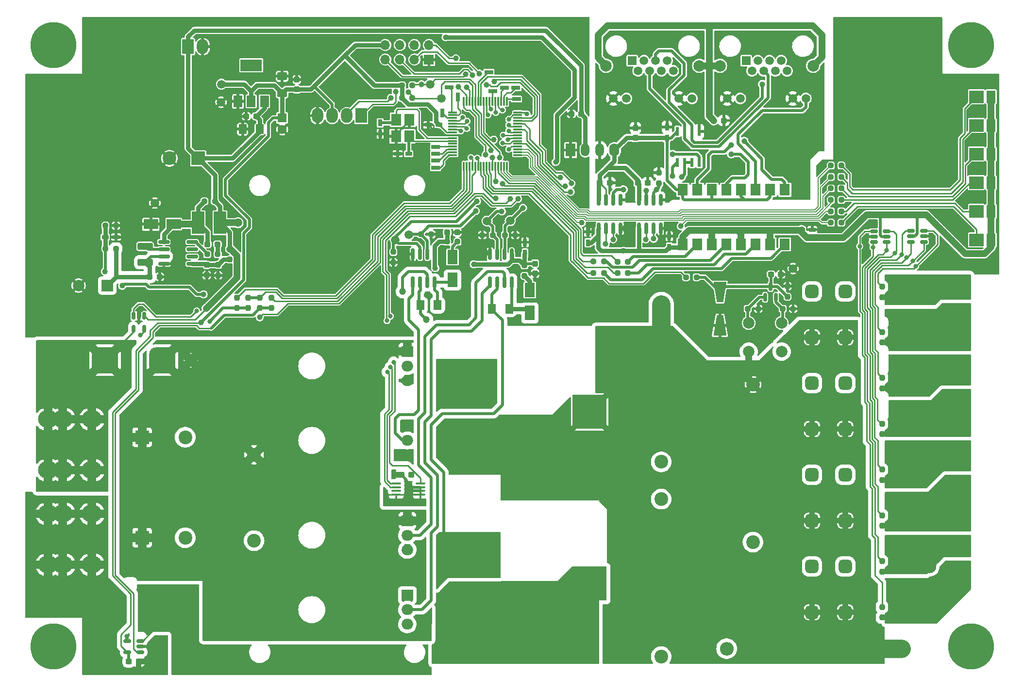
<source format=gbr>
G04 #@! TF.GenerationSoftware,KiCad,Pcbnew,7.99.0-unknown*
G04 #@! TF.CreationDate,2023-06-01T13:12:26+02:00*
G04 #@! TF.ProjectId,driver,64726976-6572-42e6-9b69-6361645f7063,rev?*
G04 #@! TF.SameCoordinates,Original*
G04 #@! TF.FileFunction,Copper,L1,Top*
G04 #@! TF.FilePolarity,Positive*
%FSLAX46Y46*%
G04 Gerber Fmt 4.6, Leading zero omitted, Abs format (unit mm)*
G04 Created by KiCad (PCBNEW 7.99.0-unknown) date 2023-06-01 13:12:26*
%MOMM*%
%LPD*%
G01*
G04 APERTURE LIST*
G04 Aperture macros list*
%AMRoundRect*
0 Rectangle with rounded corners*
0 $1 Rounding radius*
0 $2 $3 $4 $5 $6 $7 $8 $9 X,Y pos of 4 corners*
0 Add a 4 corners polygon primitive as box body*
4,1,4,$2,$3,$4,$5,$6,$7,$8,$9,$2,$3,0*
0 Add four circle primitives for the rounded corners*
1,1,$1+$1,$2,$3*
1,1,$1+$1,$4,$5*
1,1,$1+$1,$6,$7*
1,1,$1+$1,$8,$9*
0 Add four rect primitives between the rounded corners*
20,1,$1+$1,$2,$3,$4,$5,0*
20,1,$1+$1,$4,$5,$6,$7,0*
20,1,$1+$1,$6,$7,$8,$9,0*
20,1,$1+$1,$8,$9,$2,$3,0*%
%AMOutline4P*
0 Free polygon, 4 corners , with rotation*
0 The origin of the aperture is its center*
0 number of corners: always 4*
0 $1 to $8 corner X, Y*
0 $9 Rotation angle, in degrees counterclockwise*
0 create outline with 4 corners*
4,1,4,$1,$2,$3,$4,$5,$6,$7,$8,$1,$2,$9*%
G04 Aperture macros list end*
G04 #@! TA.AperFunction,SMDPad,CuDef*
%ADD10RoundRect,0.237500X-0.250000X-0.237500X0.250000X-0.237500X0.250000X0.237500X-0.250000X0.237500X0*%
G04 #@! TD*
G04 #@! TA.AperFunction,ComponentPad*
%ADD11R,2.000000X2.600000*%
G04 #@! TD*
G04 #@! TA.AperFunction,ComponentPad*
%ADD12O,2.000000X2.600000*%
G04 #@! TD*
G04 #@! TA.AperFunction,ComponentPad*
%ADD13R,1.500000X1.500000*%
G04 #@! TD*
G04 #@! TA.AperFunction,ComponentPad*
%ADD14C,1.500000*%
G04 #@! TD*
G04 #@! TA.AperFunction,ComponentPad*
%ADD15C,2.000000*%
G04 #@! TD*
G04 #@! TA.AperFunction,SMDPad,CuDef*
%ADD16R,0.750000X1.200000*%
G04 #@! TD*
G04 #@! TA.AperFunction,SMDPad,CuDef*
%ADD17R,1.200000X0.750000*%
G04 #@! TD*
G04 #@! TA.AperFunction,SMDPad,CuDef*
%ADD18RoundRect,0.237500X0.237500X-0.250000X0.237500X0.250000X-0.237500X0.250000X-0.237500X-0.250000X0*%
G04 #@! TD*
G04 #@! TA.AperFunction,SMDPad,CuDef*
%ADD19R,1.800000X2.100000*%
G04 #@! TD*
G04 #@! TA.AperFunction,WasherPad*
%ADD20C,8.000000*%
G04 #@! TD*
G04 #@! TA.AperFunction,SMDPad,CuDef*
%ADD21RoundRect,0.237500X0.250000X0.237500X-0.250000X0.237500X-0.250000X-0.237500X0.250000X-0.237500X0*%
G04 #@! TD*
G04 #@! TA.AperFunction,SMDPad,CuDef*
%ADD22RoundRect,0.237500X0.287500X0.237500X-0.287500X0.237500X-0.287500X-0.237500X0.287500X-0.237500X0*%
G04 #@! TD*
G04 #@! TA.AperFunction,SMDPad,CuDef*
%ADD23R,0.600000X1.550000*%
G04 #@! TD*
G04 #@! TA.AperFunction,SMDPad,CuDef*
%ADD24C,1.500000*%
G04 #@! TD*
G04 #@! TA.AperFunction,SMDPad,CuDef*
%ADD25RoundRect,0.250001X0.462499X0.624999X-0.462499X0.624999X-0.462499X-0.624999X0.462499X-0.624999X0*%
G04 #@! TD*
G04 #@! TA.AperFunction,ComponentPad*
%ADD26R,2.000000X2.000000*%
G04 #@! TD*
G04 #@! TA.AperFunction,SMDPad,CuDef*
%ADD27RoundRect,0.237500X-0.287500X-0.237500X0.287500X-0.237500X0.287500X0.237500X-0.287500X0.237500X0*%
G04 #@! TD*
G04 #@! TA.AperFunction,SMDPad,CuDef*
%ADD28RoundRect,0.237500X-0.237500X0.287500X-0.237500X-0.287500X0.237500X-0.287500X0.237500X0.287500X0*%
G04 #@! TD*
G04 #@! TA.AperFunction,ComponentPad*
%ADD29R,2.400000X2.400000*%
G04 #@! TD*
G04 #@! TA.AperFunction,ComponentPad*
%ADD30C,2.400000*%
G04 #@! TD*
G04 #@! TA.AperFunction,ComponentPad*
%ADD31R,1.600000X1.600000*%
G04 #@! TD*
G04 #@! TA.AperFunction,ComponentPad*
%ADD32C,1.600000*%
G04 #@! TD*
G04 #@! TA.AperFunction,SMDPad,CuDef*
%ADD33RoundRect,0.250001X0.624999X-0.462499X0.624999X0.462499X-0.624999X0.462499X-0.624999X-0.462499X0*%
G04 #@! TD*
G04 #@! TA.AperFunction,SMDPad,CuDef*
%ADD34R,1.800000X2.500000*%
G04 #@! TD*
G04 #@! TA.AperFunction,SMDPad,CuDef*
%ADD35R,2.500000X1.800000*%
G04 #@! TD*
G04 #@! TA.AperFunction,SMDPad,CuDef*
%ADD36R,2.200000X3.900000*%
G04 #@! TD*
G04 #@! TA.AperFunction,SMDPad,CuDef*
%ADD37RoundRect,0.250000X-1.075000X0.375000X-1.075000X-0.375000X1.075000X-0.375000X1.075000X0.375000X0*%
G04 #@! TD*
G04 #@! TA.AperFunction,SMDPad,CuDef*
%ADD38RoundRect,0.237500X-0.237500X0.250000X-0.237500X-0.250000X0.237500X-0.250000X0.237500X0.250000X0*%
G04 #@! TD*
G04 #@! TA.AperFunction,SMDPad,CuDef*
%ADD39RoundRect,0.150000X-0.825000X-0.150000X0.825000X-0.150000X0.825000X0.150000X-0.825000X0.150000X0*%
G04 #@! TD*
G04 #@! TA.AperFunction,SMDPad,CuDef*
%ADD40RoundRect,0.150000X-0.150000X0.825000X-0.150000X-0.825000X0.150000X-0.825000X0.150000X0.825000X0*%
G04 #@! TD*
G04 #@! TA.AperFunction,SMDPad,CuDef*
%ADD41R,1.500000X2.000000*%
G04 #@! TD*
G04 #@! TA.AperFunction,SMDPad,CuDef*
%ADD42R,3.800000X2.000000*%
G04 #@! TD*
G04 #@! TA.AperFunction,SMDPad,CuDef*
%ADD43RoundRect,0.237500X0.300000X0.237500X-0.300000X0.237500X-0.300000X-0.237500X0.300000X-0.237500X0*%
G04 #@! TD*
G04 #@! TA.AperFunction,SMDPad,CuDef*
%ADD44RoundRect,0.237500X0.237500X-0.300000X0.237500X0.300000X-0.237500X0.300000X-0.237500X-0.300000X0*%
G04 #@! TD*
G04 #@! TA.AperFunction,ComponentPad*
%ADD45RoundRect,0.575000X-0.575000X-0.575000X0.575000X-0.575000X0.575000X0.575000X-0.575000X0.575000X0*%
G04 #@! TD*
G04 #@! TA.AperFunction,ComponentPad*
%ADD46C,2.300000*%
G04 #@! TD*
G04 #@! TA.AperFunction,ComponentPad*
%ADD47O,4.500000X3.000000*%
G04 #@! TD*
G04 #@! TA.AperFunction,SMDPad,CuDef*
%ADD48R,6.000000X6.000000*%
G04 #@! TD*
G04 #@! TA.AperFunction,HeatsinkPad*
%ADD49R,6.000000X6.000000*%
G04 #@! TD*
G04 #@! TA.AperFunction,SMDPad,CuDef*
%ADD50R,2.500000X2.200000*%
G04 #@! TD*
G04 #@! TA.AperFunction,SMDPad,CuDef*
%ADD51R,1.550000X2.200000*%
G04 #@! TD*
G04 #@! TA.AperFunction,ComponentPad*
%ADD52O,3.500000X3.000000*%
G04 #@! TD*
G04 #@! TA.AperFunction,SMDPad,CuDef*
%ADD53RoundRect,0.100000X-0.712500X-0.100000X0.712500X-0.100000X0.712500X0.100000X-0.712500X0.100000X0*%
G04 #@! TD*
G04 #@! TA.AperFunction,SMDPad,CuDef*
%ADD54R,1.500000X0.800000*%
G04 #@! TD*
G04 #@! TA.AperFunction,SMDPad,CuDef*
%ADD55R,0.800000X1.500000*%
G04 #@! TD*
G04 #@! TA.AperFunction,ComponentPad*
%ADD56O,2.400000X2.400000*%
G04 #@! TD*
G04 #@! TA.AperFunction,SMDPad,CuDef*
%ADD57RoundRect,0.150000X0.150000X-0.825000X0.150000X0.825000X-0.150000X0.825000X-0.150000X-0.825000X0*%
G04 #@! TD*
G04 #@! TA.AperFunction,ComponentPad*
%ADD58RoundRect,1.125000X1.125000X1.125000X-1.125000X1.125000X-1.125000X-1.125000X1.125000X-1.125000X0*%
G04 #@! TD*
G04 #@! TA.AperFunction,SMDPad,CuDef*
%ADD59RoundRect,0.150000X0.512500X0.150000X-0.512500X0.150000X-0.512500X-0.150000X0.512500X-0.150000X0*%
G04 #@! TD*
G04 #@! TA.AperFunction,SMDPad,CuDef*
%ADD60R,1.780000X2.000000*%
G04 #@! TD*
G04 #@! TA.AperFunction,SMDPad,CuDef*
%ADD61RoundRect,0.237500X-0.300000X-0.237500X0.300000X-0.237500X0.300000X0.237500X-0.300000X0.237500X0*%
G04 #@! TD*
G04 #@! TA.AperFunction,SMDPad,CuDef*
%ADD62RoundRect,0.075000X-0.700000X-0.075000X0.700000X-0.075000X0.700000X0.075000X-0.700000X0.075000X0*%
G04 #@! TD*
G04 #@! TA.AperFunction,SMDPad,CuDef*
%ADD63RoundRect,0.075000X-0.075000X-0.700000X0.075000X-0.700000X0.075000X0.700000X-0.075000X0.700000X0*%
G04 #@! TD*
G04 #@! TA.AperFunction,ComponentPad*
%ADD64R,1.750000X2.250000*%
G04 #@! TD*
G04 #@! TA.AperFunction,ComponentPad*
%ADD65O,1.500000X2.250000*%
G04 #@! TD*
G04 #@! TA.AperFunction,ComponentPad*
%ADD66O,1.750000X2.250000*%
G04 #@! TD*
G04 #@! TA.AperFunction,SMDPad,CuDef*
%ADD67RoundRect,0.237500X-0.237500X0.300000X-0.237500X-0.300000X0.237500X-0.300000X0.237500X0.300000X0*%
G04 #@! TD*
G04 #@! TA.AperFunction,SMDPad,CuDef*
%ADD68Outline4P,-1.800000X-1.150000X1.800000X-0.550000X1.800000X0.550000X-1.800000X1.150000X270.000000*%
G04 #@! TD*
G04 #@! TA.AperFunction,SMDPad,CuDef*
%ADD69Outline4P,-1.800000X-1.150000X1.800000X-0.550000X1.800000X0.550000X-1.800000X1.150000X90.000000*%
G04 #@! TD*
G04 #@! TA.AperFunction,ComponentPad*
%ADD70R,2.000000X1.905000*%
G04 #@! TD*
G04 #@! TA.AperFunction,ComponentPad*
%ADD71O,2.000000X1.905000*%
G04 #@! TD*
G04 #@! TA.AperFunction,SMDPad,CuDef*
%ADD72RoundRect,0.150000X-0.150000X0.512500X-0.150000X-0.512500X0.150000X-0.512500X0.150000X0.512500X0*%
G04 #@! TD*
G04 #@! TA.AperFunction,SMDPad,CuDef*
%ADD73RoundRect,0.150000X-0.512500X-0.150000X0.512500X-0.150000X0.512500X0.150000X-0.512500X0.150000X0*%
G04 #@! TD*
G04 #@! TA.AperFunction,ComponentPad*
%ADD74R,1.700000X1.700000*%
G04 #@! TD*
G04 #@! TA.AperFunction,ComponentPad*
%ADD75O,1.700000X1.700000*%
G04 #@! TD*
G04 #@! TA.AperFunction,SMDPad,CuDef*
%ADD76RoundRect,0.150000X0.150000X-0.587500X0.150000X0.587500X-0.150000X0.587500X-0.150000X-0.587500X0*%
G04 #@! TD*
G04 #@! TA.AperFunction,ViaPad*
%ADD77C,1.000000*%
G04 #@! TD*
G04 #@! TA.AperFunction,ViaPad*
%ADD78C,1.600000*%
G04 #@! TD*
G04 #@! TA.AperFunction,ViaPad*
%ADD79C,0.800000*%
G04 #@! TD*
G04 #@! TA.AperFunction,ViaPad*
%ADD80C,1.200000*%
G04 #@! TD*
G04 #@! TA.AperFunction,Conductor*
%ADD81C,0.250000*%
G04 #@! TD*
G04 #@! TA.AperFunction,Conductor*
%ADD82C,0.800000*%
G04 #@! TD*
G04 #@! TA.AperFunction,Conductor*
%ADD83C,0.500000*%
G04 #@! TD*
G04 #@! TA.AperFunction,Conductor*
%ADD84C,1.200000*%
G04 #@! TD*
G04 #@! TA.AperFunction,Conductor*
%ADD85C,3.200000*%
G04 #@! TD*
G04 #@! TA.AperFunction,Conductor*
%ADD86C,0.150000*%
G04 #@! TD*
G04 APERTURE END LIST*
D10*
X120487500Y-49100000D03*
X122312500Y-49100000D03*
D11*
X83200000Y-42350000D03*
D12*
X85740000Y-42350000D03*
D13*
X180500000Y-44800000D03*
D14*
X181520000Y-46580000D03*
X182540000Y-44800000D03*
X183560000Y-46580000D03*
X184580000Y-44800000D03*
X185600000Y-46580000D03*
X186620000Y-44800000D03*
X187640000Y-46580000D03*
X177200000Y-51400000D03*
X179490000Y-51400000D03*
X188630000Y-51400000D03*
X190920000Y-51400000D03*
D15*
X175930000Y-45690000D03*
X192190000Y-45690000D03*
D10*
X195287500Y-71100000D03*
X197112500Y-71100000D03*
D16*
X167100000Y-77350000D03*
X167100000Y-75450000D03*
D17*
X121650000Y-61050000D03*
X119750000Y-61050000D03*
D16*
X116700000Y-57550000D03*
X116700000Y-55650000D03*
X141950000Y-78400000D03*
X141950000Y-76500000D03*
X152900000Y-76600000D03*
X152900000Y-74700000D03*
D11*
X113400000Y-54400000D03*
D12*
X110860000Y-54400000D03*
X108320000Y-54400000D03*
X105780000Y-54400000D03*
D18*
X165300000Y-66212500D03*
X165300000Y-64387500D03*
D10*
X120487500Y-51300000D03*
X122312500Y-51300000D03*
D19*
X119450000Y-55100000D03*
X119450000Y-58000000D03*
X121750000Y-58000000D03*
X121750000Y-55100000D03*
D20*
X59700000Y-42100000D03*
X219700000Y-42100000D03*
X59700000Y-147100000D03*
X219700000Y-147100000D03*
D17*
X68750000Y-75600000D03*
X70650000Y-75600000D03*
D10*
X195287500Y-65100000D03*
X197112500Y-65100000D03*
D13*
X160650000Y-44800000D03*
D14*
X161670000Y-46580000D03*
X162690000Y-44800000D03*
X163710000Y-46580000D03*
X164730000Y-44800000D03*
X165750000Y-46580000D03*
X166770000Y-44800000D03*
X167790000Y-46580000D03*
X157350000Y-51400000D03*
X159640000Y-51400000D03*
X168780000Y-51400000D03*
X171070000Y-51400000D03*
D15*
X156080000Y-45690000D03*
X172340000Y-45690000D03*
D21*
X136337500Y-75250000D03*
X134512500Y-75250000D03*
D22*
X176625000Y-55250000D03*
X174875000Y-55250000D03*
D23*
X168545000Y-62550000D03*
X169815000Y-62550000D03*
X171085000Y-62550000D03*
X172355000Y-62550000D03*
X172355000Y-57150000D03*
X171085000Y-57150000D03*
X169815000Y-57150000D03*
X168545000Y-57150000D03*
D16*
X166700000Y-58300000D03*
X166700000Y-56400000D03*
D24*
X89000000Y-48900000D03*
X135350000Y-72800000D03*
X125400000Y-48900000D03*
X127400000Y-51400000D03*
X77400000Y-69650000D03*
X88950000Y-52050000D03*
D25*
X126687500Y-87500000D03*
X123712500Y-87500000D03*
D10*
X195287500Y-67100000D03*
X197112500Y-67100000D03*
X195287500Y-73100000D03*
X197112500Y-73100000D03*
D17*
X126950000Y-56000000D03*
X125050000Y-56000000D03*
D21*
X70612500Y-73600000D03*
X68787500Y-73600000D03*
D17*
X190150000Y-74300000D03*
X192050000Y-74300000D03*
D26*
X69100000Y-84050000D03*
D15*
X64100000Y-84050000D03*
D27*
X76475000Y-82550000D03*
X78225000Y-82550000D03*
D22*
X88325000Y-76850000D03*
X86575000Y-76850000D03*
D28*
X86450000Y-80475000D03*
X86450000Y-82225000D03*
D29*
X84950000Y-61850000D03*
D30*
X79950000Y-61850000D03*
D25*
X139175000Y-88100000D03*
X136200000Y-88100000D03*
X95687500Y-56750000D03*
X92712500Y-56750000D03*
D31*
X99600000Y-54800000D03*
D32*
X99600000Y-56800000D03*
D33*
X99600000Y-50487500D03*
X99600000Y-47512500D03*
D34*
X129300000Y-83100000D03*
X129300000Y-79100000D03*
D35*
X80700000Y-73350000D03*
X76700000Y-73350000D03*
D34*
X142800000Y-88850000D03*
X142800000Y-84850000D03*
D36*
X88750000Y-73100000D03*
X84950000Y-73100000D03*
D37*
X75700000Y-77200000D03*
X75700000Y-80000000D03*
D21*
X130162500Y-76400000D03*
X128337500Y-76400000D03*
X88362500Y-78600000D03*
X86537500Y-78600000D03*
X87862500Y-69350000D03*
X86037500Y-69350000D03*
D38*
X90450000Y-77687500D03*
X90450000Y-79512500D03*
X88450000Y-80437500D03*
X88450000Y-82262500D03*
D10*
X138437500Y-75250000D03*
X140262500Y-75250000D03*
D24*
X139350000Y-72750000D03*
X91900000Y-73100000D03*
D39*
X78975000Y-76445000D03*
X78975000Y-77715000D03*
X78975000Y-78985000D03*
X78975000Y-80255000D03*
X83925000Y-80255000D03*
X83925000Y-78985000D03*
X83925000Y-77715000D03*
X83925000Y-76445000D03*
D40*
X139655000Y-78575000D03*
X138385000Y-78575000D03*
X137115000Y-78575000D03*
X135845000Y-78575000D03*
X135845000Y-83525000D03*
X137115000Y-83525000D03*
X138385000Y-83525000D03*
X139655000Y-83525000D03*
D41*
X91900000Y-51900000D03*
X94200000Y-51900000D03*
X96500000Y-51900000D03*
D42*
X94200000Y-45600000D03*
D43*
X95062500Y-54500000D03*
X93337500Y-54500000D03*
D44*
X102150000Y-49812500D03*
X102150000Y-48087500D03*
D18*
X141850000Y-82362500D03*
X141850000Y-80537500D03*
D40*
X126205000Y-78575000D03*
X124935000Y-78575000D03*
X123665000Y-78575000D03*
X122395000Y-78575000D03*
X122395000Y-83525000D03*
X123665000Y-83525000D03*
X124935000Y-83525000D03*
X126205000Y-83525000D03*
D27*
X128375000Y-74800000D03*
X130125000Y-74800000D03*
D21*
X70612500Y-77600000D03*
X68787500Y-77600000D03*
D18*
X204200000Y-142012500D03*
X204200000Y-140187500D03*
D45*
X192000000Y-109100000D03*
X197800000Y-109100000D03*
D46*
X206700000Y-109100000D03*
X212500000Y-109100000D03*
D30*
X94700000Y-113600000D03*
X94700000Y-128600000D03*
D10*
X180787500Y-88100000D03*
X182612500Y-88100000D03*
D18*
X93700000Y-88012500D03*
X93700000Y-86187500D03*
D38*
X204200000Y-116187500D03*
X204200000Y-118012500D03*
D47*
X217200000Y-119600000D03*
X217200000Y-114600000D03*
D38*
X204200000Y-108187500D03*
X204200000Y-110012500D03*
D21*
X171862500Y-82600000D03*
X170037500Y-82600000D03*
D48*
X130050000Y-130885000D03*
X130050000Y-141315000D03*
D49*
X153200000Y-136100000D03*
D50*
X220650000Y-51100000D03*
D51*
X223225000Y-51100000D03*
D45*
X192000000Y-133100000D03*
X197800000Y-133100000D03*
D46*
X206700000Y-133100000D03*
X212500000Y-133100000D03*
D52*
X66420000Y-107400000D03*
X61340000Y-107400000D03*
X58800000Y-107400000D03*
X66420000Y-116290000D03*
X61340000Y-116290000D03*
X58800000Y-116290000D03*
X66420865Y-123910000D03*
X61340865Y-123910000D03*
X58800865Y-123910000D03*
X66420865Y-132800000D03*
X61340865Y-132800000D03*
X58800865Y-132800000D03*
D45*
X192000000Y-125100000D03*
X197800000Y-125100000D03*
D46*
X206700000Y-125100000D03*
X212500000Y-125100000D03*
D53*
X119487500Y-118625000D03*
X119487500Y-119275000D03*
X119487500Y-119925000D03*
X119487500Y-120575000D03*
X123712500Y-120575000D03*
X123712500Y-119925000D03*
X123712500Y-119275000D03*
X123712500Y-118625000D03*
D10*
X195287500Y-63100000D03*
X197112500Y-63100000D03*
D45*
X192000000Y-101100000D03*
X197800000Y-101100000D03*
D46*
X206700000Y-101100000D03*
X212500000Y-101100000D03*
D54*
X140350000Y-49550000D03*
D55*
X127550000Y-53950000D03*
D30*
X207595000Y-147450000D03*
D56*
X177115000Y-147450000D03*
D57*
X161795000Y-74075000D03*
X163065000Y-74075000D03*
X164335000Y-74075000D03*
X165605000Y-74075000D03*
X165605000Y-69125000D03*
X164335000Y-69125000D03*
X163065000Y-69125000D03*
X161795000Y-69125000D03*
D44*
X161200000Y-58262500D03*
X161200000Y-56537500D03*
D18*
X204200000Y-134012500D03*
X204200000Y-132187500D03*
D58*
X78700000Y-142100000D03*
X68700000Y-142100000D03*
D59*
X211500000Y-76425000D03*
X211500000Y-75475000D03*
X211500000Y-74525000D03*
X209225000Y-74525000D03*
X209225000Y-75475000D03*
X209225000Y-76425000D03*
D18*
X97700000Y-88012500D03*
X97700000Y-86187500D03*
D58*
X78700000Y-97100000D03*
X68700000Y-97100000D03*
D60*
X169470000Y-76879491D03*
X172010000Y-76879491D03*
X174550000Y-76879491D03*
X177090000Y-76879491D03*
X179630000Y-76879491D03*
X182170000Y-76879491D03*
X184710000Y-76879491D03*
X187250000Y-76879491D03*
X187250000Y-67349491D03*
X184710000Y-67349491D03*
X182170000Y-67349491D03*
X179630000Y-67349491D03*
X177090000Y-67349491D03*
X174550000Y-67349491D03*
X172010000Y-67349491D03*
X169470000Y-67349491D03*
D18*
X91700000Y-88012500D03*
X91700000Y-86187500D03*
D50*
X220650000Y-66100000D03*
D51*
X223225000Y-66100000D03*
D55*
X130250000Y-51100000D03*
D54*
X126350000Y-62250000D03*
D61*
X154987500Y-66110000D03*
X156712500Y-66110000D03*
D62*
X129330509Y-53810000D03*
X129330509Y-54310000D03*
X129330509Y-54810000D03*
X129330509Y-55310000D03*
X129330509Y-55810000D03*
X129330509Y-56310000D03*
X129330509Y-56810000D03*
X129330509Y-57310000D03*
X129330509Y-57810000D03*
X129330509Y-58310000D03*
X129330509Y-58810000D03*
X129330509Y-59310000D03*
X129330509Y-59810000D03*
X129330509Y-60310000D03*
X129330509Y-60810000D03*
X129330509Y-61310000D03*
D63*
X131255509Y-63235000D03*
X131755509Y-63235000D03*
X132255509Y-63235000D03*
X132755509Y-63235000D03*
X133255509Y-63235000D03*
X133755509Y-63235000D03*
X134255509Y-63235000D03*
X134755509Y-63235000D03*
X135255509Y-63235000D03*
X135755509Y-63235000D03*
X136255509Y-63235000D03*
X136755509Y-63235000D03*
X137255509Y-63235000D03*
X137755509Y-63235000D03*
X138255509Y-63235000D03*
X138755509Y-63235000D03*
D62*
X140680509Y-61310000D03*
X140680509Y-60810000D03*
X140680509Y-60310000D03*
X140680509Y-59810000D03*
X140680509Y-59310000D03*
X140680509Y-58810000D03*
X140680509Y-58310000D03*
X140680509Y-57810000D03*
X140680509Y-57310000D03*
X140680509Y-56810000D03*
X140680509Y-56310000D03*
X140680509Y-55810000D03*
X140680509Y-55310000D03*
X140680509Y-54810000D03*
X140680509Y-54310000D03*
X140680509Y-53810000D03*
D63*
X138755509Y-51885000D03*
X138255509Y-51885000D03*
X137755509Y-51885000D03*
X137255509Y-51885000D03*
X136755509Y-51885000D03*
X136255509Y-51885000D03*
X135755509Y-51885000D03*
X135255509Y-51885000D03*
X134755509Y-51885000D03*
X134255509Y-51885000D03*
X133755509Y-51885000D03*
X133255509Y-51885000D03*
X132755509Y-51885000D03*
X132255509Y-51885000D03*
X131755509Y-51885000D03*
X131255509Y-51885000D03*
D54*
X135650000Y-46800000D03*
D61*
X161637500Y-66120000D03*
X163362500Y-66120000D03*
D24*
X83700000Y-97100000D03*
D10*
X186875000Y-88100000D03*
X188700000Y-88100000D03*
D38*
X95700000Y-86187500D03*
X95700000Y-88012500D03*
D21*
X159912500Y-79900000D03*
X158087500Y-79900000D03*
D47*
X217200000Y-89600000D03*
X217200000Y-84600000D03*
D30*
X165700000Y-87350000D03*
X165700000Y-114850000D03*
D21*
X155712500Y-79850000D03*
X153887500Y-79850000D03*
D45*
X192000000Y-93100000D03*
X197800000Y-93100000D03*
D46*
X206700000Y-93100000D03*
X212500000Y-93100000D03*
D24*
X119350000Y-76110000D03*
D38*
X204200000Y-100187500D03*
X204200000Y-102012500D03*
D47*
X217200000Y-104600000D03*
X217200000Y-99600000D03*
D43*
X122100000Y-117100000D03*
X120375000Y-117100000D03*
D45*
X192000000Y-85100000D03*
X197800000Y-85100000D03*
D46*
X206700000Y-85100000D03*
X212500000Y-85100000D03*
D50*
X220650000Y-76100000D03*
D51*
X223225000Y-76100000D03*
D54*
X128700000Y-49450000D03*
D30*
X181700000Y-101350000D03*
X181700000Y-128850000D03*
D54*
X126350000Y-63500000D03*
D15*
X180950000Y-95600000D03*
X180950000Y-90600000D03*
D64*
X149895000Y-60409491D03*
D65*
X152435000Y-60409491D03*
X154975000Y-60409491D03*
D66*
X157515000Y-60409491D03*
D67*
X143700000Y-80237500D03*
X143700000Y-81962500D03*
D68*
X175950000Y-85200000D03*
D69*
X175950000Y-91000000D03*
D70*
X121430000Y-95560000D03*
D71*
X121430000Y-98100000D03*
X121430000Y-100640000D03*
D54*
X140450000Y-51500000D03*
D38*
X119010000Y-78187500D03*
X119010000Y-80012500D03*
D48*
X130050000Y-100885000D03*
X130050000Y-111315000D03*
D49*
X153200000Y-106100000D03*
D72*
X75550000Y-89362500D03*
X74600000Y-89362500D03*
X73650000Y-89362500D03*
X73650000Y-91637500D03*
X75550000Y-91637500D03*
D29*
X75200000Y-110550000D03*
D30*
X82700000Y-110550000D03*
D10*
X195287500Y-69100000D03*
X197112500Y-69100000D03*
D43*
X186562500Y-82100000D03*
X184837500Y-82100000D03*
D59*
X74837500Y-148050000D03*
X74837500Y-147100000D03*
X74837500Y-146150000D03*
X72562500Y-146150000D03*
X72562500Y-148050000D03*
D50*
X220650000Y-71100000D03*
D51*
X223225000Y-71100000D03*
D24*
X188700000Y-81100000D03*
D45*
X192000000Y-141100000D03*
X197800000Y-141100000D03*
D46*
X206700000Y-141100000D03*
X212500000Y-141100000D03*
D70*
X121430000Y-138110000D03*
D71*
X121430000Y-140650000D03*
X121430000Y-143190000D03*
D70*
X121430000Y-125110000D03*
D71*
X121430000Y-127650000D03*
X121430000Y-130190000D03*
D45*
X192000000Y-117100000D03*
X197800000Y-117100000D03*
D46*
X206700000Y-117100000D03*
X212500000Y-117100000D03*
D73*
X202762500Y-74575000D03*
X202762500Y-75525000D03*
X202762500Y-76475000D03*
X205037500Y-76475000D03*
X205037500Y-75525000D03*
X205037500Y-74575000D03*
D24*
X121700000Y-75200000D03*
D21*
X155712500Y-81900000D03*
X153887500Y-81900000D03*
D50*
X220650000Y-56100000D03*
D51*
X223225000Y-56100000D03*
D50*
X220650000Y-61100000D03*
D51*
X223225000Y-61100000D03*
D18*
X187700000Y-86012500D03*
X187700000Y-84187500D03*
D47*
X217200000Y-134600000D03*
X217200000Y-129600000D03*
D43*
X151762500Y-54090000D03*
X150037500Y-54090000D03*
D18*
X204200000Y-86112500D03*
X204200000Y-84287500D03*
D29*
X75200000Y-128100000D03*
D30*
X82700000Y-128100000D03*
D54*
X126350000Y-61050000D03*
D10*
X123787500Y-75100000D03*
X125612500Y-75100000D03*
D18*
X204200000Y-94012500D03*
X204200000Y-92187500D03*
D74*
X125200000Y-44600000D03*
D75*
X125200000Y-42060000D03*
X122660000Y-44600000D03*
X122660000Y-42060000D03*
X120120000Y-44600000D03*
X120120000Y-42060000D03*
X117580000Y-44600000D03*
X117580000Y-42060000D03*
D76*
X183800000Y-86100000D03*
X185700000Y-86100000D03*
X184750000Y-84225000D03*
D15*
X186700000Y-95600000D03*
X186700000Y-90600000D03*
D61*
X72875000Y-149700000D03*
X74600000Y-149700000D03*
D57*
X154795000Y-74075000D03*
X156065000Y-74075000D03*
X157335000Y-74075000D03*
X158605000Y-74075000D03*
X158605000Y-69125000D03*
X157335000Y-69125000D03*
X156065000Y-69125000D03*
X154795000Y-69125000D03*
D30*
X165700000Y-148850000D03*
X165700000Y-121350000D03*
D54*
X136350000Y-50150000D03*
D38*
X204200000Y-124187500D03*
X204200000Y-126012500D03*
D54*
X126350000Y-59850000D03*
D21*
X159912500Y-81900000D03*
X158087500Y-81900000D03*
D70*
X121430000Y-108560000D03*
D71*
X121430000Y-111100000D03*
X121430000Y-113640000D03*
D54*
X138400000Y-49550000D03*
D77*
X220950000Y-53350000D03*
D78*
X159700000Y-74100000D03*
X102450000Y-88600000D03*
D77*
X105700000Y-45100000D03*
X213000000Y-75700000D03*
D78*
X72700000Y-43100000D03*
D77*
X110700000Y-47100000D03*
X103300000Y-52500000D03*
D79*
X75089340Y-88100000D03*
D78*
X120152000Y-62738000D03*
D77*
X106000000Y-51700000D03*
D78*
X117024011Y-59350000D03*
X221200000Y-48100000D03*
X94200000Y-81850000D03*
D77*
X152300000Y-69500000D03*
D79*
X72500000Y-145300000D03*
D78*
X147700000Y-50100000D03*
X145500000Y-81600000D03*
X134700000Y-43100000D03*
D77*
X221700000Y-68850000D03*
D78*
X79700000Y-69600000D03*
X89450000Y-63350000D03*
X80950000Y-80350000D03*
X73700000Y-85100000D03*
X85450000Y-83850000D03*
D77*
X107700000Y-50100000D03*
D78*
X145163935Y-86543129D03*
X131450000Y-58300000D03*
D77*
X150700000Y-39100000D03*
D78*
X113450000Y-78350000D03*
X95700000Y-41350000D03*
X126900000Y-66400000D03*
X84950000Y-47600000D03*
X90950000Y-56850000D03*
D77*
X126700000Y-75100000D03*
D78*
X91400000Y-65900000D03*
X167350000Y-73700000D03*
X99700000Y-45600000D03*
X150000000Y-55700000D03*
D77*
X113700000Y-44100000D03*
D78*
X212700000Y-42100000D03*
X72450000Y-73600000D03*
X91450000Y-54350000D03*
X102200000Y-46350000D03*
D77*
X106700000Y-44100000D03*
X220950000Y-58850000D03*
D78*
X90200000Y-50600000D03*
X77200000Y-85600000D03*
D77*
X108700000Y-42100000D03*
D78*
X137200000Y-55600000D03*
X121250000Y-79900000D03*
X94200000Y-77600000D03*
X87450000Y-83850000D03*
D77*
X220950000Y-63600000D03*
D78*
X142050000Y-74500000D03*
X134700000Y-78300000D03*
X113450000Y-75850000D03*
X196950000Y-59100000D03*
D77*
X149700000Y-63100000D03*
X107700000Y-43100000D03*
D78*
X70700000Y-90100000D03*
X132450000Y-74100000D03*
D80*
X153100000Y-73522054D03*
D77*
X201300000Y-75700000D03*
D78*
X79950000Y-82600000D03*
X104150000Y-81280000D03*
X91400000Y-67700000D03*
X72450000Y-75600000D03*
D77*
X114200000Y-50200000D03*
X152100000Y-63100000D03*
D78*
X124950000Y-54600000D03*
X60700000Y-76100000D03*
D77*
X116900000Y-54000000D03*
D78*
X84950000Y-53600000D03*
D79*
X132500000Y-61700000D03*
D77*
X85425250Y-90525250D03*
X147300000Y-62500000D03*
D79*
X119023518Y-97464129D03*
D77*
X128100000Y-40700000D03*
X159100000Y-78000000D03*
X68700000Y-81600000D03*
X71700000Y-84100000D03*
X85900000Y-85600000D03*
X95700000Y-89600000D03*
D78*
X140300000Y-142900000D03*
X138500000Y-137500000D03*
X140300000Y-139300000D03*
X134900000Y-144700000D03*
X136700000Y-139300000D03*
X138500000Y-141100000D03*
X134900000Y-146500000D03*
X134900000Y-137500000D03*
X138500000Y-142900000D03*
X138500000Y-146500000D03*
X136700000Y-137500000D03*
X136700000Y-144700000D03*
X134900000Y-141100000D03*
X134900000Y-139300000D03*
X136700000Y-146500000D03*
X138500000Y-144700000D03*
X138500000Y-139300000D03*
X136700000Y-141100000D03*
X140300000Y-144700000D03*
X140300000Y-137500000D03*
X140300000Y-141100000D03*
X136700000Y-142900000D03*
X140300000Y-146500000D03*
X134900000Y-142900000D03*
D79*
X74900000Y-92700000D03*
D77*
X121600000Y-119700000D03*
D80*
X120600000Y-85100000D03*
D77*
X135250000Y-49050000D03*
X134000000Y-47050000D03*
X132800959Y-47294534D03*
X136600000Y-48450000D03*
X183300000Y-48900000D03*
D80*
X158300000Y-65300000D03*
D77*
X176800000Y-63300000D03*
D80*
X163300000Y-63300000D03*
X161300000Y-54700000D03*
X164700000Y-61900000D03*
D77*
X163700000Y-41100000D03*
D80*
X166900000Y-68900000D03*
X177900000Y-53900000D03*
X160100000Y-68900000D03*
D77*
X193200000Y-51100000D03*
D78*
X165700000Y-48850000D03*
D77*
X183700000Y-41100000D03*
X193200000Y-59100000D03*
X190700000Y-67100000D03*
D80*
X163100000Y-56500000D03*
D77*
X168950000Y-59600000D03*
D79*
X118475500Y-98300000D03*
D77*
X118563500Y-51300000D03*
X121587000Y-50300000D03*
X136016990Y-60483010D03*
D79*
X118480949Y-89386672D03*
D77*
X140700000Y-68900000D03*
X139400000Y-68900000D03*
D79*
X117945765Y-99147576D03*
D77*
X119388000Y-50200000D03*
X137500000Y-61700000D03*
D79*
X117900000Y-90200000D03*
D77*
X123900000Y-48900000D03*
X180150701Y-58849500D03*
X151856429Y-73096260D03*
X169100000Y-73700000D03*
X133000000Y-80350000D03*
D80*
X86350000Y-88050000D03*
D77*
X126300000Y-81000000D03*
X177900000Y-61100000D03*
X177900000Y-59500000D03*
X169300000Y-65100000D03*
X164900000Y-67300000D03*
D79*
X84700000Y-88500000D03*
X86948481Y-90344831D03*
D77*
X148927962Y-66696538D03*
X163000000Y-76000000D03*
X148100000Y-65200000D03*
X164400000Y-75900000D03*
X163100000Y-67500000D03*
X167700000Y-64900000D03*
X156000000Y-76800000D03*
X150038603Y-66243457D03*
X157300000Y-76000000D03*
X149910136Y-67698046D03*
X159100000Y-67300000D03*
X167700000Y-61100000D03*
D79*
X138000000Y-53400000D03*
X136850000Y-53850000D03*
X136000000Y-53300000D03*
X135500000Y-54250000D03*
D77*
X138000000Y-66280036D03*
X136800000Y-68828076D03*
D79*
X131050000Y-54700000D03*
X131850000Y-55350000D03*
X133650000Y-61800000D03*
X130750000Y-57050000D03*
X131800000Y-56650000D03*
D77*
X131749131Y-49424889D03*
X131600000Y-47175500D03*
X130300000Y-49400000D03*
X129900000Y-44400000D03*
D78*
X134300000Y-98300000D03*
X136100000Y-100100000D03*
X134300000Y-100100000D03*
X136100000Y-103700000D03*
X134300000Y-101900000D03*
X134300000Y-103700000D03*
X136100000Y-98300000D03*
D80*
X124754956Y-90000000D03*
D78*
X136100000Y-101900000D03*
X134100000Y-133700000D03*
X135900000Y-131900000D03*
X134100000Y-128300000D03*
X135900000Y-128300000D03*
X134100000Y-130100000D03*
X135900000Y-133700000D03*
X135900000Y-130100000D03*
X134100000Y-131900000D03*
D77*
X136500000Y-58600000D03*
X141600000Y-70500000D03*
X136250000Y-61750000D03*
X137900000Y-71100000D03*
X133350000Y-71050000D03*
X135072049Y-61221855D03*
X136866253Y-65888341D03*
X133554498Y-69345502D03*
D79*
X139100000Y-56050000D03*
X205037500Y-77900000D03*
X206400000Y-78400000D03*
X139100000Y-57050000D03*
X142300000Y-54085500D03*
X200300000Y-77200000D03*
X202600000Y-77400000D03*
X139100000Y-55050497D03*
X209600000Y-79800000D03*
X138050000Y-59150000D03*
X139100000Y-60250000D03*
X210100000Y-80700000D03*
X138150000Y-57800000D03*
X207650000Y-78650000D03*
X139000000Y-58550000D03*
X208500000Y-79200000D03*
D81*
X119450000Y-57550000D02*
X119450000Y-58000000D01*
X131410000Y-57810000D02*
X131450000Y-57850000D01*
X72562500Y-146150000D02*
X72562500Y-145362500D01*
X127610000Y-57810000D02*
X126900000Y-57100000D01*
X129330509Y-57810000D02*
X131410000Y-57810000D01*
X131490000Y-57810000D02*
X131740000Y-57810000D01*
X126900000Y-57100000D02*
X126150000Y-57100000D01*
X72562500Y-145362500D02*
X72500000Y-145300000D01*
D82*
X152900000Y-74700000D02*
X152900000Y-73722054D01*
D81*
X121750000Y-55100000D02*
X121750000Y-55250000D01*
D82*
X74600000Y-88589340D02*
X74600000Y-89362500D01*
D83*
X74837500Y-147100000D02*
X76600000Y-147100000D01*
D81*
X121750000Y-55250000D02*
X119450000Y-57550000D01*
X131450000Y-57850000D02*
X131490000Y-57810000D01*
D82*
X152900000Y-73722054D02*
X153100000Y-73522054D01*
D81*
X129330509Y-57810000D02*
X127610000Y-57810000D01*
X126150000Y-57100000D02*
X125050000Y-56000000D01*
D82*
X75089340Y-88100000D02*
X74600000Y-88589340D01*
D81*
X132755509Y-61955509D02*
X132500000Y-61700000D01*
X132755509Y-63235000D02*
X132755509Y-61955509D01*
D84*
X205300000Y-71700000D02*
X201500000Y-71700000D01*
D81*
X73200000Y-137936396D02*
X73200000Y-143300000D01*
D83*
X108320000Y-52377188D02*
X105200000Y-49257188D01*
D82*
X167100000Y-77350000D02*
X168999491Y-77350000D01*
D84*
X222100000Y-78500000D02*
X218700000Y-78500000D01*
X210100000Y-71700000D02*
X205300000Y-71700000D01*
D81*
X129330509Y-57310000D02*
X128260000Y-57310000D01*
D83*
X99600000Y-54800000D02*
X98000000Y-54800000D01*
D81*
X71500000Y-146987500D02*
X72562500Y-148050000D01*
D82*
X153450000Y-76600000D02*
X154700000Y-75350000D01*
X94200000Y-51900000D02*
X94200000Y-50100000D01*
D84*
X190000000Y-74450000D02*
X190150000Y-74300000D01*
D81*
X119200000Y-97640611D02*
X119200000Y-106000000D01*
D83*
X210350000Y-71950000D02*
X210100000Y-71700000D01*
D84*
X179630000Y-75030000D02*
X179050000Y-74450000D01*
X174550000Y-74750000D02*
X174850000Y-74450000D01*
D82*
X104587500Y-49812500D02*
X105200000Y-49200000D01*
D83*
X93900000Y-73900000D02*
X92900000Y-74900000D01*
D82*
X147500000Y-62300000D02*
X147500000Y-54300000D01*
D83*
X210350000Y-75050000D02*
X210350000Y-71950000D01*
X209925000Y-75475000D02*
X210350000Y-75050000D01*
X108320000Y-54400000D02*
X108320000Y-52377188D01*
X93900000Y-72500000D02*
X93900000Y-73900000D01*
X92900000Y-74900000D02*
X92900000Y-83050500D01*
D84*
X223225000Y-51100000D02*
X223225000Y-77375000D01*
D82*
X161795000Y-74075000D02*
X161795000Y-77705000D01*
D84*
X174850000Y-74450000D02*
X179050000Y-74450000D01*
X184710000Y-76879491D02*
X184710000Y-74810000D01*
X211900000Y-71700000D02*
X210100000Y-71700000D01*
X190150000Y-74750000D02*
X190150000Y-74300000D01*
D82*
X154700000Y-74170000D02*
X154700000Y-75350000D01*
X100275000Y-49812500D02*
X99600000Y-50487500D01*
D84*
X169470000Y-76879491D02*
X169470000Y-75530000D01*
D82*
X110500000Y-43900000D02*
X112340000Y-42060000D01*
D81*
X76600000Y-91900000D02*
X76600000Y-92900000D01*
D82*
X126450000Y-53850000D02*
X126450000Y-55500000D01*
D83*
X209225000Y-75475000D02*
X209925000Y-75475000D01*
D82*
X99600000Y-50487500D02*
X99600000Y-54800000D01*
X144900000Y-40700000D02*
X128100000Y-40700000D01*
X159100000Y-78000000D02*
X161500000Y-78000000D01*
X93000000Y-48900000D02*
X94200000Y-50100000D01*
D83*
X92900000Y-83050500D02*
X85425250Y-90525250D01*
D82*
X94200000Y-50100000D02*
X95200000Y-49100000D01*
X115700000Y-49100000D02*
X110500000Y-43900000D01*
X161795000Y-77705000D02*
X161500000Y-78000000D01*
D81*
X119200000Y-106000000D02*
X118325000Y-106875000D01*
D84*
X169470000Y-75530000D02*
X170550000Y-74450000D01*
D81*
X123712500Y-117712500D02*
X123712500Y-118425000D01*
D84*
X179630000Y-76879491D02*
X179630000Y-75030000D01*
D81*
X73200000Y-143300000D02*
X71500000Y-145000000D01*
X71500000Y-145000000D02*
X71500000Y-146987500D01*
D84*
X223225000Y-77375000D02*
X222100000Y-78500000D01*
D81*
X128260000Y-57310000D02*
X126950000Y-56000000D01*
D82*
X102150000Y-49812500D02*
X100275000Y-49812500D01*
D84*
X191100000Y-75700000D02*
X190150000Y-74750000D01*
D83*
X72875000Y-148362500D02*
X72562500Y-148050000D01*
D82*
X98212500Y-49100000D02*
X99600000Y-50487500D01*
X166450000Y-78000000D02*
X167100000Y-77350000D01*
D81*
X118325000Y-106875000D02*
X118325001Y-114988605D01*
D82*
X112340000Y-42060000D02*
X117580000Y-42060000D01*
D81*
X72562500Y-148050000D02*
X73050000Y-148050000D01*
D82*
X120487500Y-51300000D02*
X121562020Y-52374520D01*
D83*
X89700000Y-68300000D02*
X93900000Y-72500000D01*
X98000000Y-54800000D02*
X97200000Y-55600000D01*
D82*
X168999491Y-77350000D02*
X169470000Y-76879491D01*
D81*
X119023518Y-97464129D02*
X119200000Y-97640611D01*
X121481802Y-115481802D02*
X123712500Y-117712500D01*
X85350500Y-90600000D02*
X77900000Y-90600000D01*
X118818198Y-115481802D02*
X121481802Y-115481802D01*
X76600000Y-92900000D02*
X74100000Y-95400000D01*
X85425250Y-90525250D02*
X85350500Y-90600000D01*
D82*
X121562020Y-52374520D02*
X124974520Y-52374520D01*
D84*
X184710000Y-74810000D02*
X184350000Y-74450000D01*
D83*
X89700000Y-65500000D02*
X89700000Y-68300000D01*
D82*
X105200000Y-49200000D02*
X110500000Y-43900000D01*
X150600000Y-46400000D02*
X144900000Y-40700000D01*
X152900000Y-76600000D02*
X153450000Y-76600000D01*
D84*
X201500000Y-71700000D02*
X197500000Y-75700000D01*
D82*
X155200000Y-78000000D02*
X159100000Y-78000000D01*
D84*
X174550000Y-76879491D02*
X174550000Y-74750000D01*
D81*
X70000000Y-134736396D02*
X73200000Y-137936396D01*
D84*
X218700000Y-78500000D02*
X211900000Y-71700000D01*
D82*
X150600000Y-51200000D02*
X150600000Y-46400000D01*
D81*
X77900000Y-90600000D02*
X76600000Y-91900000D01*
D82*
X120487500Y-49100000D02*
X115700000Y-49100000D01*
D84*
X170550000Y-74450000D02*
X174850000Y-74450000D01*
D82*
X147300000Y-62500000D02*
X147500000Y-62300000D01*
D83*
X205037500Y-75525000D02*
X204175000Y-75525000D01*
D82*
X154795000Y-74075000D02*
X154700000Y-74170000D01*
D83*
X97200000Y-55600000D02*
X97200000Y-58000000D01*
D81*
X74100000Y-102100000D02*
X70000000Y-106200000D01*
X123712500Y-118425000D02*
X123762499Y-118474999D01*
D83*
X72875000Y-149700000D02*
X72875000Y-148362500D01*
D81*
X74100000Y-95400000D02*
X74100000Y-102100000D01*
D82*
X120487500Y-49100000D02*
X120487500Y-51300000D01*
X89000000Y-48900000D02*
X93000000Y-48900000D01*
X95200000Y-49100000D02*
X98212500Y-49100000D01*
X154700000Y-77500000D02*
X155200000Y-78000000D01*
D84*
X179050000Y-74450000D02*
X184350000Y-74450000D01*
D82*
X154700000Y-75350000D02*
X154700000Y-77500000D01*
D83*
X203900000Y-75250000D02*
X203900000Y-71700000D01*
D82*
X124974520Y-52374520D02*
X126450000Y-53850000D01*
D81*
X70000000Y-106200000D02*
X70000000Y-134736396D01*
D83*
X204175000Y-75525000D02*
X203900000Y-75250000D01*
D82*
X126450000Y-55500000D02*
X126950000Y-56000000D01*
D84*
X184350000Y-74450000D02*
X190000000Y-74450000D01*
D83*
X105200000Y-49257188D02*
X105200000Y-49200000D01*
D81*
X118325001Y-114988605D02*
X118818198Y-115481802D01*
D84*
X197500000Y-75700000D02*
X191100000Y-75700000D01*
D83*
X203900000Y-71700000D02*
X205300000Y-71700000D01*
X97200000Y-58000000D02*
X89700000Y-65500000D01*
D82*
X161500000Y-78000000D02*
X166450000Y-78000000D01*
X147500000Y-54300000D02*
X150600000Y-51200000D01*
X102150000Y-49812500D02*
X104587500Y-49812500D01*
D81*
X132705509Y-64850000D02*
X132705509Y-67754973D01*
D83*
X68787500Y-81512500D02*
X68700000Y-81600000D01*
D81*
X98700000Y-89100000D02*
X96200000Y-89100000D01*
X133255509Y-64300000D02*
X132705509Y-64850000D01*
D83*
X71949511Y-83850489D02*
X71700000Y-84100000D01*
X85900000Y-85600000D02*
X84700000Y-85600000D01*
D81*
X132705509Y-67754973D02*
X129410481Y-71050000D01*
X96200000Y-89100000D02*
X95700000Y-89600000D01*
X121477208Y-71050000D02*
X116700000Y-75827208D01*
D83*
X84700000Y-85600000D02*
X83450489Y-84350489D01*
D81*
X129410481Y-71050000D02*
X121477208Y-71050000D01*
D83*
X75901449Y-83850489D02*
X71949511Y-83850489D01*
D82*
X68787500Y-77600000D02*
X68787500Y-73600000D01*
D81*
X100568339Y-87231661D02*
X98700000Y-89100000D01*
D83*
X76401449Y-84350489D02*
X75901449Y-83850489D01*
D81*
X109468339Y-87231661D02*
X100568339Y-87231661D01*
X133255509Y-63235000D02*
X133255509Y-64300000D01*
D83*
X83450489Y-84350489D02*
X76401449Y-84350489D01*
X68787500Y-77600000D02*
X68787500Y-81512500D01*
D81*
X116700000Y-75827208D02*
X116700000Y-80000000D01*
X116700000Y-80000000D02*
X109468339Y-87231661D01*
D82*
X86575000Y-74725000D02*
X84950000Y-73100000D01*
X78975000Y-76445000D02*
X78975000Y-75075000D01*
X86575000Y-76850000D02*
X86575000Y-74725000D01*
D84*
X84700000Y-73350000D02*
X84950000Y-73100000D01*
D82*
X86037500Y-69350000D02*
X84950000Y-70437500D01*
D84*
X80700000Y-73350000D02*
X84700000Y-73350000D01*
D82*
X84950000Y-70437500D02*
X84950000Y-73100000D01*
X78975000Y-75075000D02*
X80700000Y-73350000D01*
X90450000Y-79512500D02*
X89375000Y-79512500D01*
X88450000Y-80437500D02*
X86487500Y-80437500D01*
X83925000Y-80255000D02*
X86230000Y-80255000D01*
X86487500Y-80437500D02*
X86450000Y-80475000D01*
X86230000Y-80255000D02*
X86450000Y-80475000D01*
X89375000Y-79512500D02*
X88450000Y-80437500D01*
D84*
X180950000Y-100600000D02*
X181700000Y-101350000D01*
D85*
X207595000Y-147450000D02*
X202900000Y-147450000D01*
X165700000Y-87350000D02*
X165700000Y-92600000D01*
D84*
X180950000Y-95600000D02*
X180950000Y-100600000D01*
D81*
X78700000Y-95087500D02*
X78700000Y-97100000D01*
X75550000Y-92050000D02*
X75550000Y-91637500D01*
X74900000Y-92700000D02*
X75550000Y-92050000D01*
X78700000Y-142700000D02*
X78700000Y-142100000D01*
D83*
X122025000Y-119275000D02*
X121600000Y-119700000D01*
X120375000Y-117100000D02*
X120400000Y-117100000D01*
D81*
X121500000Y-120575000D02*
X121300000Y-120375000D01*
X121100000Y-120575000D02*
X117825000Y-120575000D01*
D83*
X121300000Y-118000000D02*
X121300000Y-120375000D01*
D81*
X117825000Y-120575000D02*
X117625000Y-120375000D01*
D83*
X123712500Y-119275000D02*
X122025000Y-119275000D01*
D81*
X123712500Y-120575000D02*
X121500000Y-120575000D01*
D83*
X120400000Y-117100000D02*
X121300000Y-118000000D01*
X121600000Y-119700000D02*
X121825000Y-119925000D01*
D81*
X75250000Y-146150000D02*
X78700000Y-142700000D01*
X74837500Y-146150000D02*
X75250000Y-146150000D01*
D83*
X121825000Y-119925000D02*
X123712500Y-119925000D01*
D81*
X121300000Y-120375000D02*
X121100000Y-120575000D01*
D83*
X125600000Y-117611269D02*
X123400001Y-115411270D01*
X125600000Y-125700000D02*
X125600000Y-117611269D01*
X123400001Y-115411270D02*
X123400000Y-114700000D01*
X138000000Y-81600000D02*
X135380786Y-81600000D01*
X123400000Y-107400000D02*
X123400000Y-114700000D01*
X133400000Y-89700000D02*
X132150000Y-90950000D01*
X126550000Y-90950000D02*
X124500000Y-93000000D01*
X133400000Y-83580786D02*
X133400000Y-89700000D01*
X123400000Y-114700000D02*
X123400000Y-115300000D01*
X123650000Y-127650000D02*
X125600000Y-125700000D01*
X124500000Y-106300000D02*
X123400000Y-107400000D01*
X124500000Y-93000000D02*
X124500000Y-106300000D01*
X138385000Y-83525000D02*
X138385000Y-81985000D01*
X132150000Y-90950000D02*
X126550000Y-90950000D01*
X138385000Y-81985000D02*
X138000000Y-81600000D01*
X121430000Y-127650000D02*
X123650000Y-127650000D01*
X135380786Y-81600000D02*
X133400000Y-83580786D01*
X124900000Y-83560000D02*
X124935000Y-83525000D01*
X121600000Y-81600000D02*
X124400000Y-81600000D01*
X120600000Y-85100000D02*
X120600000Y-82600000D01*
X124935000Y-82135000D02*
X124935000Y-83525000D01*
X124935000Y-83525000D02*
X124950000Y-83540000D01*
X120600000Y-82600000D02*
X121600000Y-81600000D01*
X124400000Y-81600000D02*
X124935000Y-82135000D01*
X134499999Y-90200001D02*
X132650000Y-92050000D01*
X125600000Y-127255634D02*
X125600000Y-139000000D01*
X123950000Y-140650000D02*
X121430000Y-140650000D01*
X126700000Y-117155634D02*
X126700000Y-126155635D01*
X125599999Y-106800001D02*
X124500000Y-107900000D01*
X125600000Y-93455634D02*
X125599999Y-106800001D01*
X126700000Y-126155635D02*
X125600000Y-127255634D01*
X134500000Y-85400000D02*
X134499999Y-90200001D01*
X132650000Y-92050000D02*
X127005634Y-92050000D01*
X124500000Y-107900000D02*
X124500000Y-114955635D01*
X125600000Y-139000000D02*
X123950000Y-140650000D01*
X135845000Y-83525000D02*
X135845000Y-84055000D01*
X135845000Y-84055000D02*
X134500000Y-85400000D01*
X124500000Y-114955635D02*
X126700000Y-117155634D01*
X127005634Y-92050000D02*
X125600000Y-93455634D01*
X122395000Y-85705000D02*
X121700000Y-86400000D01*
X121700000Y-86400000D02*
X121700000Y-90100000D01*
X119300000Y-109800000D02*
X120600000Y-111100000D01*
X121700000Y-90100000D02*
X123400000Y-91800000D01*
X122395000Y-83525000D02*
X122395000Y-85705000D01*
X123400000Y-105800000D02*
X122600000Y-106600000D01*
X120600000Y-111100000D02*
X121430000Y-111100000D01*
X122600000Y-106600000D02*
X120000000Y-106600000D01*
X119300000Y-107300000D02*
X119300000Y-109800000D01*
X123400000Y-91800000D02*
X123400000Y-105800000D01*
X120000000Y-106600000D02*
X119300000Y-107300000D01*
D81*
X128624511Y-45224511D02*
X126634511Y-43234511D01*
X135800000Y-49050000D02*
X136025000Y-49275000D01*
X132174511Y-45224511D02*
X128624511Y-45224511D01*
X141064282Y-48600000D02*
X143600000Y-51135718D01*
X134000000Y-47050000D02*
X132174511Y-45224511D01*
X137650000Y-48600000D02*
X141064282Y-48600000D01*
X143600000Y-54200000D02*
X142990000Y-54810000D01*
X124025489Y-43234511D02*
X122660000Y-44600000D01*
X136025000Y-49275000D02*
X136975000Y-49275000D01*
X135250000Y-49050000D02*
X135800000Y-49050000D01*
X136975000Y-49275000D02*
X137650000Y-48600000D01*
X142990000Y-54810000D02*
X140680509Y-54810000D01*
X126634511Y-43234511D02*
X124025489Y-43234511D01*
X143600000Y-51135718D02*
X143600000Y-54200000D01*
X136600000Y-48450000D02*
X136950000Y-48100000D01*
X144049520Y-50949521D02*
X144049520Y-54386198D01*
X141199999Y-48100000D02*
X144049520Y-50949521D01*
X132800959Y-47294534D02*
X132800959Y-47210423D01*
X131941525Y-46350989D02*
X131258475Y-46350989D01*
X136950000Y-48100000D02*
X141199999Y-48100000D01*
X130508504Y-47100960D02*
X122620960Y-47100960D01*
X122620960Y-47100960D02*
X120120000Y-44600000D01*
X144049520Y-54386198D02*
X143125718Y-55310000D01*
X131258475Y-46350989D02*
X130508504Y-47100960D01*
X143125718Y-55310000D02*
X140680509Y-55310000D01*
X132800959Y-47210423D02*
X131941525Y-46350989D01*
D82*
X159661991Y-58262500D02*
X157515000Y-60409491D01*
D83*
X179630000Y-67349491D02*
X179630000Y-68530000D01*
X174550000Y-67349491D02*
X174550000Y-68950000D01*
D82*
X154795000Y-66302500D02*
X154987500Y-66110000D01*
X161200000Y-58262500D02*
X166662500Y-58262500D01*
D83*
X184710000Y-67349491D02*
X184710000Y-68590000D01*
D81*
X156065000Y-69125000D02*
X156065000Y-67187500D01*
D82*
X161795000Y-69125000D02*
X161795000Y-66277500D01*
D83*
X169470000Y-67349491D02*
X169470000Y-68870000D01*
D82*
X154987500Y-64812500D02*
X154987500Y-66110000D01*
X166662500Y-58262500D02*
X166700000Y-58300000D01*
D83*
X174700000Y-69100000D02*
X169700000Y-69100000D01*
D82*
X161637500Y-66120000D02*
X161637500Y-65682570D01*
D83*
X167395000Y-58300000D02*
X168545000Y-57150000D01*
D82*
X156300000Y-63500000D02*
X154987500Y-64812500D01*
X154795000Y-69125000D02*
X154795000Y-66302500D01*
D83*
X180200000Y-69100000D02*
X174700000Y-69100000D01*
X166700000Y-65700000D02*
X166700000Y-58300000D01*
D82*
X157515000Y-62285000D02*
X156300000Y-63500000D01*
D83*
X166700000Y-58300000D02*
X167395000Y-58300000D01*
X169470000Y-68870000D02*
X169700000Y-69100000D01*
D82*
X161637500Y-65682570D02*
X159454930Y-63500000D01*
D83*
X174550000Y-68950000D02*
X174700000Y-69100000D01*
D82*
X159454930Y-63500000D02*
X156300000Y-63500000D01*
X161200000Y-58262500D02*
X159661991Y-58262500D01*
X161795000Y-66277500D02*
X161637500Y-66120000D01*
D83*
X184710000Y-68590000D02*
X184200000Y-69100000D01*
X179630000Y-68530000D02*
X180200000Y-69100000D01*
X184200000Y-69100000D02*
X180200000Y-69100000D01*
D81*
X156065000Y-67187500D02*
X154987500Y-66110000D01*
D83*
X166700000Y-65700000D02*
X168349491Y-67349491D01*
X168349491Y-67349491D02*
X169470000Y-67349491D01*
D82*
X157515000Y-60409491D02*
X157515000Y-62285000D01*
D83*
X169700000Y-47300000D02*
X167100000Y-49900000D01*
X171085000Y-57150000D02*
X171085000Y-58685000D01*
X165300000Y-43100000D02*
X167500000Y-43100000D01*
X167100000Y-49900000D02*
X167100000Y-52100000D01*
X171500000Y-59100000D02*
X175500000Y-59100000D01*
X164730000Y-43670000D02*
X165300000Y-43100000D01*
X171085000Y-58685000D02*
X171500000Y-59100000D01*
X171085000Y-56085000D02*
X171085000Y-57150000D01*
X164730000Y-44800000D02*
X164730000Y-43670000D01*
X169700000Y-45300000D02*
X169700000Y-47300000D01*
X167500000Y-43100000D02*
X169700000Y-45300000D01*
X175500000Y-59100000D02*
X183300000Y-51300000D01*
X183300000Y-51300000D02*
X183300000Y-48900000D01*
X167100000Y-52100000D02*
X171085000Y-56085000D01*
X169815000Y-55815000D02*
X163710000Y-49710000D01*
X169815000Y-57150000D02*
X169815000Y-55815000D01*
X169815000Y-57150000D02*
X169815000Y-58425000D01*
X184310000Y-51279258D02*
X184310000Y-47330000D01*
X171189511Y-59799511D02*
X175789748Y-59799510D01*
X175789748Y-59799510D02*
X184310000Y-51279258D01*
X184310000Y-47330000D02*
X183560000Y-46580000D01*
X163710000Y-49710000D02*
X163710000Y-46580000D01*
X169815000Y-58425000D02*
X171189511Y-59799511D01*
X159875000Y-69125000D02*
X160100000Y-68900000D01*
X163362500Y-66120000D02*
X163362500Y-63362500D01*
X165605000Y-69125000D02*
X166675000Y-69125000D01*
X166675000Y-69125000D02*
X166900000Y-68900000D01*
X158605000Y-69125000D02*
X159875000Y-69125000D01*
X163362500Y-63362500D02*
X163300000Y-63300000D01*
D81*
X118475500Y-98300000D02*
X118700000Y-98524500D01*
X122312500Y-51300000D02*
X122412500Y-51400000D01*
X122412500Y-51400000D02*
X127400000Y-51400000D01*
X127950480Y-48449520D02*
X127400000Y-49000000D01*
X112950978Y-51900000D02*
X110860000Y-53990978D01*
X118461396Y-118625000D02*
X119487500Y-118625000D01*
X132755509Y-53255509D02*
X133856469Y-54356469D01*
X117875000Y-106688604D02*
X117875000Y-118038604D01*
X118700000Y-105863604D02*
X117875000Y-106688604D01*
X118563500Y-51300000D02*
X117963500Y-51900000D01*
X117600000Y-76200000D02*
X121850001Y-71949999D01*
X139496924Y-70103076D02*
X140700000Y-68900000D01*
X129783274Y-71949999D02*
X133333273Y-68400000D01*
X118700000Y-98524500D02*
X118700000Y-105863604D01*
X121587000Y-50300000D02*
X122687000Y-51400000D01*
X136016990Y-59952708D02*
X136016990Y-60483010D01*
X118205949Y-89111672D02*
X118205949Y-82069553D01*
X133856469Y-54356469D02*
X133856469Y-57792187D01*
X121850001Y-71949999D02*
X129783274Y-71949999D01*
X127400000Y-49000000D02*
X127400000Y-51400000D01*
X132755509Y-49091227D02*
X132113802Y-48449520D01*
X136103076Y-70103076D02*
X139496924Y-70103076D01*
X118205949Y-82069553D02*
X117600000Y-81463604D01*
X117963500Y-51900000D02*
X112950978Y-51900000D01*
X133333273Y-68400000D02*
X134400000Y-68400000D01*
X133856469Y-57792187D02*
X136016990Y-59952708D01*
X132113802Y-48449520D02*
X127950480Y-48449520D01*
X122687000Y-51400000D02*
X127400000Y-51400000D01*
X132755509Y-51885000D02*
X132755509Y-49091227D01*
X134400000Y-68400000D02*
X136103076Y-70103076D01*
X117875000Y-118038604D02*
X118461396Y-118625000D01*
X132755509Y-51885000D02*
X132755509Y-53255509D01*
X110860000Y-53990978D02*
X110860000Y-54400000D01*
X118480949Y-89386672D02*
X118205949Y-89111672D01*
X117600000Y-81463604D02*
X117600000Y-76200000D01*
X119388000Y-52012000D02*
X119000000Y-52400000D01*
X117150000Y-81650000D02*
X117755949Y-82255949D01*
X118250000Y-105677208D02*
X117425000Y-106502208D01*
X122312500Y-49100000D02*
X122512500Y-48900000D01*
X118475000Y-119275000D02*
X119487500Y-119275000D01*
X129596877Y-71500000D02*
X121663605Y-71499999D01*
X134305989Y-57605989D02*
X134305989Y-54105989D01*
X115400000Y-52400000D02*
X113400000Y-54400000D01*
X117150001Y-76013603D02*
X117150000Y-81650000D01*
X125400000Y-48900000D02*
X126300000Y-48000000D01*
X139500000Y-68900000D02*
X139400000Y-68900000D01*
X126300000Y-48000000D02*
X132300000Y-48000000D01*
X125400000Y-48900000D02*
X123900000Y-48900000D01*
X117755949Y-82255949D02*
X117755949Y-90055949D01*
X133255509Y-53055509D02*
X133255509Y-51885000D01*
X136353076Y-69653076D02*
X134650000Y-67950000D01*
X134305989Y-54105989D02*
X133255509Y-53055509D01*
X121663605Y-71499999D02*
X117150001Y-76013603D01*
X137500000Y-61700000D02*
X137500000Y-60800000D01*
X119388000Y-50200000D02*
X119388000Y-52012000D01*
X122512500Y-48900000D02*
X123900000Y-48900000D01*
X133146877Y-67950000D02*
X129596877Y-71500000D01*
X139400000Y-68900000D02*
X138646924Y-69653076D01*
X118250000Y-99451811D02*
X118250000Y-105677208D01*
X133255509Y-48955509D02*
X133255509Y-51885000D01*
X138646924Y-69653076D02*
X136353076Y-69653076D01*
X132300000Y-48000000D02*
X133255509Y-48955509D01*
X119000000Y-52400000D02*
X115400000Y-52400000D01*
X117945765Y-99147576D02*
X118250000Y-99451811D01*
X117755949Y-90055949D02*
X117900000Y-90200000D01*
X117425000Y-106502208D02*
X117425000Y-118225000D01*
X117425000Y-118225000D02*
X118475000Y-119275000D01*
X134650000Y-67950000D02*
X133146877Y-67950000D01*
X137500000Y-60800000D02*
X134305989Y-57605989D01*
D83*
X180787500Y-90437500D02*
X180950000Y-90600000D01*
X180787500Y-88100000D02*
X182787500Y-86100000D01*
X180787500Y-88100000D02*
X180787500Y-90437500D01*
X182787500Y-86100000D02*
X183800000Y-86100000D01*
D81*
X162600000Y-83700000D02*
X156600000Y-83700000D01*
X142603576Y-68003576D02*
X136203578Y-68003576D01*
X170037500Y-82600000D02*
X169137500Y-81700000D01*
X149900960Y-79685237D02*
X149900960Y-78927604D01*
X135100960Y-64972396D02*
X134755509Y-64626945D01*
X164600000Y-81700000D02*
X162600000Y-83700000D01*
X152964283Y-82735717D02*
X150178085Y-79949520D01*
X149900960Y-78927604D02*
X149901920Y-78926644D01*
X150165242Y-79949520D02*
X149900960Y-79685237D01*
X149901920Y-78926644D02*
X149901920Y-75301920D01*
X169137500Y-81700000D02*
X164600000Y-81700000D01*
X155635717Y-82735717D02*
X152964283Y-82735717D01*
X149901920Y-75301920D02*
X142603576Y-68003576D01*
X134755509Y-64626945D02*
X134755509Y-63235000D01*
X150178085Y-79949520D02*
X150165242Y-79949520D01*
X156600000Y-83700000D02*
X155635717Y-82735717D01*
X135100960Y-66900958D02*
X135100960Y-64972396D01*
X136203578Y-68003576D02*
X135100960Y-66900958D01*
D83*
X185700000Y-86100000D02*
X185700000Y-86925000D01*
X185700000Y-86925000D02*
X186875000Y-88100000D01*
X186875000Y-90425000D02*
X186700000Y-90600000D01*
X186875000Y-88100000D02*
X186875000Y-90425000D01*
X185912500Y-84225000D02*
X184750000Y-84225000D01*
X175950000Y-85200000D02*
X173350000Y-82600000D01*
X187700000Y-86012500D02*
X185912500Y-84225000D01*
X176925000Y-84225000D02*
X184750000Y-84225000D01*
X184837500Y-82100000D02*
X184837500Y-84137500D01*
X173350000Y-82600000D02*
X171862500Y-82600000D01*
X175950000Y-85200000D02*
X176925000Y-84225000D01*
X184837500Y-84137500D02*
X184750000Y-84225000D01*
X184900000Y-65500000D02*
X183250600Y-63850600D01*
X186700000Y-65500000D02*
X184900000Y-65500000D01*
X187250000Y-67349491D02*
X187250000Y-66050000D01*
X183250600Y-63850600D02*
X183250600Y-61949400D01*
X183250600Y-61949400D02*
X180150701Y-58849500D01*
X187250000Y-66050000D02*
X186700000Y-65500000D01*
X179100000Y-59300000D02*
X182170000Y-62370000D01*
X179100000Y-57700000D02*
X179100000Y-59300000D01*
X190920000Y-51400000D02*
X190920000Y-52880000D01*
X183300000Y-53500000D02*
X179100000Y-57700000D01*
X182170000Y-62370000D02*
X182170000Y-67349491D01*
X190300000Y-53500000D02*
X183300000Y-53500000D01*
X190920000Y-52880000D02*
X190300000Y-53500000D01*
X204200000Y-118012500D02*
X205787500Y-118012500D01*
X205787500Y-118012500D02*
X206700000Y-117100000D01*
X129300000Y-79100000D02*
X129300000Y-77262500D01*
X129300000Y-77262500D02*
X130162500Y-76400000D01*
D86*
X139606954Y-65106954D02*
X144100000Y-65106954D01*
X149743537Y-70750489D02*
X150941580Y-71948532D01*
X152700000Y-72275969D02*
X169321095Y-72275969D01*
X138755509Y-64255509D02*
X139606954Y-65106954D01*
X138755509Y-63235000D02*
X138755509Y-64255509D01*
X169321095Y-72275969D02*
X169648532Y-71948532D01*
X149743532Y-70750488D02*
X149743537Y-70750489D01*
X169648532Y-71948532D02*
X193051468Y-71948532D01*
X195287500Y-69712500D02*
X195287500Y-69100000D01*
X150941580Y-71948532D02*
X152372563Y-71948532D01*
X144100000Y-65106954D02*
X149743532Y-70750488D01*
X152372563Y-71948532D02*
X152700000Y-72275969D01*
X193051468Y-71948532D02*
X195287500Y-69712500D01*
X143700000Y-63224102D02*
X143700000Y-61500000D01*
X169000001Y-70899999D02*
X168672591Y-71227409D01*
X195287500Y-63100000D02*
X193100000Y-65287500D01*
X143700000Y-61500000D02*
X142510000Y-60310000D01*
X142510000Y-60310000D02*
X140680509Y-60310000D01*
X193100000Y-70300000D02*
X192500001Y-70899999D01*
X152900001Y-70899999D02*
X151375897Y-70899999D01*
X192500001Y-70899999D02*
X169000001Y-70899999D01*
X153227411Y-71227409D02*
X152900001Y-70899999D01*
X168672591Y-71227409D02*
X153227411Y-71227409D01*
X193100000Y-65287500D02*
X193100000Y-70300000D01*
X151375897Y-70899999D02*
X143700000Y-63224102D01*
X151100743Y-73096260D02*
X151856429Y-73096260D01*
X170152446Y-72647554D02*
X169100000Y-73700000D01*
X193247554Y-72647554D02*
X170952446Y-72647554D01*
X170952446Y-72647554D02*
X170152446Y-72647554D01*
X195287500Y-73100000D02*
X193700000Y-73100000D01*
X137755509Y-64244101D02*
X137755509Y-63235000D01*
X143810477Y-65805994D02*
X139317400Y-65805992D01*
X150652037Y-72647554D02*
X151100743Y-73096260D01*
X139317400Y-65805992D02*
X137755509Y-64244101D01*
X193700000Y-73100000D02*
X193247554Y-72647554D01*
X150652037Y-72647554D02*
X143810477Y-65805994D01*
X153071225Y-71576929D02*
X168922091Y-71576929D01*
X152349518Y-71249502D02*
X152743798Y-71249502D01*
X193500000Y-70394284D02*
X193500000Y-66887500D01*
X169249510Y-71249510D02*
X192644774Y-71249510D01*
X151231125Y-71249510D02*
X152349510Y-71249510D01*
X140680509Y-60810000D02*
X142410000Y-60810000D01*
X143300000Y-63318385D02*
X151231125Y-71249510D01*
X193500000Y-66887500D02*
X195287500Y-65100000D01*
X152743798Y-71249502D02*
X153071225Y-71576929D01*
X143300000Y-61700000D02*
X143300000Y-63318385D01*
X192644774Y-71249510D02*
X193500000Y-70394284D01*
X142410000Y-60810000D02*
X143300000Y-61700000D01*
X168922091Y-71576929D02*
X169249510Y-71249510D01*
X152349510Y-71249510D02*
X152349518Y-71249502D01*
D82*
X142800000Y-84850000D02*
X142800000Y-83312500D01*
X142800000Y-83312500D02*
X141850000Y-82362500D01*
D81*
X220650000Y-74250000D02*
X216700000Y-70300000D01*
X216700000Y-70300000D02*
X199912500Y-70300000D01*
X199912500Y-70300000D02*
X197112500Y-73100000D01*
X220650000Y-76100000D02*
X220650000Y-74250000D01*
X220650000Y-71100000D02*
X218300000Y-71100000D01*
X216900000Y-69700000D02*
X199300000Y-69700000D01*
X199300000Y-69700000D02*
X197900000Y-71100000D01*
X197900000Y-71100000D02*
X197112500Y-71100000D01*
X218300000Y-71100000D02*
X216900000Y-69700000D01*
X218250480Y-65949520D02*
X216250000Y-67950000D01*
X198106250Y-67106250D02*
X198106250Y-66093750D01*
X198950000Y-67950000D02*
X198106250Y-67106250D01*
X198106250Y-66093750D02*
X197112500Y-65100000D01*
X216250000Y-67950000D02*
X198950000Y-67950000D01*
X218250480Y-58499520D02*
X218250480Y-65949520D01*
X220650000Y-56100000D02*
X218250480Y-58499520D01*
X218700000Y-66300000D02*
X218700000Y-63050000D01*
X197112500Y-67100000D02*
X198512500Y-68500000D01*
X218700000Y-63050000D02*
X220650000Y-61100000D01*
X198512500Y-68500000D02*
X216500000Y-68500000D01*
X216500000Y-68500000D02*
X218700000Y-66300000D01*
D83*
X118900000Y-55650000D02*
X119450000Y-55100000D01*
D81*
X123450000Y-53650000D02*
X123100000Y-53300000D01*
X119700000Y-53300000D02*
X119450000Y-53550000D01*
D83*
X116700000Y-55650000D02*
X118900000Y-55650000D01*
D81*
X124910000Y-58310000D02*
X123450000Y-56850000D01*
X129330509Y-58310000D02*
X124910000Y-58310000D01*
X123100000Y-53300000D02*
X119700000Y-53300000D01*
X123450000Y-56850000D02*
X123450000Y-53650000D01*
X119450000Y-53550000D02*
X119450000Y-55100000D01*
X129330509Y-58810000D02*
X122560000Y-58810000D01*
D83*
X121650000Y-61050000D02*
X121650000Y-58100000D01*
X121650000Y-58100000D02*
X121750000Y-58000000D01*
D81*
X122560000Y-58810000D02*
X121750000Y-58000000D01*
D84*
X174100000Y-39100000D02*
X173700000Y-38700000D01*
X172340000Y-45690000D02*
X174100000Y-45690000D01*
X192100000Y-38700000D02*
X193700000Y-40300000D01*
X156080000Y-45690000D02*
X154700000Y-44310000D01*
X175930000Y-45690000D02*
X172340000Y-45690000D01*
X156300000Y-38700000D02*
X173700000Y-38700000D01*
X193700000Y-44180000D02*
X192190000Y-45690000D01*
X174875000Y-55250000D02*
X174100000Y-54475000D01*
X154700000Y-40300000D02*
X156300000Y-38700000D01*
X174100000Y-54475000D02*
X174100000Y-45690000D01*
X193700000Y-40300000D02*
X193700000Y-44180000D01*
X154700000Y-44310000D02*
X154700000Y-40300000D01*
X174100000Y-45690000D02*
X174100000Y-39100000D01*
X173700000Y-38700000D02*
X192100000Y-38700000D01*
D82*
X88325000Y-78562500D02*
X88362500Y-78600000D01*
X88325000Y-76850000D02*
X88325000Y-78562500D01*
D84*
X91724520Y-78832953D02*
X90579067Y-77687500D01*
D82*
X96500000Y-51900000D02*
X96500000Y-53062500D01*
X126205000Y-78575000D02*
X126205000Y-80905000D01*
D81*
X76187500Y-90000000D02*
X75550000Y-89362500D01*
D82*
X126205000Y-78575000D02*
X126205000Y-77120000D01*
X151762500Y-45662500D02*
X145600000Y-39500000D01*
X83200000Y-42350000D02*
X83200000Y-60100000D01*
X141850000Y-80537500D02*
X141850000Y-78500000D01*
X139655000Y-79645000D02*
X140957500Y-79645000D01*
X145600000Y-39500000D02*
X84300000Y-39500000D01*
D81*
X84400000Y-90000000D02*
X76187500Y-90000000D01*
D82*
X90950000Y-61850000D02*
X84950000Y-61850000D01*
X90450000Y-74800000D02*
X88750000Y-73100000D01*
X138950000Y-80350000D02*
X139655000Y-79645000D01*
X87862500Y-64762500D02*
X87862500Y-69350000D01*
X83200000Y-40600000D02*
X83200000Y-42350000D01*
X90450000Y-77687500D02*
X90450000Y-74800000D01*
X96500000Y-53062500D02*
X95062500Y-54500000D01*
X139655000Y-79645000D02*
X139655000Y-78575000D01*
X95062500Y-54500000D02*
X95687500Y-55125000D01*
D84*
X86416254Y-88050000D02*
X91724520Y-82741734D01*
D82*
X128337500Y-76400000D02*
X128337500Y-74837500D01*
D84*
X91900000Y-73100000D02*
X88750000Y-73100000D01*
D82*
X126205000Y-77120000D02*
X126925000Y-76400000D01*
X152435000Y-54762500D02*
X151762500Y-54090000D01*
X128337500Y-74837500D02*
X128375000Y-74800000D01*
X88750000Y-70237500D02*
X88750000Y-73100000D01*
X152435000Y-60409491D02*
X152435000Y-54762500D01*
X140957500Y-79645000D02*
X141850000Y-80537500D01*
X95687500Y-56750000D02*
X95687500Y-57112500D01*
D81*
X86350000Y-88050000D02*
X84400000Y-90000000D01*
D84*
X86350000Y-88050000D02*
X86416254Y-88050000D01*
D82*
X141850000Y-80350000D02*
X141850000Y-80537500D01*
D84*
X90579067Y-77687500D02*
X90450000Y-77687500D01*
D82*
X83200000Y-60100000D02*
X84950000Y-61850000D01*
X87862500Y-69350000D02*
X88750000Y-70237500D01*
X151762500Y-54090000D02*
X151762500Y-45662500D01*
D84*
X91724520Y-82741734D02*
X91724520Y-78832953D01*
D82*
X126205000Y-80905000D02*
X126300000Y-81000000D01*
X128337500Y-76400000D02*
X126925000Y-76400000D01*
D83*
X142150000Y-80237500D02*
X141850000Y-80537500D01*
D82*
X95687500Y-55125000D02*
X95687500Y-56750000D01*
X84950000Y-61850000D02*
X87862500Y-64762500D01*
X95687500Y-57112500D02*
X90950000Y-61850000D01*
X133000000Y-80350000D02*
X138950000Y-80350000D01*
X141850000Y-78500000D02*
X141950000Y-78400000D01*
D83*
X143700000Y-80237500D02*
X142150000Y-80237500D01*
D82*
X84300000Y-39500000D02*
X83200000Y-40600000D01*
D83*
X86537500Y-78504651D02*
X84477849Y-76445000D01*
X84477849Y-76445000D02*
X83925000Y-76445000D01*
X86537500Y-78600000D02*
X86537500Y-78504651D01*
X78975000Y-77715000D02*
X76215000Y-77715000D01*
X76215000Y-77715000D02*
X75700000Y-77200000D01*
X177900000Y-61100000D02*
X179500000Y-61100000D01*
X180900000Y-62500000D02*
X179500000Y-61100000D01*
X180900000Y-64700000D02*
X180900000Y-62500000D01*
X178100000Y-65300000D02*
X180300000Y-65300000D01*
X177090000Y-66310000D02*
X178100000Y-65300000D01*
X180300000Y-65300000D02*
X180900000Y-64700000D01*
X177090000Y-67349491D02*
X177090000Y-66310000D01*
X172010000Y-65590000D02*
X173900000Y-63700000D01*
X173900000Y-63700000D02*
X173900000Y-61300000D01*
X176700000Y-60700000D02*
X177900000Y-59500000D01*
X174500000Y-60700000D02*
X176700000Y-60700000D01*
X172010000Y-67349491D02*
X172010000Y-65590000D01*
X173900000Y-61300000D02*
X174500000Y-60700000D01*
X164335000Y-69125000D02*
X164335000Y-67865000D01*
X169815000Y-62550000D02*
X169815000Y-64585000D01*
X164335000Y-67865000D02*
X164900000Y-67300000D01*
X171085000Y-62550000D02*
X169815000Y-62550000D01*
X164900000Y-67300000D02*
X165300000Y-66900000D01*
X169815000Y-64585000D02*
X169300000Y-65100000D01*
X165300000Y-66900000D02*
X165300000Y-66212500D01*
X139655000Y-87620000D02*
X139175000Y-88100000D01*
X139655000Y-83525000D02*
X139655000Y-87620000D01*
D82*
X142050000Y-88100000D02*
X142800000Y-88850000D01*
X139175000Y-88100000D02*
X142050000Y-88100000D01*
D83*
X126205000Y-83525000D02*
X126205000Y-84805000D01*
X126205000Y-83525000D02*
X128875000Y-83525000D01*
X128875000Y-83525000D02*
X129300000Y-83100000D01*
X126205000Y-84805000D02*
X126687500Y-85287500D01*
X126687500Y-85287500D02*
X126687500Y-87500000D01*
D81*
X75400000Y-87300000D02*
X74500000Y-87300000D01*
X74500000Y-87300000D02*
X73650000Y-88150000D01*
X77600000Y-89500000D02*
X75400000Y-87300000D01*
D83*
X86948481Y-90344831D02*
X89280812Y-88012500D01*
X89280812Y-88012500D02*
X91700000Y-88012500D01*
D81*
X83700000Y-89500000D02*
X77600000Y-89500000D01*
D83*
X93700000Y-88012500D02*
X91700000Y-88012500D01*
D81*
X84700000Y-88500000D02*
X83700000Y-89500000D01*
X73650000Y-88150000D02*
X73650000Y-89362500D01*
X77050000Y-93150000D02*
X77050000Y-92150000D01*
X70500000Y-106336396D02*
X74550000Y-102286396D01*
X73700000Y-147500000D02*
X73700000Y-137800000D01*
D83*
X97700000Y-88012500D02*
X95700000Y-88012500D01*
D81*
X74550000Y-95650000D02*
X77050000Y-93150000D01*
X78150000Y-91050000D02*
X84650000Y-91050000D01*
X73700000Y-137800000D02*
X70500000Y-134600000D01*
X84650000Y-91050000D02*
X85100000Y-91500000D01*
D83*
X89500000Y-89200000D02*
X94512500Y-89200000D01*
D81*
X74837500Y-148050000D02*
X74250000Y-148050000D01*
X70500000Y-134600000D02*
X70500000Y-106336396D01*
X85100000Y-91500000D02*
X87200000Y-91500000D01*
X74550000Y-102286396D02*
X74550000Y-95650000D01*
X77050000Y-92150000D02*
X78150000Y-91050000D01*
D83*
X94512500Y-89200000D02*
X95700000Y-88012500D01*
D81*
X74250000Y-148050000D02*
X73700000Y-147500000D01*
D83*
X87200000Y-91500000D02*
X89500000Y-89200000D01*
D81*
X141810000Y-56810000D02*
X140680509Y-56810000D01*
X144549040Y-62872418D02*
X144549040Y-61050960D01*
X163065000Y-74075000D02*
X163065000Y-75935000D01*
X142300000Y-58801920D02*
X142300000Y-57300000D01*
X148373160Y-66696538D02*
X144549040Y-62872418D01*
X144549040Y-61050960D02*
X142300000Y-58801920D01*
X163065000Y-75935000D02*
X163000000Y-76000000D01*
X148927962Y-66696538D02*
X148373160Y-66696538D01*
X142300000Y-57300000D02*
X141810000Y-56810000D01*
X147512340Y-65200000D02*
X148100000Y-65200000D01*
X164335000Y-75835000D02*
X164400000Y-75900000D01*
X144998560Y-62686220D02*
X147512340Y-65200000D01*
X140680509Y-55810000D02*
X141810000Y-55810000D01*
X142800000Y-58502880D02*
X144998560Y-60701440D01*
X144998560Y-60701440D02*
X144998560Y-62686220D01*
X164335000Y-74075000D02*
X164335000Y-75835000D01*
X141810000Y-55810000D02*
X142800000Y-56800000D01*
X142800000Y-56800000D02*
X142800000Y-58502880D01*
D83*
X167700000Y-64900000D02*
X167700000Y-63395000D01*
X163065000Y-67535000D02*
X163100000Y-67500000D01*
X167700000Y-63395000D02*
X168545000Y-62550000D01*
X163065000Y-69125000D02*
X163065000Y-67535000D01*
D81*
X138255509Y-50944491D02*
X138800000Y-50400000D01*
X138255509Y-51885000D02*
X138255509Y-50944491D01*
X138800000Y-50400000D02*
X139500000Y-50400000D01*
X139500000Y-50400000D02*
X140350000Y-49550000D01*
X141400000Y-47600000D02*
X135400000Y-47600000D01*
X156065000Y-74075000D02*
X156065000Y-76735000D01*
X148475489Y-64375489D02*
X147323547Y-64375489D01*
X150038603Y-65938603D02*
X148475489Y-64375489D01*
X144500000Y-59500000D02*
X144500000Y-50700000D01*
X145448080Y-60448080D02*
X144500000Y-59500000D01*
X150038603Y-66243457D02*
X150038603Y-65938603D01*
X134255509Y-48744491D02*
X134255509Y-51885000D01*
X144500000Y-50700000D02*
X141400000Y-47600000D01*
X156065000Y-76735000D02*
X156000000Y-76800000D01*
X147323547Y-64375489D02*
X145448080Y-62500022D01*
X135400000Y-47600000D02*
X134255509Y-48744491D01*
X145448080Y-62500022D02*
X145448080Y-60448080D01*
X148738950Y-67698046D02*
X144099520Y-63058616D01*
X157335000Y-75965000D02*
X157300000Y-76000000D01*
X157335000Y-74075000D02*
X157335000Y-75965000D01*
X142075006Y-59310000D02*
X140680509Y-59310000D01*
X144099520Y-63058616D02*
X144099519Y-61334513D01*
X144099519Y-61334513D02*
X142075006Y-59310000D01*
X149910136Y-67698046D02*
X148738950Y-67698046D01*
D83*
X159100000Y-67300000D02*
X157900000Y-67300000D01*
X172355000Y-61555000D02*
X171900000Y-61100000D01*
X157335000Y-67865000D02*
X157335000Y-69125000D01*
X171900000Y-61100000D02*
X167700000Y-61100000D01*
X157900000Y-67300000D02*
X157335000Y-67865000D01*
X172355000Y-62550000D02*
X172355000Y-61555000D01*
D81*
X137755509Y-50194491D02*
X138400000Y-49550000D01*
X137755509Y-51885000D02*
X137755509Y-50194491D01*
X137255509Y-52855509D02*
X137800000Y-53400000D01*
X137800000Y-53400000D02*
X138000000Y-53400000D01*
X137255509Y-51885000D02*
X137255509Y-52855509D01*
X136850000Y-53850000D02*
X136755509Y-53755509D01*
X136755509Y-53755509D02*
X136755509Y-51885000D01*
X136255509Y-50244491D02*
X136350000Y-50150000D01*
X136255509Y-51885000D02*
X136255509Y-50244491D01*
X136000000Y-53300000D02*
X135755509Y-53055509D01*
X135755509Y-53055509D02*
X135755509Y-51885000D01*
X135255509Y-54005509D02*
X135500000Y-54250000D01*
X135255509Y-51885000D02*
X135255509Y-54005509D01*
X126390000Y-59810000D02*
X126350000Y-59850000D01*
X129330509Y-59810000D02*
X126390000Y-59810000D01*
X126350000Y-61050000D02*
X127513604Y-61050000D01*
X128253604Y-60310000D02*
X129330509Y-60310000D01*
X127513604Y-61050000D02*
X128253604Y-60310000D01*
X126950000Y-62250000D02*
X128390000Y-60810000D01*
X128390000Y-60810000D02*
X129330509Y-60810000D01*
X126350000Y-62250000D02*
X126950000Y-62250000D01*
X129330509Y-61310000D02*
X128590000Y-61310000D01*
X127695254Y-62945254D02*
X127140509Y-63500000D01*
X127140509Y-63500000D02*
X126350000Y-63500000D01*
X127695254Y-62204746D02*
X127695254Y-62945254D01*
X128590000Y-61310000D02*
X127695254Y-62204746D01*
X98500000Y-85200000D02*
X99600000Y-86300000D01*
X115800960Y-79627604D02*
X115800960Y-75362644D01*
X95700000Y-86187500D02*
X96687500Y-85200000D01*
X115800960Y-75362644D02*
X121013604Y-70150000D01*
D83*
X95700000Y-86187500D02*
X93700000Y-86187500D01*
D81*
X131755509Y-67408095D02*
X131755509Y-63235000D01*
X99600000Y-86300000D02*
X109128564Y-86300000D01*
X121013604Y-70150000D02*
X129013604Y-70150000D01*
X129013604Y-70150000D02*
X131755509Y-67408095D01*
X109128564Y-86300000D02*
X115800960Y-79627604D01*
X96687500Y-85200000D02*
X98500000Y-85200000D01*
X100381463Y-86782141D02*
X98294641Y-86782141D01*
X116250480Y-79813802D02*
X109282621Y-86781661D01*
X100381943Y-86781661D02*
X100381463Y-86782141D01*
X129200000Y-70600000D02*
X121200000Y-70600000D01*
X121200000Y-70600000D02*
X116250480Y-75549520D01*
X109282621Y-86781661D02*
X100381943Y-86781661D01*
X132255509Y-67544491D02*
X129200000Y-70600000D01*
X116250480Y-75549520D02*
X116250480Y-79813802D01*
X132255509Y-63235000D02*
X132255509Y-67544491D01*
X98294641Y-86782141D02*
X97700000Y-86187500D01*
X93137020Y-84750480D02*
X91700000Y-86187500D01*
X98686197Y-84750480D02*
X93137020Y-84750480D01*
X115351440Y-75148560D02*
X115351440Y-79441406D01*
X99785718Y-85850000D02*
X98686197Y-84750480D01*
X131255509Y-67271699D02*
X128827208Y-69700000D01*
X115351440Y-79441406D02*
X108942846Y-85850000D01*
X108942846Y-85850000D02*
X99785718Y-85850000D01*
X120800000Y-69700000D02*
X115351440Y-75148560D01*
X128827208Y-69700000D02*
X120800000Y-69700000D01*
X131255509Y-63235000D02*
X131255509Y-67271699D01*
X138755509Y-51500000D02*
X140450000Y-51500000D01*
X138755509Y-51885000D02*
X138755509Y-51500000D01*
X151700000Y-78400000D02*
X152100000Y-78800000D01*
X156987500Y-78800000D02*
X158087500Y-79900000D01*
X151700000Y-74260523D02*
X151700000Y-78400000D01*
X137255509Y-64309107D02*
X139151898Y-66205496D01*
X139151898Y-66205496D02*
X143644973Y-66205496D01*
X152100000Y-78800000D02*
X156987500Y-78800000D01*
X137255509Y-63235000D02*
X137255509Y-64309107D01*
X143644973Y-66205496D02*
X151700000Y-74260523D01*
X151250480Y-74446721D02*
X151250480Y-79100000D01*
X134651440Y-65158594D02*
X134255509Y-64762663D01*
X138374980Y-66655016D02*
X143458775Y-66655016D01*
X136392358Y-68828076D02*
X134651440Y-67087155D01*
X134651440Y-67087155D02*
X134651440Y-65158594D01*
X134255509Y-64762663D02*
X134255509Y-63235000D01*
X138000000Y-66280036D02*
X138374980Y-66655016D01*
X143458775Y-66655016D02*
X151250480Y-74446721D01*
X153887500Y-79850000D02*
X151985718Y-79850000D01*
X136800000Y-68828076D02*
X136392358Y-68828076D01*
X151985718Y-79850000D02*
X151250480Y-79114762D01*
X135755509Y-63235000D02*
X135755509Y-64355509D01*
X156387506Y-80900000D02*
X157387506Y-81900000D01*
X143272577Y-67104536D02*
X150800960Y-74632920D01*
X135755509Y-64355509D02*
X136000000Y-64600000D01*
X150800960Y-79299040D02*
X150800000Y-79300000D01*
X157387506Y-81900000D02*
X158087500Y-81900000D01*
X150800960Y-74632920D02*
X150800960Y-79299040D01*
X136000000Y-66528564D02*
X136575972Y-67104536D01*
X136000000Y-64600000D02*
X136000000Y-66528564D01*
X150800960Y-79300960D02*
X152400000Y-80900000D01*
X136575972Y-67104536D02*
X143272577Y-67104536D01*
X152400000Y-80900000D02*
X156387506Y-80900000D01*
X129330509Y-53810000D02*
X129100000Y-53579491D01*
X129100000Y-49850000D02*
X128700000Y-49450000D01*
X129100000Y-53579491D02*
X129100000Y-49850000D01*
X130625000Y-54025000D02*
X130625000Y-53475000D01*
X129330509Y-54310000D02*
X130340000Y-54310000D01*
X130250000Y-53100000D02*
X130250000Y-51100000D01*
X130625000Y-53475000D02*
X130250000Y-53100000D01*
X130340000Y-54310000D02*
X130625000Y-54025000D01*
X128410000Y-54810000D02*
X127550000Y-53950000D01*
X129330509Y-54810000D02*
X128410000Y-54810000D01*
X130440000Y-55310000D02*
X131050000Y-54700000D01*
X129330509Y-55310000D02*
X130440000Y-55310000D01*
X129330509Y-55810000D02*
X131390000Y-55810000D01*
X131390000Y-55810000D02*
X131850000Y-55350000D01*
X135450000Y-46800000D02*
X135650000Y-46800000D01*
X133755509Y-48494491D02*
X135450000Y-46800000D01*
X133755509Y-51885000D02*
X133755509Y-48494491D01*
X133755509Y-61905509D02*
X133650000Y-61800000D01*
X133755509Y-63235000D02*
X133755509Y-61905509D01*
X130750000Y-57050000D02*
X130510000Y-56810000D01*
X130510000Y-56810000D02*
X129330509Y-56810000D01*
X135255509Y-63235000D02*
X135255509Y-64491227D01*
X150350480Y-79499040D02*
X150351440Y-79500000D01*
X143086379Y-67554056D02*
X150351440Y-74819117D01*
X153887500Y-81900000D02*
X152764283Y-81900000D01*
X135550480Y-64786198D02*
X135550480Y-66714761D01*
X135255509Y-64491227D02*
X135550480Y-64786198D01*
X135550480Y-66714761D02*
X136389775Y-67554056D01*
X150351440Y-74819117D02*
X150351440Y-79112842D01*
X150350480Y-79113802D02*
X150350480Y-79499040D01*
X152764283Y-81900000D02*
X150351440Y-79487157D01*
X136389775Y-67554056D02*
X143086379Y-67554056D01*
X150351440Y-79112842D02*
X150350480Y-79113802D01*
X129330509Y-56310000D02*
X131460000Y-56310000D01*
X131460000Y-56310000D02*
X131800000Y-56650000D01*
X132255509Y-51885000D02*
X132255509Y-49931267D01*
X131225020Y-47550480D02*
X120530480Y-47550480D01*
X131600000Y-47175500D02*
X131225020Y-47550480D01*
X120530480Y-47550480D02*
X117580000Y-44600000D01*
X132255509Y-49931267D02*
X131749131Y-49424889D01*
X126360000Y-42060000D02*
X125200000Y-42060000D01*
X131755509Y-51885000D02*
X131755509Y-50855509D01*
X131755509Y-50855509D02*
X130300000Y-49400000D01*
X128700000Y-44400000D02*
X126360000Y-42060000D01*
X129900000Y-44400000D02*
X128700000Y-44400000D01*
D83*
X160811540Y-79000960D02*
X159912500Y-79900000D01*
X169888531Y-79000960D02*
X160811540Y-79000960D01*
X172010000Y-76879491D02*
X169888531Y-79000960D01*
X174269011Y-79700480D02*
X177090000Y-76879491D01*
X157200000Y-80900000D02*
X160700000Y-80900000D01*
X155712500Y-79850000D02*
X156150000Y-79850000D01*
X160700000Y-80900000D02*
X161899520Y-79700480D01*
X161899520Y-79700480D02*
X174269011Y-79700480D01*
X156150000Y-79850000D02*
X157200000Y-80900000D01*
X161700000Y-81900000D02*
X159912500Y-81900000D01*
X176700000Y-78600000D02*
X174900000Y-80400000D01*
X174900000Y-80400000D02*
X163200000Y-80400000D01*
X182170000Y-76879491D02*
X180449492Y-78600000D01*
X163200000Y-80400000D02*
X161700000Y-81900000D01*
X180449492Y-78600000D02*
X176700000Y-78600000D01*
X176200000Y-81100000D02*
X164300000Y-81100000D01*
X178000480Y-79299520D02*
X176200000Y-81100000D01*
X184829971Y-79299520D02*
X178000480Y-79299520D01*
X162300000Y-83100000D02*
X156912500Y-83100000D01*
X164300000Y-81100000D02*
X162300000Y-83100000D01*
X156912500Y-83100000D02*
X155712500Y-81900000D01*
X187250000Y-76879491D02*
X184829971Y-79299520D01*
D81*
X199100000Y-67300000D02*
X216100000Y-67300000D01*
X218600000Y-57500000D02*
X218600000Y-53150000D01*
X197112500Y-63100000D02*
X198556250Y-64543750D01*
X217800960Y-65599040D02*
X217800960Y-58299040D01*
X198556250Y-64543750D02*
X198556250Y-66756250D01*
X198556250Y-66756250D02*
X199100000Y-67300000D01*
X216100000Y-67300000D02*
X217800960Y-65599040D01*
X217800960Y-58299040D02*
X218600000Y-57500000D01*
X218600000Y-53150000D02*
X220650000Y-51100000D01*
X219536396Y-66100000D02*
X216536396Y-69100000D01*
X216536396Y-69100000D02*
X197112500Y-69100000D01*
X220650000Y-66100000D02*
X219536396Y-66100000D01*
D86*
X142310000Y-61310000D02*
X140680509Y-61310000D01*
X152599021Y-71599021D02*
X151086348Y-71599021D01*
X195287500Y-67100000D02*
X193900000Y-68487500D01*
X169427428Y-71599021D02*
X169100000Y-71926449D01*
X152926449Y-71926449D02*
X152599021Y-71599021D01*
X193900000Y-68487500D02*
X193900000Y-70500000D01*
X193900000Y-70500000D02*
X192800979Y-71599021D01*
X142900000Y-63412672D02*
X142900000Y-61900000D01*
X151086348Y-71599021D02*
X142900000Y-63412672D01*
X192800979Y-71599021D02*
X169427428Y-71599021D01*
X142900000Y-61900000D02*
X142310000Y-61310000D01*
X169100000Y-71926449D02*
X152926449Y-71926449D01*
X152480983Y-72625489D02*
X152177243Y-72321749D01*
X193253298Y-72298034D02*
X169901966Y-72298034D01*
X150820516Y-72321749D02*
X143955241Y-65456474D01*
X139462177Y-65456473D02*
X138255509Y-64249805D01*
X152177243Y-72321749D02*
X150820516Y-72321749D01*
X169901966Y-72298034D02*
X169574511Y-72625489D01*
X138255509Y-64249805D02*
X138255509Y-63235000D01*
X194451332Y-71100000D02*
X193253298Y-72298034D01*
X169574511Y-72625489D02*
X152480983Y-72625489D01*
X143955241Y-65456474D02*
X139462177Y-65456473D01*
X195287500Y-71100000D02*
X194451332Y-71100000D01*
D82*
X76475000Y-82550000D02*
X76475000Y-80775000D01*
D81*
X73650000Y-91637500D02*
X73650000Y-92150000D01*
D82*
X70600000Y-77612500D02*
X70612500Y-77600000D01*
X70600000Y-82550000D02*
X70600000Y-77612500D01*
D83*
X76715000Y-78985000D02*
X75700000Y-80000000D01*
D82*
X70600000Y-82550000D02*
X69100000Y-84050000D01*
D81*
X73650000Y-92150000D02*
X68700000Y-97100000D01*
D82*
X76475000Y-82550000D02*
X70600000Y-82550000D01*
X76475000Y-80775000D02*
X75700000Y-80000000D01*
D83*
X78975000Y-78985000D02*
X76715000Y-78985000D01*
X205787500Y-126012500D02*
X206700000Y-125100000D01*
X204200000Y-126012500D02*
X205787500Y-126012500D01*
X123700000Y-83560000D02*
X123665000Y-83525000D01*
X123712500Y-88957544D02*
X123712500Y-87500000D01*
X123712500Y-87500000D02*
X123500000Y-87287500D01*
X123500000Y-87287500D02*
X123500000Y-85100000D01*
X123700000Y-84900000D02*
X123700000Y-83560000D01*
X123500000Y-85100000D02*
X123700000Y-84900000D01*
X124754956Y-90000000D02*
X123712500Y-88957544D01*
X127800000Y-128635000D02*
X127800000Y-116699999D01*
X136200000Y-88300000D02*
X136200000Y-88100000D01*
X136200000Y-85600000D02*
X136200000Y-88100000D01*
X137115000Y-84685000D02*
X136200000Y-85600000D01*
X125600000Y-114500000D02*
X125600000Y-108355634D01*
X138000480Y-90100480D02*
X136200000Y-88300000D01*
X130050000Y-130885000D02*
X127800000Y-128635000D01*
X127800000Y-116699999D02*
X125600000Y-114500000D01*
X137115000Y-83525000D02*
X137115000Y-84685000D01*
X127555634Y-106400000D02*
X136500000Y-106400000D01*
X125600000Y-108355634D02*
X127555634Y-106400000D01*
X136500000Y-106400000D02*
X138000480Y-104899520D01*
X138000480Y-104899520D02*
X138000480Y-90100480D01*
D81*
X136500000Y-58600000D02*
X135935718Y-58600000D01*
D83*
X138437500Y-73662500D02*
X138437500Y-75250000D01*
X138437500Y-78522500D02*
X138385000Y-78575000D01*
D81*
X134755509Y-57419791D02*
X134755509Y-51885000D01*
D83*
X138437500Y-75250000D02*
X138437500Y-78522500D01*
D81*
X135935718Y-58600000D02*
X134755509Y-57419791D01*
D83*
X141600000Y-70500000D02*
X139350000Y-72750000D01*
X139350000Y-72750000D02*
X138437500Y-73662500D01*
X137115000Y-76027500D02*
X136337500Y-75250000D01*
X136337500Y-73787500D02*
X135350000Y-72800000D01*
X136337500Y-75250000D02*
X136337500Y-73787500D01*
X137115000Y-78575000D02*
X137115000Y-76027500D01*
D81*
X136250000Y-61750000D02*
X136255509Y-61755509D01*
X136255509Y-61755509D02*
X136255509Y-63235000D01*
D83*
X137900000Y-71100000D02*
X137050000Y-71100000D01*
X137050000Y-71100000D02*
X135350000Y-72800000D01*
X130700000Y-73700000D02*
X133350000Y-71050000D01*
D81*
X132264282Y-53400000D02*
X131700000Y-53400000D01*
X133406949Y-54542667D02*
X132264282Y-53400000D01*
D83*
X121800000Y-75100000D02*
X123787500Y-75100000D01*
X123787500Y-75100000D02*
X125187500Y-73700000D01*
X121700000Y-75200000D02*
X121800000Y-75100000D01*
D81*
X135072049Y-59643485D02*
X133406949Y-57978385D01*
D83*
X124935000Y-76247500D02*
X123787500Y-75100000D01*
D81*
X135072049Y-61221855D02*
X135072049Y-59643485D01*
X133406949Y-57978385D02*
X133406949Y-54542667D01*
D83*
X125187500Y-73700000D02*
X130700000Y-73700000D01*
X124935000Y-78575000D02*
X124935000Y-76247500D01*
D81*
X131700000Y-53400000D02*
X131255509Y-52955509D01*
X131255509Y-52955509D02*
X131255509Y-51885000D01*
D83*
X123665000Y-78575000D02*
X123665000Y-77365000D01*
X119010000Y-78187500D02*
X119010000Y-76450000D01*
X119010000Y-76450000D02*
X119350000Y-76110000D01*
X123665000Y-77365000D02*
X123000000Y-76700000D01*
X133554498Y-69345502D02*
X130000000Y-72900000D01*
X119350000Y-75650000D02*
X119350000Y-76110000D01*
X130000000Y-72900000D02*
X122100000Y-72900000D01*
X119010000Y-78187500D02*
X119212500Y-78187500D01*
D81*
X136755509Y-65777597D02*
X136755509Y-63235000D01*
X136866253Y-65888341D02*
X136755509Y-65777597D01*
D83*
X119940000Y-76700000D02*
X119350000Y-76110000D01*
X122100000Y-72900000D02*
X119350000Y-75650000D01*
X123000000Y-76700000D02*
X119940000Y-76700000D01*
X205787500Y-102012500D02*
X206700000Y-101100000D01*
X204200000Y-102012500D02*
X205787500Y-102012500D01*
X205787500Y-110012500D02*
X206700000Y-109100000D01*
X204200000Y-110012500D02*
X205787500Y-110012500D01*
X205787500Y-134012500D02*
X206700000Y-133100000D01*
X204200000Y-134012500D02*
X205787500Y-134012500D01*
X204200000Y-142012500D02*
X205787500Y-142012500D01*
X205787500Y-142012500D02*
X206700000Y-141100000D01*
X205687500Y-86112500D02*
X204200000Y-86112500D01*
X206700000Y-85100000D02*
X205687500Y-86112500D01*
X205787500Y-94012500D02*
X204200000Y-94012500D01*
X206700000Y-93100000D02*
X205787500Y-94012500D01*
D81*
X201650000Y-88550000D02*
X201200000Y-88100000D01*
X204200000Y-124187500D02*
X203450000Y-123437500D01*
X203450000Y-119150000D02*
X203000000Y-118700000D01*
X201200001Y-81018019D02*
X203568020Y-78650000D01*
X205037500Y-77962500D02*
X205037500Y-76475000D01*
X203568020Y-78650000D02*
X204287500Y-78650000D01*
X204287500Y-78650000D02*
X205037500Y-77900000D01*
X202450000Y-104350000D02*
X202100000Y-104000000D01*
X202100000Y-104000000D02*
X202100000Y-96272792D01*
X203000000Y-118700000D02*
X203000000Y-111400000D01*
X201650000Y-95822792D02*
X201650000Y-88550000D01*
X203450000Y-123437500D02*
X203450000Y-119150000D01*
X140680509Y-56310000D02*
X139360000Y-56310000D01*
X202100000Y-96272792D02*
X201650000Y-95822792D01*
X203000000Y-111400000D02*
X202450000Y-110850000D01*
X202450000Y-110850000D02*
X202450000Y-104350000D01*
X201200000Y-88100000D02*
X201200001Y-81018019D01*
X139360000Y-56310000D02*
X139100000Y-56050000D01*
X203450000Y-115437500D02*
X203450000Y-111111181D01*
X206400000Y-78400000D02*
X206700000Y-78100000D01*
X140680509Y-57310000D02*
X139360000Y-57310000D01*
X201650000Y-87913604D02*
X201650000Y-81204416D01*
X203450000Y-111111181D02*
X202900000Y-110561181D01*
X202900000Y-110561181D02*
X202900000Y-104100000D01*
X202100000Y-88363604D02*
X201650000Y-87913604D01*
X206175000Y-74575000D02*
X205037500Y-74575000D01*
X139360000Y-57310000D02*
X139100000Y-57050000D01*
X202550000Y-96086396D02*
X202100000Y-95636396D01*
X202100000Y-95636396D02*
X202100000Y-88363604D01*
X206700000Y-78100000D02*
X206700000Y-75100000D01*
X202550000Y-103750000D02*
X202550000Y-96086396D01*
X202900000Y-104100000D02*
X202550000Y-103750000D01*
X204200000Y-116187500D02*
X203450000Y-115437500D01*
X205700000Y-79100000D02*
X206400000Y-78400000D01*
X203754416Y-79100000D02*
X205700000Y-79100000D01*
X201650000Y-81204416D02*
X203754416Y-79100000D01*
X206700000Y-75100000D02*
X206175000Y-74575000D01*
X142024500Y-53810000D02*
X142300000Y-54085500D01*
X201550000Y-111222792D02*
X201550000Y-104722792D01*
X200750000Y-96195584D02*
X200750000Y-88950000D01*
X203000000Y-128200000D02*
X202500000Y-127700000D01*
X202100000Y-119136396D02*
X202100000Y-111772792D01*
X202500000Y-119536396D02*
X202100000Y-119136396D01*
X200300000Y-75500000D02*
X201225000Y-74575000D01*
X202500000Y-127700000D02*
X202500000Y-119536396D01*
X201200000Y-104372792D02*
X201200000Y-96645584D01*
X201550000Y-104722792D02*
X201200000Y-104372792D01*
X201225000Y-74575000D02*
X202762500Y-74575000D01*
X200750000Y-88950000D02*
X200300000Y-88500000D01*
X200300000Y-88500000D02*
X200300000Y-75500000D01*
X140680509Y-53810000D02*
X142024500Y-53810000D01*
X201200000Y-96645584D02*
X200750000Y-96195584D01*
X204200000Y-140187500D02*
X204200000Y-135900000D01*
X203000000Y-134700000D02*
X203000000Y-128200000D01*
X202100000Y-111772792D02*
X201550000Y-111222792D01*
X204200000Y-135900000D02*
X203000000Y-134700000D01*
X202550000Y-118950000D02*
X202550000Y-111586396D01*
X201650000Y-96459188D02*
X201200000Y-96009188D01*
X202600000Y-78981624D02*
X202600000Y-77400000D01*
X139100000Y-55050497D02*
X139840497Y-54310000D01*
X200750000Y-88313604D02*
X200750002Y-80831622D01*
X203450000Y-131437500D02*
X203450000Y-127950000D01*
X201200000Y-96009188D02*
X201200000Y-88763604D01*
X202600000Y-76637500D02*
X202762500Y-76475000D01*
X204200000Y-132187500D02*
X203450000Y-131437500D01*
X202000000Y-111036396D02*
X202000000Y-104536396D01*
X203000000Y-127500000D02*
X203000000Y-119400000D01*
X202600000Y-77400000D02*
X202600000Y-76637500D01*
X139840497Y-54310000D02*
X140680509Y-54310000D01*
X201200000Y-88763604D02*
X200750000Y-88313604D01*
X203450000Y-127950000D02*
X203000000Y-127500000D01*
X201650000Y-104186396D02*
X201650000Y-96459188D01*
X202550000Y-111586396D02*
X202000000Y-111036396D01*
X202000000Y-104536396D02*
X201650000Y-104186396D01*
X200750002Y-80831622D02*
X202600000Y-78981624D01*
X203000000Y-119400000D02*
X202550000Y-118950000D01*
X203450000Y-87804416D02*
X203000000Y-87354416D01*
X204200000Y-92187500D02*
X203450000Y-91437500D01*
X139300000Y-59300000D02*
X138200000Y-59300000D01*
X208850000Y-80550000D02*
X211500000Y-77900000D01*
X203000001Y-81763603D02*
X204213604Y-80550000D01*
X204213604Y-80550000D02*
X208850000Y-80550000D01*
X138200000Y-59300000D02*
X138050000Y-59150000D01*
X203450000Y-91437500D02*
X203450000Y-87804416D01*
X140680509Y-58810000D02*
X139790000Y-58810000D01*
X203000000Y-87354416D02*
X203000001Y-81763603D01*
X211500000Y-77900000D02*
X211500000Y-76425000D01*
X139790000Y-58810000D02*
X139300000Y-59300000D01*
X213900000Y-75300000D02*
X213125000Y-74525000D01*
X213900000Y-76900000D02*
X213900000Y-75300000D01*
X203450000Y-81950000D02*
X204300000Y-81100000D01*
X204200000Y-84287500D02*
X203450000Y-83537500D01*
X203450000Y-83537500D02*
X203450000Y-81950000D01*
X209700000Y-81100000D02*
X213900000Y-76900000D01*
X139540000Y-59810000D02*
X139100000Y-60250000D01*
X213125000Y-74525000D02*
X211500000Y-74525000D01*
X204300000Y-81100000D02*
X209700000Y-81100000D01*
X140680509Y-59810000D02*
X139540000Y-59810000D01*
X202100000Y-87727208D02*
X202100002Y-81390810D01*
X204200000Y-108187500D02*
X204087500Y-108187500D01*
X202100002Y-81390810D02*
X203890812Y-79600000D01*
X203350000Y-107450000D02*
X203350000Y-103913604D01*
X206700000Y-79600000D02*
X207700000Y-78600000D01*
X203000000Y-95900000D02*
X202550000Y-95450000D01*
X140680509Y-57810000D02*
X138160000Y-57810000D01*
X207700000Y-75100000D02*
X208275000Y-74525000D01*
X202550000Y-95450000D02*
X202550000Y-88177208D01*
X204087500Y-108187500D02*
X203350000Y-107450000D01*
X208275000Y-74525000D02*
X209225000Y-74525000D01*
X203890812Y-79600000D02*
X206700000Y-79600000D01*
X138160000Y-57810000D02*
X138150000Y-57800000D01*
X202550000Y-88177208D02*
X202100000Y-87727208D01*
X203350000Y-103913604D02*
X203000000Y-103563604D01*
X203000000Y-103563604D02*
X203000000Y-95900000D01*
X207700000Y-78600000D02*
X207700000Y-75100000D01*
X203000000Y-95263604D02*
X203450000Y-95713604D01*
X139240000Y-58310000D02*
X139000000Y-58550000D01*
X203000000Y-87990812D02*
X203000000Y-95263604D01*
X140680509Y-58310000D02*
X139240000Y-58310000D01*
X209225000Y-78475000D02*
X207600000Y-80100000D01*
X202550001Y-81577207D02*
X202550000Y-87540812D01*
X203450000Y-99437500D02*
X204200000Y-100187500D01*
X207600000Y-80100000D02*
X204027208Y-80100000D01*
X204027208Y-80100000D02*
X202550001Y-81577207D01*
X203450000Y-95713604D02*
X203450000Y-99437500D01*
X209225000Y-76425000D02*
X209225000Y-78475000D01*
X202550000Y-87540812D02*
X203000000Y-87990812D01*
G04 #@! TA.AperFunction,Conductor*
G36*
X122491621Y-93620002D02*
G01*
X122538114Y-93673658D01*
X122549500Y-93726000D01*
X122549500Y-93973500D01*
X122529498Y-94041621D01*
X122475842Y-94088114D01*
X122423500Y-94099500D01*
X122180000Y-94099500D01*
X122180000Y-96184000D01*
X122159998Y-96252121D01*
X122106342Y-96298614D01*
X122054000Y-96310000D01*
X119922000Y-96310000D01*
X119922000Y-96561097D01*
X119929348Y-96629430D01*
X119927479Y-96629630D01*
X119924213Y-96690442D01*
X119882681Y-96748023D01*
X119816611Y-96774010D01*
X119746980Y-96760151D01*
X119725461Y-96745909D01*
X119582056Y-96628219D01*
X119408246Y-96535315D01*
X119219643Y-96478103D01*
X119023521Y-96458788D01*
X119023515Y-96458788D01*
X118827393Y-96478103D01*
X118827391Y-96478103D01*
X118638789Y-96535315D01*
X118464979Y-96628219D01*
X118312635Y-96753246D01*
X118187608Y-96905590D01*
X118094704Y-97079400D01*
X118037492Y-97268004D01*
X118030406Y-97339955D01*
X118003824Y-97405787D01*
X117964412Y-97438726D01*
X117916961Y-97464090D01*
X117764617Y-97589117D01*
X117639590Y-97741461D01*
X117546686Y-97915271D01*
X117499146Y-98071989D01*
X117490649Y-98100003D01*
X117489474Y-98103875D01*
X117480155Y-98198498D01*
X117453573Y-98264330D01*
X117414160Y-98297269D01*
X117387228Y-98311664D01*
X117234882Y-98436693D01*
X117109855Y-98589037D01*
X117016951Y-98762847D01*
X116959739Y-98951449D01*
X116959739Y-98951451D01*
X116940424Y-99147572D01*
X116940424Y-99147579D01*
X116959739Y-99343700D01*
X116959739Y-99343702D01*
X117016951Y-99532304D01*
X117103964Y-99695092D01*
X117109855Y-99706114D01*
X117234882Y-99858459D01*
X117387227Y-99983486D01*
X117441568Y-100012532D01*
X117457895Y-100021259D01*
X117508543Y-100071011D01*
X117524499Y-100132381D01*
X117524500Y-105324506D01*
X117504498Y-105392627D01*
X117487599Y-105413596D01*
X117196036Y-105705160D01*
X116955862Y-105945334D01*
X116942014Y-105957301D01*
X116923743Y-105970904D01*
X116923739Y-105970908D01*
X116891353Y-106009504D01*
X116887642Y-106013553D01*
X116882116Y-106019079D01*
X116863029Y-106043218D01*
X116861873Y-106044637D01*
X116814730Y-106100819D01*
X116810697Y-106106952D01*
X116810601Y-106106889D01*
X116807063Y-106112441D01*
X116807162Y-106112502D01*
X116803310Y-106118745D01*
X116772320Y-106185203D01*
X116771522Y-106186850D01*
X116738612Y-106252380D01*
X116736104Y-106259272D01*
X116735996Y-106259233D01*
X116733835Y-106265452D01*
X116733944Y-106265488D01*
X116731636Y-106272453D01*
X116716810Y-106344250D01*
X116716414Y-106346037D01*
X116699500Y-106417406D01*
X116698648Y-106424699D01*
X116698532Y-106424685D01*
X116697864Y-106431223D01*
X116697980Y-106431234D01*
X116697340Y-106438546D01*
X116699473Y-106511870D01*
X116699500Y-106513702D01*
X116699500Y-118162966D01*
X116698170Y-118181225D01*
X116694870Y-118203752D01*
X116694870Y-118203757D01*
X116699260Y-118253941D01*
X116699500Y-118259434D01*
X116699500Y-118267259D01*
X116703070Y-118297801D01*
X116703256Y-118299623D01*
X116709650Y-118372705D01*
X116711135Y-118379897D01*
X116711023Y-118379920D01*
X116712446Y-118386340D01*
X116712559Y-118386314D01*
X116714249Y-118393446D01*
X116714250Y-118393451D01*
X116739339Y-118462384D01*
X116739925Y-118464071D01*
X116762996Y-118533694D01*
X116766100Y-118540351D01*
X116765995Y-118540399D01*
X116768861Y-118546318D01*
X116768965Y-118546267D01*
X116772254Y-118552817D01*
X116812542Y-118614073D01*
X116813504Y-118615582D01*
X116835648Y-118651483D01*
X116836831Y-118653400D01*
X116855568Y-118721880D01*
X116834309Y-118789618D01*
X116814346Y-118812780D01*
X116802165Y-118823853D01*
X116802152Y-118823866D01*
X116702975Y-118946939D01*
X116639027Y-119091497D01*
X116619021Y-119159632D01*
X116615131Y-119173485D01*
X116594500Y-119330198D01*
X116594500Y-122474009D01*
X116608336Y-122602702D01*
X116608338Y-122602709D01*
X116619723Y-122655050D01*
X116666744Y-122790908D01*
X116666747Y-122790915D01*
X116753776Y-122922856D01*
X116800240Y-122976479D01*
X116800261Y-122976503D01*
X116800272Y-122976515D01*
X116819659Y-122997842D01*
X116942737Y-123097024D01*
X117087291Y-123160971D01*
X117155412Y-123180973D01*
X117162962Y-123183092D01*
X117169284Y-123184868D01*
X117197289Y-123188554D01*
X117326000Y-123205500D01*
X117326007Y-123205500D01*
X124623500Y-123205500D01*
X124691621Y-123225502D01*
X124738114Y-123279158D01*
X124749500Y-123331500D01*
X124749500Y-125295520D01*
X124729498Y-125363641D01*
X124712595Y-125384615D01*
X123334616Y-126762595D01*
X123272304Y-126796620D01*
X123245521Y-126799500D01*
X122843608Y-126799500D01*
X122775487Y-126779498D01*
X122739912Y-126745076D01*
X122681491Y-126660438D01*
X122683497Y-126659053D01*
X122659845Y-126602892D01*
X122672037Y-126532950D01*
X122709533Y-126487814D01*
X122792904Y-126425403D01*
X122880444Y-126308465D01*
X122880444Y-126308464D01*
X122931494Y-126171593D01*
X122937999Y-126111097D01*
X122938000Y-126111085D01*
X122938000Y-125860000D01*
X119922000Y-125860000D01*
X119922000Y-126111097D01*
X119928505Y-126171593D01*
X119979555Y-126308464D01*
X119979555Y-126308465D01*
X120067095Y-126425404D01*
X120154515Y-126490846D01*
X120197062Y-126547682D01*
X120202126Y-126618498D01*
X120176607Y-126671401D01*
X120100250Y-126764921D01*
X119974876Y-126982074D01*
X119974875Y-126982078D01*
X119885964Y-127216519D01*
X119885963Y-127216521D01*
X119885963Y-127216523D01*
X119835807Y-127462197D01*
X119835808Y-127462198D01*
X119825712Y-127712734D01*
X119825712Y-127712743D01*
X119855934Y-127961650D01*
X119855935Y-127961653D01*
X119925694Y-128202490D01*
X120033185Y-128429023D01*
X120175618Y-128635374D01*
X120175623Y-128635381D01*
X120175625Y-128635383D01*
X120349320Y-128816219D01*
X120349323Y-128816221D01*
X120349327Y-128816225D01*
X120356835Y-128821867D01*
X120399278Y-128878780D01*
X120404213Y-128949605D01*
X120370074Y-129011855D01*
X120364696Y-129016909D01*
X120258828Y-129110699D01*
X120258825Y-129110703D01*
X120100251Y-129304921D01*
X119974876Y-129522074D01*
X119974875Y-129522078D01*
X119885964Y-129756519D01*
X119885963Y-129756521D01*
X119885963Y-129756523D01*
X119864781Y-129860279D01*
X119835808Y-130002198D01*
X119825712Y-130252734D01*
X119825712Y-130252743D01*
X119855934Y-130501650D01*
X119855935Y-130501653D01*
X119925694Y-130742490D01*
X120033185Y-130969023D01*
X120175618Y-131175374D01*
X120175623Y-131175381D01*
X120175625Y-131175383D01*
X120349320Y-131356219D01*
X120349323Y-131356221D01*
X120349327Y-131356225D01*
X120454916Y-131435569D01*
X120549774Y-131506850D01*
X120771796Y-131623376D01*
X121009634Y-131702778D01*
X121257129Y-131743000D01*
X121257133Y-131743000D01*
X121540090Y-131743000D01*
X121540090Y-131742999D01*
X121727429Y-131727876D01*
X121970885Y-131667869D01*
X122201563Y-131569587D01*
X122413488Y-131435573D01*
X122601171Y-131269301D01*
X122759752Y-131075074D01*
X122885123Y-130857925D01*
X122974037Y-130623477D01*
X123024192Y-130377802D01*
X123034288Y-130127264D01*
X123009763Y-129925277D01*
X123004065Y-129878349D01*
X123004064Y-129878346D01*
X122934305Y-129637509D01*
X122826814Y-129410976D01*
X122825514Y-129409093D01*
X122684375Y-129204617D01*
X122510680Y-129023781D01*
X122510677Y-129023779D01*
X122510677Y-129023778D01*
X122505770Y-129020091D01*
X122503165Y-129018134D01*
X122460721Y-128961223D01*
X122455784Y-128890398D01*
X122489921Y-128828147D01*
X122495274Y-128823116D01*
X122601171Y-128729301D01*
X122706743Y-128599999D01*
X122750169Y-128546812D01*
X122808745Y-128506695D01*
X122847769Y-128500500D01*
X123612877Y-128500500D01*
X123617985Y-128500707D01*
X123644108Y-128502834D01*
X123673163Y-128505201D01*
X123673164Y-128505200D01*
X123673167Y-128505201D01*
X123752575Y-128494381D01*
X123754207Y-128494182D01*
X123805516Y-128488601D01*
X123833910Y-128485514D01*
X123833911Y-128485513D01*
X123833916Y-128485513D01*
X123836351Y-128484976D01*
X123854028Y-128480834D01*
X123856469Y-128480227D01*
X123873711Y-128473891D01*
X123931774Y-128452560D01*
X123933237Y-128452045D01*
X124009221Y-128426444D01*
X124009227Y-128426439D01*
X124011482Y-128425397D01*
X124027922Y-128417519D01*
X124030108Y-128416434D01*
X124030116Y-128416432D01*
X124077793Y-128385956D01*
X124097634Y-128373275D01*
X124099054Y-128372392D01*
X124167736Y-128331070D01*
X124167744Y-128331062D01*
X124169713Y-128329566D01*
X124184056Y-128318353D01*
X124185982Y-128316803D01*
X124185989Y-128316800D01*
X124242675Y-128260112D01*
X124243862Y-128258958D01*
X124246319Y-128256631D01*
X124302041Y-128203849D01*
X124302046Y-128203841D01*
X124303645Y-128201959D01*
X124317044Y-128185744D01*
X124520818Y-127981970D01*
X124534405Y-127968383D01*
X124596716Y-127934358D01*
X124667531Y-127939423D01*
X124724367Y-127981970D01*
X124749178Y-128048490D01*
X124749499Y-128057479D01*
X124749499Y-138595521D01*
X124729497Y-138663642D01*
X124712594Y-138684616D01*
X123634616Y-139762595D01*
X123572304Y-139796620D01*
X123545521Y-139799500D01*
X122843608Y-139799500D01*
X122775487Y-139779498D01*
X122739915Y-139745080D01*
X122734211Y-139736817D01*
X122711973Y-139669393D01*
X122729717Y-139600650D01*
X122761199Y-139565276D01*
X122858282Y-139490782D01*
X122954536Y-139365341D01*
X123015044Y-139219262D01*
X123030500Y-139101861D01*
X123030499Y-137118140D01*
X123030499Y-137118139D01*
X123030498Y-137118131D01*
X123028328Y-137101653D01*
X123015044Y-137000738D01*
X122954536Y-136854659D01*
X122858282Y-136729218D01*
X122732841Y-136632964D01*
X122586762Y-136572456D01*
X122586760Y-136572455D01*
X122510332Y-136562393D01*
X122469361Y-136557000D01*
X122469358Y-136557000D01*
X120390640Y-136557000D01*
X120390631Y-136557001D01*
X120284978Y-136570910D01*
X120273238Y-136572456D01*
X120127160Y-136632963D01*
X120127157Y-136632965D01*
X120001718Y-136729218D01*
X119905465Y-136854657D01*
X119905463Y-136854660D01*
X119844955Y-137000739D01*
X119829500Y-137118136D01*
X119829500Y-139101859D01*
X119829501Y-139101868D01*
X119841640Y-139194073D01*
X119844956Y-139219262D01*
X119905464Y-139365341D01*
X120001718Y-139490782D01*
X120096883Y-139563804D01*
X120138749Y-139621141D01*
X120142971Y-139692012D01*
X120117779Y-139743453D01*
X120100250Y-139764921D01*
X119974876Y-139982074D01*
X119974875Y-139982078D01*
X119885964Y-140216519D01*
X119835808Y-140462198D01*
X119825712Y-140712734D01*
X119825712Y-140712743D01*
X119855934Y-140961650D01*
X119855935Y-140961653D01*
X119925694Y-141202490D01*
X120033185Y-141429023D01*
X120175618Y-141635374D01*
X120175623Y-141635381D01*
X120175625Y-141635383D01*
X120349320Y-141816219D01*
X120349323Y-141816221D01*
X120349327Y-141816225D01*
X120356835Y-141821867D01*
X120399278Y-141878780D01*
X120404213Y-141949605D01*
X120370074Y-142011855D01*
X120364696Y-142016909D01*
X120258828Y-142110699D01*
X120258825Y-142110703D01*
X120100251Y-142304921D01*
X119974876Y-142522074D01*
X119974875Y-142522078D01*
X119885964Y-142756519D01*
X119885963Y-142756521D01*
X119885963Y-142756523D01*
X119871731Y-142826238D01*
X119835808Y-143002198D01*
X119825712Y-143252734D01*
X119825712Y-143252743D01*
X119855934Y-143501650D01*
X119855935Y-143501653D01*
X119925694Y-143742490D01*
X120033185Y-143969023D01*
X120175618Y-144175374D01*
X120175623Y-144175381D01*
X120175625Y-144175383D01*
X120349320Y-144356219D01*
X120349323Y-144356221D01*
X120349327Y-144356225D01*
X120454916Y-144435569D01*
X120549774Y-144506850D01*
X120771796Y-144623376D01*
X121009634Y-144702778D01*
X121257129Y-144743000D01*
X121257133Y-144743000D01*
X121540090Y-144743000D01*
X121540090Y-144742999D01*
X121727429Y-144727876D01*
X121970885Y-144667869D01*
X122201563Y-144569587D01*
X122413488Y-144435573D01*
X122601171Y-144269301D01*
X122759752Y-144075074D01*
X122885123Y-143857925D01*
X122974037Y-143623477D01*
X123024192Y-143377802D01*
X123034288Y-143127264D01*
X123004065Y-142878350D01*
X122988971Y-142826238D01*
X122934305Y-142637509D01*
X122826814Y-142410976D01*
X122684381Y-142204625D01*
X122684373Y-142204615D01*
X122636762Y-142155047D01*
X122510680Y-142023781D01*
X122510677Y-142023779D01*
X122510677Y-142023778D01*
X122505770Y-142020091D01*
X122503165Y-142018134D01*
X122460721Y-141961223D01*
X122455784Y-141890398D01*
X122489921Y-141828147D01*
X122495274Y-141823116D01*
X122601171Y-141729301D01*
X122688994Y-141621735D01*
X122750169Y-141546812D01*
X122808745Y-141506695D01*
X122847769Y-141500500D01*
X123912877Y-141500500D01*
X123917985Y-141500707D01*
X123944108Y-141502834D01*
X123973163Y-141505201D01*
X123973164Y-141505200D01*
X123973167Y-141505201D01*
X124052575Y-141494381D01*
X124054207Y-141494182D01*
X124105516Y-141488601D01*
X124133910Y-141485514D01*
X124133911Y-141485513D01*
X124133916Y-141485513D01*
X124136351Y-141484976D01*
X124154028Y-141480834D01*
X124156469Y-141480227D01*
X124173711Y-141473891D01*
X124231774Y-141452560D01*
X124233237Y-141452045D01*
X124309221Y-141426444D01*
X124309227Y-141426439D01*
X124311482Y-141425397D01*
X124327922Y-141417519D01*
X124330108Y-141416434D01*
X124330116Y-141416432D01*
X124377793Y-141385956D01*
X124397634Y-141373275D01*
X124399054Y-141372392D01*
X124467736Y-141331070D01*
X124467744Y-141331062D01*
X124469713Y-141329566D01*
X124484056Y-141318353D01*
X124485982Y-141316803D01*
X124485989Y-141316800D01*
X124542675Y-141260112D01*
X124543862Y-141258958D01*
X124602041Y-141203849D01*
X124602046Y-141203841D01*
X124603618Y-141201991D01*
X124617035Y-141185752D01*
X125539644Y-140263143D01*
X125601951Y-140229122D01*
X125672766Y-140234186D01*
X125729602Y-140276733D01*
X125754413Y-140343253D01*
X125754728Y-140353442D01*
X125701189Y-145975200D01*
X125680539Y-146043127D01*
X125626443Y-146089107D01*
X125575195Y-146100000D01*
X85826000Y-146100000D01*
X85757879Y-146079998D01*
X85711386Y-146026342D01*
X85700000Y-145974000D01*
X85700000Y-140650003D01*
X102414457Y-140650003D01*
X102434608Y-140957455D01*
X102434610Y-140957470D01*
X102477478Y-141172979D01*
X102494696Y-141259539D01*
X102494720Y-141259657D01*
X102494722Y-141259667D01*
X102593759Y-141551419D01*
X102593765Y-141551433D01*
X102730038Y-141827769D01*
X102901216Y-142083957D01*
X102901221Y-142083963D01*
X102901222Y-142083964D01*
X103104380Y-142315620D01*
X103336036Y-142518778D01*
X103336042Y-142518783D01*
X103523492Y-142644032D01*
X103592228Y-142689960D01*
X103868573Y-142826238D01*
X104160341Y-142925280D01*
X104421560Y-142977239D01*
X104462529Y-142985389D01*
X104462531Y-142985389D01*
X104462540Y-142985391D01*
X104638231Y-142996906D01*
X104769997Y-143005543D01*
X104770000Y-143005543D01*
X104770003Y-143005543D01*
X104885297Y-142997986D01*
X105077460Y-142985391D01*
X105379659Y-142925280D01*
X105671427Y-142826238D01*
X105947772Y-142689960D01*
X106141660Y-142560407D01*
X106203957Y-142518783D01*
X106203958Y-142518781D01*
X106203964Y-142518778D01*
X106435620Y-142315620D01*
X106638778Y-142083964D01*
X106809960Y-141827772D01*
X106946238Y-141551427D01*
X107045280Y-141259659D01*
X107105391Y-140957460D01*
X107125543Y-140650000D01*
X107105391Y-140342540D01*
X107045280Y-140040341D01*
X106946238Y-139748573D01*
X106809960Y-139472229D01*
X106640933Y-139219261D01*
X106638781Y-139216040D01*
X106638779Y-139216038D01*
X106638778Y-139216036D01*
X106435620Y-138984380D01*
X106203964Y-138781222D01*
X106203963Y-138781221D01*
X106203957Y-138781216D01*
X105947769Y-138610038D01*
X105671433Y-138473765D01*
X105671427Y-138473762D01*
X105671422Y-138473760D01*
X105671419Y-138473759D01*
X105379667Y-138374722D01*
X105379661Y-138374720D01*
X105379659Y-138374720D01*
X105292979Y-138357478D01*
X105077470Y-138314610D01*
X105077455Y-138314608D01*
X104770003Y-138294457D01*
X104769997Y-138294457D01*
X104462544Y-138314608D01*
X104462529Y-138314610D01*
X104203680Y-138366099D01*
X104160341Y-138374720D01*
X104160339Y-138374720D01*
X104160332Y-138374722D01*
X103868580Y-138473759D01*
X103868566Y-138473765D01*
X103592231Y-138610038D01*
X103336040Y-138781218D01*
X103336038Y-138781220D01*
X103104380Y-138984380D01*
X102901220Y-139216038D01*
X102901218Y-139216040D01*
X102730038Y-139472231D01*
X102593765Y-139748566D01*
X102593759Y-139748580D01*
X102494722Y-140040332D01*
X102494720Y-140040342D01*
X102434610Y-140342529D01*
X102434608Y-140342544D01*
X102414457Y-140649996D01*
X102414457Y-140650003D01*
X85700000Y-140650003D01*
X85700000Y-135600000D01*
X74415999Y-135600000D01*
X74347878Y-135579998D01*
X74301385Y-135526342D01*
X74291077Y-135490447D01*
X74284868Y-135443286D01*
X74224378Y-135297251D01*
X74224378Y-135297250D01*
X74128153Y-135171847D01*
X74002750Y-135075622D01*
X73856715Y-135015132D01*
X73856713Y-135015131D01*
X73700002Y-134994500D01*
X73700000Y-134994500D01*
X72526012Y-134994500D01*
X72526009Y-134994500D01*
X72369298Y-135015131D01*
X72223263Y-135075621D01*
X72223255Y-135075626D01*
X72185522Y-135104580D01*
X72119301Y-135130180D01*
X72049753Y-135115915D01*
X72019723Y-135093712D01*
X71262404Y-134336392D01*
X71228379Y-134274080D01*
X71225500Y-134247297D01*
X71225500Y-128850000D01*
X73492000Y-128850000D01*
X73492000Y-129348597D01*
X73498505Y-129409093D01*
X73549555Y-129545964D01*
X73549555Y-129545965D01*
X73637095Y-129662904D01*
X73754034Y-129750444D01*
X73890906Y-129801494D01*
X73951402Y-129807999D01*
X73951415Y-129808000D01*
X74450000Y-129808000D01*
X74450000Y-128850000D01*
X75950000Y-128850000D01*
X75950000Y-129808000D01*
X76448585Y-129808000D01*
X76448597Y-129807999D01*
X76509093Y-129801494D01*
X76645964Y-129750444D01*
X76645965Y-129750444D01*
X76762904Y-129662904D01*
X76850444Y-129545965D01*
X76850444Y-129545964D01*
X76901494Y-129409093D01*
X76907999Y-129348597D01*
X76908000Y-129348585D01*
X76908000Y-128850000D01*
X75950000Y-128850000D01*
X74450000Y-128850000D01*
X73492000Y-128850000D01*
X71225500Y-128850000D01*
X71225500Y-128100000D01*
X74594823Y-128100000D01*
X74615444Y-128256631D01*
X74675901Y-128402588D01*
X74772075Y-128527925D01*
X74897412Y-128624099D01*
X75043369Y-128684556D01*
X75160677Y-128700000D01*
X75239323Y-128700000D01*
X75356631Y-128684556D01*
X75502588Y-128624099D01*
X75627925Y-128527925D01*
X75724099Y-128402589D01*
X75784556Y-128256631D01*
X75805177Y-128100000D01*
X80894451Y-128100000D01*
X80914617Y-128369106D01*
X80974665Y-128632193D01*
X81073255Y-128883394D01*
X81073258Y-128883402D01*
X81208182Y-129117098D01*
X81208184Y-129117101D01*
X81208185Y-129117102D01*
X81376439Y-129328085D01*
X81574259Y-129511635D01*
X81574265Y-129511639D01*
X81797216Y-129663645D01*
X81797223Y-129663649D01*
X81797226Y-129663651D01*
X82040359Y-129780738D01*
X82040362Y-129780738D01*
X82040367Y-129780741D01*
X82298217Y-129860277D01*
X82298219Y-129860277D01*
X82298228Y-129860280D01*
X82565071Y-129900500D01*
X82565075Y-129900500D01*
X82834925Y-129900500D01*
X82834929Y-129900500D01*
X83101772Y-129860280D01*
X83206146Y-129828085D01*
X83359632Y-129780741D01*
X83359634Y-129780739D01*
X83359641Y-129780738D01*
X83359646Y-129780735D01*
X83359650Y-129780734D01*
X83602769Y-129663654D01*
X83602769Y-129663653D01*
X83602775Y-129663651D01*
X83825741Y-129511635D01*
X84023561Y-129328085D01*
X84191815Y-129117102D01*
X84326743Y-128883398D01*
X84425334Y-128632195D01*
X84432682Y-128600000D01*
X92894451Y-128600000D01*
X92896864Y-128632195D01*
X92914617Y-128869106D01*
X92974665Y-129132193D01*
X93073255Y-129383394D01*
X93073258Y-129383402D01*
X93208182Y-129617098D01*
X93208184Y-129617101D01*
X93208185Y-129617102D01*
X93376439Y-129828085D01*
X93574259Y-130011635D01*
X93574265Y-130011639D01*
X93797216Y-130163645D01*
X93797223Y-130163649D01*
X93797226Y-130163651D01*
X94040359Y-130280738D01*
X94040362Y-130280738D01*
X94040367Y-130280741D01*
X94298217Y-130360277D01*
X94298219Y-130360277D01*
X94298228Y-130360280D01*
X94565071Y-130400500D01*
X94565075Y-130400500D01*
X94834925Y-130400500D01*
X94834929Y-130400500D01*
X95101772Y-130360280D01*
X95101782Y-130360277D01*
X95359632Y-130280741D01*
X95359634Y-130280739D01*
X95359641Y-130280738D01*
X95359646Y-130280735D01*
X95359650Y-130280734D01*
X95602769Y-130163654D01*
X95602769Y-130163653D01*
X95602775Y-130163651D01*
X95825741Y-130011635D01*
X96023561Y-129828085D01*
X96191815Y-129617102D01*
X96326743Y-129383398D01*
X96425334Y-129132195D01*
X96485383Y-128869103D01*
X96505549Y-128600000D01*
X96485383Y-128330897D01*
X96425334Y-128067805D01*
X96326743Y-127816602D01*
X96326742Y-127816601D01*
X96326741Y-127816597D01*
X96230558Y-127650003D01*
X102414457Y-127650003D01*
X102434608Y-127957455D01*
X102434610Y-127957470D01*
X102456558Y-128067806D01*
X102494696Y-128259539D01*
X102494720Y-128259657D01*
X102494722Y-128259667D01*
X102593759Y-128551419D01*
X102593765Y-128551433D01*
X102730038Y-128827769D01*
X102901216Y-129083957D01*
X102901221Y-129083963D01*
X102901222Y-129083964D01*
X103104380Y-129315620D01*
X103327891Y-129511635D01*
X103336042Y-129518783D01*
X103527307Y-129646581D01*
X103592228Y-129689960D01*
X103868573Y-129826238D01*
X104160341Y-129925280D01*
X104421560Y-129977239D01*
X104462529Y-129985389D01*
X104462531Y-129985389D01*
X104462540Y-129985391D01*
X104638231Y-129996906D01*
X104769997Y-130005543D01*
X104770000Y-130005543D01*
X104770003Y-130005543D01*
X104885297Y-129997986D01*
X105077460Y-129985391D01*
X105379659Y-129925280D01*
X105671427Y-129826238D01*
X105947772Y-129689960D01*
X106163277Y-129545964D01*
X106203957Y-129518783D01*
X106203958Y-129518781D01*
X106203964Y-129518778D01*
X106435620Y-129315620D01*
X106638778Y-129083964D01*
X106809960Y-128827772D01*
X106946238Y-128551427D01*
X107045280Y-128259659D01*
X107105391Y-127957460D01*
X107125543Y-127650000D01*
X107105391Y-127342540D01*
X107045280Y-127040341D01*
X106946238Y-126748573D01*
X106809960Y-126472229D01*
X106694547Y-126299500D01*
X106638781Y-126216040D01*
X106638779Y-126216038D01*
X106638778Y-126216036D01*
X106435620Y-125984380D01*
X106203964Y-125781222D01*
X106203963Y-125781221D01*
X106203957Y-125781216D01*
X105947769Y-125610038D01*
X105671433Y-125473765D01*
X105671427Y-125473762D01*
X105671422Y-125473760D01*
X105671419Y-125473759D01*
X105379667Y-125374722D01*
X105379661Y-125374720D01*
X105379659Y-125374720D01*
X105292979Y-125357478D01*
X105077470Y-125314610D01*
X105077455Y-125314608D01*
X104770003Y-125294457D01*
X104769997Y-125294457D01*
X104462544Y-125314608D01*
X104462529Y-125314610D01*
X104216039Y-125363641D01*
X104160341Y-125374720D01*
X104160339Y-125374720D01*
X104160332Y-125374722D01*
X103868580Y-125473759D01*
X103868566Y-125473765D01*
X103592231Y-125610038D01*
X103336040Y-125781218D01*
X103336038Y-125781220D01*
X103104380Y-125984380D01*
X102901220Y-126216038D01*
X102901218Y-126216040D01*
X102730038Y-126472231D01*
X102593765Y-126748566D01*
X102593759Y-126748580D01*
X102494722Y-127040332D01*
X102494720Y-127040342D01*
X102434610Y-127342529D01*
X102434608Y-127342544D01*
X102414457Y-127649996D01*
X102414457Y-127650003D01*
X96230558Y-127650003D01*
X96191817Y-127582901D01*
X96179778Y-127567805D01*
X96023561Y-127371915D01*
X95825741Y-127188365D01*
X95825734Y-127188360D01*
X95602777Y-127036350D01*
X95602769Y-127036345D01*
X95359650Y-126919265D01*
X95359632Y-126919258D01*
X95101782Y-126839722D01*
X95101774Y-126839720D01*
X95101772Y-126839720D01*
X94834929Y-126799500D01*
X94565071Y-126799500D01*
X94298228Y-126839720D01*
X94298226Y-126839720D01*
X94298217Y-126839722D01*
X94040367Y-126919258D01*
X94040355Y-126919263D01*
X93797223Y-127036350D01*
X93797216Y-127036354D01*
X93574265Y-127188360D01*
X93574260Y-127188364D01*
X93376439Y-127371914D01*
X93208182Y-127582901D01*
X93073258Y-127816597D01*
X93073255Y-127816605D01*
X92974665Y-128067806D01*
X92914617Y-128330893D01*
X92894451Y-128599999D01*
X92894451Y-128600000D01*
X84432682Y-128600000D01*
X84485383Y-128369103D01*
X84505549Y-128100000D01*
X84485383Y-127830897D01*
X84425334Y-127567805D01*
X84326743Y-127316602D01*
X84326742Y-127316601D01*
X84326741Y-127316597D01*
X84191817Y-127082901D01*
X84157877Y-127040342D01*
X84023561Y-126871915D01*
X83825741Y-126688365D01*
X83812762Y-126679516D01*
X83602777Y-126536350D01*
X83602769Y-126536345D01*
X83359650Y-126419265D01*
X83359632Y-126419258D01*
X83101782Y-126339722D01*
X83101774Y-126339720D01*
X83101772Y-126339720D01*
X82834929Y-126299500D01*
X82565071Y-126299500D01*
X82298228Y-126339720D01*
X82298226Y-126339720D01*
X82298217Y-126339722D01*
X82040367Y-126419258D01*
X82040355Y-126419263D01*
X81797223Y-126536350D01*
X81797216Y-126536354D01*
X81574265Y-126688360D01*
X81574260Y-126688364D01*
X81376439Y-126871914D01*
X81208182Y-127082901D01*
X81073258Y-127316597D01*
X81073255Y-127316605D01*
X80974665Y-127567806D01*
X80914617Y-127830893D01*
X80894451Y-128100000D01*
X75805177Y-128100000D01*
X75784556Y-127943369D01*
X75724099Y-127797412D01*
X75627925Y-127672075D01*
X75502588Y-127575901D01*
X75356631Y-127515444D01*
X75239323Y-127500000D01*
X75160677Y-127500000D01*
X75043369Y-127515444D01*
X74897412Y-127575901D01*
X74772075Y-127672075D01*
X74675901Y-127797411D01*
X74615444Y-127943369D01*
X74594823Y-128100000D01*
X71225500Y-128100000D01*
X71225500Y-127350000D01*
X73492000Y-127350000D01*
X74450000Y-127350000D01*
X74450000Y-126392000D01*
X75950000Y-126392000D01*
X75950000Y-127350000D01*
X76908000Y-127350000D01*
X76908000Y-126851414D01*
X76907999Y-126851402D01*
X76901494Y-126790906D01*
X76850444Y-126654035D01*
X76850444Y-126654034D01*
X76762904Y-126537095D01*
X76645965Y-126449555D01*
X76509093Y-126398505D01*
X76448597Y-126392000D01*
X75950000Y-126392000D01*
X74450000Y-126392000D01*
X73951402Y-126392000D01*
X73890906Y-126398505D01*
X73754035Y-126449555D01*
X73754034Y-126449555D01*
X73637095Y-126537095D01*
X73549555Y-126654034D01*
X73549555Y-126654035D01*
X73498505Y-126790906D01*
X73492000Y-126851402D01*
X73492000Y-127350000D01*
X71225500Y-127350000D01*
X71225500Y-125147886D01*
X120876123Y-125147886D01*
X120906884Y-125295915D01*
X120976442Y-125430156D01*
X121079638Y-125540652D01*
X121208819Y-125619209D01*
X121354404Y-125660000D01*
X121467622Y-125660000D01*
X121579783Y-125644584D01*
X121718458Y-125584349D01*
X121835739Y-125488934D01*
X121922928Y-125365415D01*
X121973559Y-125222953D01*
X121983877Y-125072114D01*
X121953116Y-124924085D01*
X121883558Y-124789844D01*
X121780362Y-124679348D01*
X121651181Y-124600791D01*
X121505596Y-124560000D01*
X121392378Y-124560000D01*
X121280217Y-124575416D01*
X121141542Y-124635651D01*
X121024261Y-124731066D01*
X120937072Y-124854585D01*
X120886441Y-124997047D01*
X120876123Y-125147886D01*
X71225500Y-125147886D01*
X71225500Y-124360000D01*
X119922000Y-124360000D01*
X120680000Y-124360000D01*
X120680000Y-123649500D01*
X122180000Y-123649500D01*
X122180000Y-124360000D01*
X122938000Y-124360000D01*
X122938000Y-124108914D01*
X122937999Y-124108902D01*
X122931494Y-124048406D01*
X122880444Y-123911535D01*
X122880444Y-123911534D01*
X122792904Y-123794595D01*
X122675965Y-123707055D01*
X122539093Y-123656005D01*
X122478597Y-123649500D01*
X122180000Y-123649500D01*
X120680000Y-123649500D01*
X120381402Y-123649500D01*
X120320906Y-123656005D01*
X120184035Y-123707055D01*
X120184034Y-123707055D01*
X120067095Y-123794595D01*
X119979555Y-123911534D01*
X119979555Y-123911535D01*
X119928505Y-124048406D01*
X119922000Y-124108902D01*
X119922000Y-124360000D01*
X71225500Y-124360000D01*
X71225500Y-115216083D01*
X94144576Y-115216083D01*
X94318862Y-115269844D01*
X94318870Y-115269845D01*
X94572008Y-115308000D01*
X94827992Y-115308000D01*
X95081135Y-115269845D01*
X95255423Y-115216082D01*
X94700001Y-114660660D01*
X94700000Y-114660660D01*
X94144576Y-115216083D01*
X71225500Y-115216083D01*
X71225500Y-113600000D01*
X92987211Y-113600000D01*
X93006341Y-113855281D01*
X93063304Y-114104852D01*
X93083366Y-114155971D01*
X93083367Y-114155971D01*
X93639339Y-113600000D01*
X94094823Y-113600000D01*
X94115444Y-113756631D01*
X94175901Y-113902588D01*
X94272075Y-114027925D01*
X94397412Y-114124099D01*
X94543369Y-114184556D01*
X94660677Y-114200000D01*
X94739323Y-114200000D01*
X94856631Y-114184556D01*
X95002588Y-114124099D01*
X95127925Y-114027925D01*
X95224099Y-113902589D01*
X95284556Y-113756631D01*
X95305177Y-113600001D01*
X95760660Y-113600001D01*
X96316631Y-114155972D01*
X96316631Y-114155971D01*
X96336695Y-114104851D01*
X96393658Y-113855281D01*
X96412788Y-113600000D01*
X96393658Y-113344718D01*
X96336694Y-113095145D01*
X96336693Y-113095142D01*
X96316632Y-113044026D01*
X95760660Y-113599999D01*
X95760660Y-113600001D01*
X95305177Y-113600001D01*
X95305177Y-113600000D01*
X95284556Y-113443369D01*
X95224099Y-113297412D01*
X95127925Y-113172075D01*
X95002588Y-113075901D01*
X94856631Y-113015444D01*
X94739323Y-113000000D01*
X94660677Y-113000000D01*
X94543369Y-113015444D01*
X94397412Y-113075901D01*
X94272075Y-113172075D01*
X94175901Y-113297411D01*
X94115444Y-113443369D01*
X94094823Y-113600000D01*
X93639339Y-113600000D01*
X93639340Y-113599999D01*
X93083368Y-113044027D01*
X93083367Y-113044027D01*
X93063305Y-113095145D01*
X93063305Y-113095146D01*
X93006341Y-113344718D01*
X92987211Y-113600000D01*
X71225500Y-113600000D01*
X71225500Y-111300000D01*
X73492000Y-111300000D01*
X73492000Y-111798597D01*
X73498505Y-111859093D01*
X73549555Y-111995964D01*
X73549555Y-111995965D01*
X73637095Y-112112904D01*
X73754034Y-112200444D01*
X73890906Y-112251494D01*
X73951402Y-112257999D01*
X73951415Y-112258000D01*
X74450000Y-112258000D01*
X74450000Y-111300000D01*
X75950000Y-111300000D01*
X75950000Y-112258000D01*
X76448585Y-112258000D01*
X76448597Y-112257999D01*
X76509093Y-112251494D01*
X76645964Y-112200444D01*
X76645965Y-112200444D01*
X76762904Y-112112904D01*
X76850444Y-111995965D01*
X76850444Y-111995964D01*
X76901494Y-111859093D01*
X76907999Y-111798597D01*
X76908000Y-111798585D01*
X76908000Y-111300000D01*
X75950000Y-111300000D01*
X74450000Y-111300000D01*
X73492000Y-111300000D01*
X71225500Y-111300000D01*
X71225500Y-110550000D01*
X74594823Y-110550000D01*
X74615444Y-110706631D01*
X74675901Y-110852588D01*
X74772075Y-110977925D01*
X74897412Y-111074099D01*
X75043369Y-111134556D01*
X75160677Y-111150000D01*
X75239323Y-111150000D01*
X75356631Y-111134556D01*
X75502588Y-111074099D01*
X75627925Y-110977925D01*
X75724099Y-110852589D01*
X75784556Y-110706631D01*
X75805177Y-110550000D01*
X80894451Y-110550000D01*
X80914617Y-110819106D01*
X80974665Y-111082193D01*
X81073255Y-111333394D01*
X81073258Y-111333402D01*
X81208182Y-111567098D01*
X81208184Y-111567101D01*
X81208185Y-111567102D01*
X81376439Y-111778085D01*
X81574259Y-111961635D01*
X81574265Y-111961639D01*
X81797216Y-112113645D01*
X81797223Y-112113649D01*
X81797226Y-112113651D01*
X82040359Y-112230738D01*
X82040362Y-112230738D01*
X82040367Y-112230741D01*
X82298217Y-112310277D01*
X82298219Y-112310277D01*
X82298228Y-112310280D01*
X82565071Y-112350500D01*
X82565075Y-112350500D01*
X82834925Y-112350500D01*
X82834929Y-112350500D01*
X83101772Y-112310280D01*
X83101782Y-112310277D01*
X83359632Y-112230741D01*
X83359634Y-112230739D01*
X83359641Y-112230738D01*
X83359646Y-112230735D01*
X83359650Y-112230734D01*
X83602769Y-112113654D01*
X83602769Y-112113653D01*
X83602775Y-112113651D01*
X83793062Y-111983915D01*
X94144576Y-111983915D01*
X94700000Y-112539339D01*
X94700001Y-112539339D01*
X95255423Y-111983916D01*
X95081141Y-111930156D01*
X95081129Y-111930154D01*
X94827992Y-111892000D01*
X94572008Y-111892000D01*
X94318870Y-111930154D01*
X94318858Y-111930156D01*
X94144576Y-111983915D01*
X83793062Y-111983915D01*
X83825741Y-111961635D01*
X84023561Y-111778085D01*
X84191815Y-111567102D01*
X84326743Y-111333398D01*
X84418345Y-111100003D01*
X102414457Y-111100003D01*
X102434608Y-111407455D01*
X102434610Y-111407470D01*
X102494720Y-111709657D01*
X102494722Y-111709667D01*
X102593759Y-112001419D01*
X102593765Y-112001433D01*
X102730038Y-112277769D01*
X102901216Y-112533957D01*
X102901221Y-112533963D01*
X102901222Y-112533964D01*
X103104380Y-112765620D01*
X103336036Y-112968778D01*
X103336042Y-112968783D01*
X103496357Y-113075901D01*
X103592228Y-113139960D01*
X103868573Y-113276238D01*
X104160341Y-113375280D01*
X104421560Y-113427239D01*
X104462529Y-113435389D01*
X104462531Y-113435389D01*
X104462540Y-113435391D01*
X104638231Y-113446906D01*
X104769997Y-113455543D01*
X104770000Y-113455543D01*
X104770003Y-113455543D01*
X104885297Y-113447986D01*
X105077460Y-113435391D01*
X105379659Y-113375280D01*
X105671427Y-113276238D01*
X105947772Y-113139960D01*
X106203964Y-112968778D01*
X106435620Y-112765620D01*
X106638778Y-112533964D01*
X106809960Y-112277772D01*
X106946238Y-112001427D01*
X107045280Y-111709659D01*
X107105391Y-111407460D01*
X107125543Y-111100000D01*
X107123845Y-111074099D01*
X107105391Y-110792544D01*
X107105391Y-110792540D01*
X107045280Y-110490341D01*
X106946238Y-110198573D01*
X106809960Y-109922229D01*
X106705974Y-109766602D01*
X106638781Y-109666040D01*
X106638779Y-109666038D01*
X106638778Y-109666036D01*
X106435620Y-109434380D01*
X106203964Y-109231222D01*
X106203963Y-109231221D01*
X106203957Y-109231216D01*
X105947769Y-109060038D01*
X105671433Y-108923765D01*
X105671427Y-108923762D01*
X105671422Y-108923760D01*
X105671419Y-108923759D01*
X105379667Y-108824722D01*
X105379661Y-108824720D01*
X105379659Y-108824720D01*
X105292979Y-108807478D01*
X105077470Y-108764610D01*
X105077455Y-108764608D01*
X104770003Y-108744457D01*
X104769997Y-108744457D01*
X104462544Y-108764608D01*
X104462529Y-108764610D01*
X104203680Y-108816099D01*
X104160341Y-108824720D01*
X104160339Y-108824720D01*
X104160332Y-108824722D01*
X103868580Y-108923759D01*
X103868566Y-108923765D01*
X103592231Y-109060038D01*
X103336040Y-109231218D01*
X103336038Y-109231220D01*
X103104380Y-109434380D01*
X102901220Y-109666038D01*
X102901218Y-109666040D01*
X102730038Y-109922231D01*
X102593765Y-110198566D01*
X102593759Y-110198580D01*
X102494722Y-110490332D01*
X102494720Y-110490342D01*
X102434610Y-110792529D01*
X102434608Y-110792544D01*
X102414457Y-111099996D01*
X102414457Y-111100003D01*
X84418345Y-111100003D01*
X84425334Y-111082195D01*
X84485383Y-110819103D01*
X84505549Y-110550000D01*
X84485383Y-110280897D01*
X84425334Y-110017805D01*
X84326743Y-109766602D01*
X84326742Y-109766601D01*
X84326741Y-109766597D01*
X84191817Y-109532901D01*
X84023560Y-109321914D01*
X83925815Y-109231220D01*
X83825741Y-109138365D01*
X83825734Y-109138360D01*
X83602777Y-108986350D01*
X83602769Y-108986345D01*
X83359650Y-108869265D01*
X83359632Y-108869258D01*
X83101782Y-108789722D01*
X83101774Y-108789720D01*
X83101772Y-108789720D01*
X82834929Y-108749500D01*
X82565071Y-108749500D01*
X82298228Y-108789720D01*
X82298226Y-108789720D01*
X82298217Y-108789722D01*
X82040367Y-108869258D01*
X82040355Y-108869263D01*
X81797223Y-108986350D01*
X81797216Y-108986354D01*
X81574265Y-109138360D01*
X81574260Y-109138364D01*
X81376439Y-109321914D01*
X81208182Y-109532901D01*
X81073258Y-109766597D01*
X81073255Y-109766605D01*
X80974665Y-110017806D01*
X80914617Y-110280893D01*
X80894451Y-110550000D01*
X75805177Y-110550000D01*
X75784556Y-110393369D01*
X75724099Y-110247412D01*
X75627925Y-110122075D01*
X75502588Y-110025901D01*
X75356631Y-109965444D01*
X75239323Y-109950000D01*
X75160677Y-109950000D01*
X75043369Y-109965444D01*
X74897412Y-110025901D01*
X74772075Y-110122075D01*
X74675901Y-110247411D01*
X74615444Y-110393369D01*
X74594823Y-110550000D01*
X71225500Y-110550000D01*
X71225500Y-109800000D01*
X73492000Y-109800000D01*
X74450000Y-109800000D01*
X74450000Y-108842000D01*
X75950000Y-108842000D01*
X75950000Y-109800000D01*
X76908000Y-109800000D01*
X76908000Y-109301414D01*
X76907999Y-109301402D01*
X76901494Y-109240906D01*
X76850444Y-109104035D01*
X76850444Y-109104034D01*
X76762904Y-108987095D01*
X76645965Y-108899555D01*
X76509093Y-108848505D01*
X76448597Y-108842000D01*
X75950000Y-108842000D01*
X74450000Y-108842000D01*
X73951402Y-108842000D01*
X73890906Y-108848505D01*
X73754035Y-108899555D01*
X73754034Y-108899555D01*
X73637095Y-108987095D01*
X73549555Y-109104034D01*
X73549555Y-109104035D01*
X73498505Y-109240906D01*
X73492000Y-109301402D01*
X73492000Y-109800000D01*
X71225500Y-109800000D01*
X71225500Y-106689097D01*
X71245502Y-106620976D01*
X71262400Y-106600007D01*
X75019144Y-102843262D01*
X75032983Y-102831302D01*
X75051258Y-102817698D01*
X75083654Y-102779087D01*
X75087340Y-102775067D01*
X75092886Y-102769522D01*
X75112007Y-102745337D01*
X75113082Y-102744017D01*
X75160273Y-102687779D01*
X75160274Y-102687776D01*
X75164308Y-102681644D01*
X75164407Y-102681709D01*
X75167935Y-102676170D01*
X75167835Y-102676108D01*
X75171685Y-102669865D01*
X75171686Y-102669862D01*
X75171689Y-102669859D01*
X75202694Y-102603366D01*
X75203477Y-102601750D01*
X75236388Y-102536221D01*
X75236389Y-102536215D01*
X75238896Y-102529329D01*
X75239007Y-102529369D01*
X75241166Y-102523157D01*
X75241055Y-102523121D01*
X75243362Y-102516157D01*
X75243362Y-102516155D01*
X75243364Y-102516152D01*
X75258211Y-102444240D01*
X75258564Y-102442646D01*
X75275500Y-102371195D01*
X75275500Y-102371192D01*
X75276352Y-102363907D01*
X75276468Y-102363920D01*
X75277136Y-102357383D01*
X75277020Y-102357373D01*
X75277658Y-102350065D01*
X75277660Y-102350058D01*
X75276386Y-102306283D01*
X75275527Y-102276732D01*
X75275500Y-102274900D01*
X75275500Y-96002701D01*
X75295502Y-95934580D01*
X75312400Y-95913611D01*
X75783332Y-95442679D01*
X75845643Y-95408654D01*
X75916458Y-95413719D01*
X75973294Y-95456266D01*
X75998105Y-95522786D01*
X75994945Y-95561189D01*
X75957117Y-95718753D01*
X75942000Y-95910835D01*
X75942000Y-98289165D01*
X75957117Y-98481245D01*
X76015385Y-98723952D01*
X76015385Y-98723953D01*
X77373585Y-97365753D01*
X77426569Y-97563491D01*
X77526400Y-97777578D01*
X77661890Y-97971078D01*
X77828922Y-98138110D01*
X78022422Y-98273600D01*
X78236509Y-98373431D01*
X78434244Y-98426414D01*
X77076046Y-99784612D01*
X77076046Y-99784614D01*
X77318753Y-99842882D01*
X77510835Y-99857999D01*
X79889165Y-99857999D01*
X80081245Y-99842882D01*
X80323952Y-99784614D01*
X80323952Y-99784612D01*
X78965755Y-98426414D01*
X79163491Y-98373431D01*
X79377578Y-98273600D01*
X79571078Y-98138110D01*
X79738110Y-97971078D01*
X79873600Y-97777579D01*
X79973431Y-97563491D01*
X80026414Y-97365754D01*
X81384612Y-98723952D01*
X81384614Y-98723952D01*
X81442882Y-98481247D01*
X81453483Y-98346541D01*
X83514117Y-98346541D01*
X83700005Y-98362804D01*
X83885881Y-98346542D01*
X83700000Y-98160660D01*
X83514117Y-98346541D01*
X81453483Y-98346541D01*
X81457999Y-98289164D01*
X81457999Y-98100003D01*
X102414457Y-98100003D01*
X102434608Y-98407455D01*
X102434610Y-98407470D01*
X102494720Y-98709657D01*
X102494722Y-98709667D01*
X102593759Y-99001419D01*
X102593765Y-99001433D01*
X102730038Y-99277769D01*
X102901216Y-99533957D01*
X102901221Y-99533963D01*
X102901222Y-99533964D01*
X103104380Y-99765620D01*
X103336036Y-99968778D01*
X103336042Y-99968783D01*
X103527307Y-100096581D01*
X103592228Y-100139960D01*
X103868573Y-100276238D01*
X104160341Y-100375280D01*
X104421560Y-100427239D01*
X104462529Y-100435389D01*
X104462531Y-100435389D01*
X104462540Y-100435391D01*
X104638231Y-100446906D01*
X104769997Y-100455543D01*
X104770000Y-100455543D01*
X104770003Y-100455543D01*
X104885297Y-100447986D01*
X105077460Y-100435391D01*
X105379659Y-100375280D01*
X105671427Y-100276238D01*
X105947772Y-100139960D01*
X106181952Y-99983486D01*
X106203957Y-99968783D01*
X106203958Y-99968781D01*
X106203964Y-99968778D01*
X106435620Y-99765620D01*
X106638778Y-99533964D01*
X106809960Y-99277772D01*
X106946238Y-99001427D01*
X107045280Y-98709659D01*
X107105391Y-98407460D01*
X107125289Y-98103875D01*
X107125543Y-98100003D01*
X107125543Y-98099996D01*
X107105391Y-97792544D01*
X107105391Y-97792540D01*
X107045280Y-97490341D01*
X106946238Y-97198573D01*
X106809960Y-96922229D01*
X106692147Y-96745909D01*
X106638781Y-96666040D01*
X106638779Y-96666038D01*
X106638778Y-96666036D01*
X106435620Y-96434380D01*
X106203964Y-96231222D01*
X106203963Y-96231221D01*
X106203957Y-96231216D01*
X105947769Y-96060038D01*
X105671433Y-95923765D01*
X105671427Y-95923762D01*
X105671422Y-95923760D01*
X105671419Y-95923759D01*
X105379667Y-95824722D01*
X105379661Y-95824720D01*
X105379659Y-95824720D01*
X105292979Y-95807478D01*
X105077470Y-95764610D01*
X105077455Y-95764608D01*
X104770003Y-95744457D01*
X104769997Y-95744457D01*
X104462544Y-95764608D01*
X104462529Y-95764610D01*
X104207120Y-95815415D01*
X104160341Y-95824720D01*
X104160339Y-95824720D01*
X104160332Y-95824722D01*
X103868580Y-95923759D01*
X103868566Y-95923765D01*
X103592231Y-96060038D01*
X103336040Y-96231218D01*
X103336038Y-96231220D01*
X103104380Y-96434380D01*
X102901220Y-96666038D01*
X102901218Y-96666040D01*
X102730038Y-96922231D01*
X102593765Y-97198566D01*
X102593759Y-97198580D01*
X102494722Y-97490332D01*
X102494720Y-97490342D01*
X102434610Y-97792529D01*
X102434608Y-97792544D01*
X102414457Y-98099996D01*
X102414457Y-98100003D01*
X81457999Y-98100003D01*
X81457999Y-97099999D01*
X82437195Y-97099999D01*
X82453457Y-97285881D01*
X82639340Y-97099999D01*
X84760660Y-97099999D01*
X84946542Y-97285881D01*
X84962804Y-97100005D01*
X84946541Y-96914117D01*
X84760660Y-97099999D01*
X82639340Y-97099999D01*
X82453457Y-96914116D01*
X82437195Y-97099999D01*
X81457999Y-97099999D01*
X81457999Y-95910834D01*
X81453483Y-95853457D01*
X83514116Y-95853457D01*
X83699999Y-96039340D01*
X83700000Y-96039340D01*
X83885881Y-95853457D01*
X83699999Y-95837195D01*
X83514116Y-95853457D01*
X81453483Y-95853457D01*
X81442882Y-95718754D01*
X81413865Y-95597886D01*
X120876123Y-95597886D01*
X120906884Y-95745915D01*
X120976442Y-95880156D01*
X121079638Y-95990652D01*
X121208819Y-96069209D01*
X121354404Y-96110000D01*
X121467622Y-96110000D01*
X121579783Y-96094584D01*
X121718458Y-96034349D01*
X121835739Y-95938934D01*
X121922928Y-95815415D01*
X121973559Y-95672953D01*
X121983877Y-95522114D01*
X121953116Y-95374085D01*
X121883558Y-95239844D01*
X121780362Y-95129348D01*
X121651181Y-95050791D01*
X121505596Y-95010000D01*
X121392378Y-95010000D01*
X121280217Y-95025416D01*
X121141542Y-95085651D01*
X121024261Y-95181066D01*
X120937072Y-95304585D01*
X120886441Y-95447047D01*
X120876123Y-95597886D01*
X81413865Y-95597886D01*
X81384614Y-95476046D01*
X81384612Y-95476046D01*
X80026413Y-96834244D01*
X79973431Y-96636509D01*
X79873600Y-96422422D01*
X79738110Y-96228922D01*
X79571078Y-96061890D01*
X79377578Y-95926400D01*
X79163491Y-95826569D01*
X78965754Y-95773585D01*
X79929338Y-94810000D01*
X119922000Y-94810000D01*
X120680000Y-94810000D01*
X120680000Y-94099500D01*
X120381402Y-94099500D01*
X120320906Y-94106005D01*
X120184035Y-94157055D01*
X120184034Y-94157055D01*
X120067095Y-94244595D01*
X119979555Y-94361534D01*
X119979555Y-94361535D01*
X119928505Y-94498406D01*
X119922000Y-94558902D01*
X119922000Y-94810000D01*
X79929338Y-94810000D01*
X80323953Y-94415385D01*
X80081246Y-94357117D01*
X79889164Y-94342000D01*
X77510834Y-94342000D01*
X77318754Y-94357117D01*
X77161188Y-94394945D01*
X77090280Y-94391398D01*
X77032546Y-94350078D01*
X77006316Y-94284104D01*
X77019919Y-94214423D01*
X77042675Y-94183335D01*
X77519144Y-93706866D01*
X77532983Y-93694906D01*
X77551258Y-93681302D01*
X77581709Y-93645010D01*
X77640820Y-93605683D01*
X77678233Y-93600000D01*
X122423500Y-93600000D01*
X122491621Y-93620002D01*
G37*
G04 #@! TD.AperFunction*
G04 #@! TA.AperFunction,Conductor*
G36*
X154843039Y-133119685D02*
G01*
X154888794Y-133172489D01*
X154900000Y-133224000D01*
X154900000Y-149976000D01*
X154880315Y-150043039D01*
X154827511Y-150088794D01*
X154776000Y-150100000D01*
X125824000Y-150100000D01*
X125756961Y-150080315D01*
X125711206Y-150027511D01*
X125700000Y-149976000D01*
X125700000Y-146788039D01*
X125719685Y-146721000D01*
X125772489Y-146675245D01*
X125784273Y-146670575D01*
X125885815Y-146636242D01*
X126018586Y-146550468D01*
X126072682Y-146504488D01*
X126094189Y-146485308D01*
X126194539Y-146363181D01*
X126259861Y-146219242D01*
X126280511Y-146151315D01*
X126284538Y-146137478D01*
X126306662Y-145980966D01*
X126360259Y-140353088D01*
X126360128Y-140340849D01*
X126359624Y-140324542D01*
X126357171Y-140285694D01*
X126321735Y-140131650D01*
X126296924Y-140065130D01*
X126286214Y-140038378D01*
X126205558Y-139902438D01*
X126140916Y-139839317D01*
X126106705Y-139778398D01*
X126110860Y-139708652D01*
X126139866Y-139662921D01*
X126175192Y-139627595D01*
X126178859Y-139624215D01*
X126221100Y-139588337D01*
X126269627Y-139524499D01*
X126270588Y-139523269D01*
X126320841Y-139460754D01*
X126320843Y-139460748D01*
X126321480Y-139459753D01*
X126332406Y-139442138D01*
X126333046Y-139441074D01*
X126333054Y-139441064D01*
X126366731Y-139368269D01*
X126367420Y-139366832D01*
X126403036Y-139295021D01*
X126403038Y-139295012D01*
X126403452Y-139293886D01*
X126410389Y-139274183D01*
X126410729Y-139273172D01*
X126410732Y-139273167D01*
X126427972Y-139194837D01*
X126428343Y-139193259D01*
X126447684Y-139115495D01*
X126447684Y-139115491D01*
X126447685Y-139115488D01*
X126447830Y-139114426D01*
X126450371Y-139093677D01*
X126450500Y-139092497D01*
X126450500Y-139012387D01*
X126450523Y-139010708D01*
X126452693Y-138930564D01*
X126452606Y-138929504D01*
X126450499Y-138907362D01*
X126450499Y-137786957D01*
X126470184Y-137719919D01*
X126522988Y-137674164D01*
X126577518Y-137662995D01*
X126603339Y-137663625D01*
X126760065Y-137643078D01*
X126906133Y-137582668D01*
X126966661Y-137547766D01*
X126979056Y-137540421D01*
X127102188Y-137441306D01*
X128324326Y-136160971D01*
X128722458Y-135743881D01*
X128782986Y-135708979D01*
X128812154Y-135705500D01*
X137575991Y-135705500D01*
X137576000Y-135705500D01*
X137704713Y-135691661D01*
X137756224Y-135680455D01*
X137892081Y-135633434D01*
X137911704Y-135620490D01*
X137978506Y-135600009D01*
X137979981Y-135600000D01*
X147700000Y-135600000D01*
X150163680Y-133136318D01*
X150225004Y-133102834D01*
X150251362Y-133100000D01*
X154776000Y-133100000D01*
X154843039Y-133119685D01*
G37*
G04 #@! TD.AperFunction*
G04 #@! TA.AperFunction,Conductor*
G36*
X85036621Y-136225502D02*
G01*
X85083114Y-136279158D01*
X85094500Y-136331500D01*
X85094500Y-145974009D01*
X85108336Y-146102702D01*
X85108338Y-146102709D01*
X85119723Y-146155050D01*
X85166744Y-146290908D01*
X85166747Y-146290915D01*
X85253776Y-146422856D01*
X85300240Y-146476479D01*
X85300261Y-146476503D01*
X85300272Y-146476515D01*
X85319659Y-146497842D01*
X85442737Y-146597024D01*
X85587291Y-146660971D01*
X85655412Y-146680973D01*
X85662962Y-146683092D01*
X85669284Y-146684868D01*
X85697289Y-146688554D01*
X85826000Y-146705500D01*
X94177814Y-146705500D01*
X94245935Y-146725502D01*
X94292428Y-146779158D01*
X94302532Y-146849432D01*
X94276023Y-146909038D01*
X94276493Y-146909374D01*
X94274859Y-146911657D01*
X94274662Y-146912101D01*
X94273806Y-146913128D01*
X94116203Y-147133417D01*
X94116196Y-147133427D01*
X93992343Y-147374324D01*
X93992342Y-147374327D01*
X93904883Y-147630689D01*
X93904880Y-147630702D01*
X93855681Y-147897058D01*
X93855680Y-147897069D01*
X93845788Y-148167765D01*
X93875412Y-148437014D01*
X93943928Y-148699090D01*
X94049869Y-148948389D01*
X94049870Y-148948390D01*
X94190982Y-149179610D01*
X94364255Y-149387820D01*
X94565998Y-149568582D01*
X94791910Y-149718044D01*
X95037176Y-149833020D01*
X95296569Y-149911060D01*
X95296572Y-149911060D01*
X95296574Y-149911061D01*
X95564557Y-149950500D01*
X95564561Y-149950500D01*
X95767631Y-149950500D01*
X95970156Y-149935677D01*
X95970160Y-149935676D01*
X95970161Y-149935676D01*
X96080665Y-149911060D01*
X96234553Y-149876780D01*
X96487558Y-149780014D01*
X96723777Y-149647441D01*
X96938177Y-149481888D01*
X97126186Y-149286881D01*
X97283799Y-149066579D01*
X97407656Y-148825675D01*
X97495118Y-148569305D01*
X97544319Y-148302933D01*
X97554212Y-148032235D01*
X97539338Y-147897058D01*
X97524587Y-147762985D01*
X97456071Y-147500909D01*
X97350130Y-147251610D01*
X97209018Y-147020390D01*
X97118896Y-146912096D01*
X97090697Y-146846943D01*
X97102199Y-146776884D01*
X97149752Y-146724166D01*
X97215747Y-146705500D01*
X121177814Y-146705500D01*
X121245935Y-146725502D01*
X121292428Y-146779158D01*
X121302532Y-146849432D01*
X121276023Y-146909038D01*
X121276493Y-146909374D01*
X121274859Y-146911657D01*
X121274662Y-146912101D01*
X121273806Y-146913128D01*
X121116203Y-147133417D01*
X121116196Y-147133427D01*
X120992343Y-147374324D01*
X120992342Y-147374327D01*
X120904883Y-147630689D01*
X120904880Y-147630702D01*
X120855681Y-147897058D01*
X120855680Y-147897069D01*
X120845788Y-148167765D01*
X120875412Y-148437014D01*
X120943928Y-148699090D01*
X121049869Y-148948389D01*
X121049870Y-148948390D01*
X121190982Y-149179610D01*
X121364255Y-149387820D01*
X121565998Y-149568582D01*
X121791910Y-149718044D01*
X122037176Y-149833020D01*
X122296569Y-149911060D01*
X122296572Y-149911060D01*
X122296574Y-149911061D01*
X122564557Y-149950500D01*
X122564561Y-149950500D01*
X122767631Y-149950500D01*
X122970156Y-149935677D01*
X122970160Y-149935676D01*
X122970161Y-149935676D01*
X123080665Y-149911060D01*
X123234553Y-149876780D01*
X123487558Y-149780014D01*
X123723777Y-149647441D01*
X123938177Y-149481888D01*
X124126186Y-149286881D01*
X124283799Y-149066579D01*
X124407656Y-148825675D01*
X124495118Y-148569305D01*
X124544319Y-148302933D01*
X124554212Y-148032235D01*
X124539338Y-147897058D01*
X124524587Y-147762985D01*
X124456071Y-147500909D01*
X124350130Y-147251610D01*
X124350129Y-147251609D01*
X124209018Y-147020390D01*
X124118896Y-146912096D01*
X124090697Y-146846943D01*
X124102199Y-146776884D01*
X124149752Y-146724166D01*
X124215747Y-146705500D01*
X124968500Y-146705500D01*
X125036621Y-146725502D01*
X125083114Y-146779158D01*
X125094500Y-146831500D01*
X125094500Y-149976007D01*
X125108339Y-150104717D01*
X125119545Y-150156224D01*
X125166566Y-150292080D01*
X125166568Y-150292085D01*
X125253602Y-150424033D01*
X125253604Y-150424036D01*
X125299333Y-150476810D01*
X125299348Y-150476827D01*
X125318735Y-150498152D01*
X125318737Y-150498154D01*
X125441814Y-150597338D01*
X125586367Y-150661287D01*
X125609499Y-150668079D01*
X125669223Y-150706461D01*
X125698717Y-150771042D01*
X125700000Y-150788975D01*
X125700000Y-151898500D01*
X125679998Y-151966621D01*
X125626342Y-152013114D01*
X125574000Y-152024500D01*
X80431500Y-152024500D01*
X80363379Y-152004498D01*
X80316886Y-151950842D01*
X80305500Y-151898500D01*
X80305500Y-145100000D01*
X80284868Y-144943285D01*
X80224378Y-144797250D01*
X80128153Y-144671847D01*
X80002750Y-144575622D01*
X79856715Y-144515132D01*
X79856713Y-144515131D01*
X79700002Y-144494500D01*
X79700000Y-144494500D01*
X77326011Y-144494500D01*
X77326008Y-144494500D01*
X77169295Y-144515132D01*
X77023262Y-144575619D01*
X76897866Y-144671839D01*
X76897853Y-144671851D01*
X76772457Y-144797248D01*
X76506608Y-145063096D01*
X76444298Y-145097120D01*
X76417515Y-145100000D01*
X75989987Y-145100000D01*
X75921866Y-145079998D01*
X75875373Y-145026342D01*
X75865065Y-144990447D01*
X75858856Y-144943286D01*
X75798366Y-144797251D01*
X75798366Y-144797250D01*
X75702141Y-144671847D01*
X75576738Y-144575622D01*
X75430703Y-144515132D01*
X75430701Y-144515131D01*
X75273990Y-144494500D01*
X75273988Y-144494500D01*
X74551500Y-144494500D01*
X74483379Y-144474498D01*
X74436886Y-144420842D01*
X74425500Y-144368500D01*
X74425500Y-137862032D01*
X74426830Y-137843771D01*
X74430130Y-137821244D01*
X74427795Y-137794562D01*
X74425740Y-137771056D01*
X74425500Y-137765564D01*
X74425500Y-137757742D01*
X74421927Y-137727178D01*
X74421740Y-137725353D01*
X74415349Y-137652292D01*
X74415348Y-137652288D01*
X74413865Y-137645106D01*
X74413979Y-137645082D01*
X74412556Y-137638664D01*
X74412443Y-137638691D01*
X74410751Y-137631553D01*
X74410750Y-137631549D01*
X74385649Y-137562586D01*
X74385078Y-137560943D01*
X74362002Y-137491303D01*
X74362001Y-137491301D01*
X74362000Y-137491298D01*
X74358900Y-137484650D01*
X74359005Y-137484600D01*
X74356141Y-137478685D01*
X74356038Y-137478738D01*
X74352745Y-137472181D01*
X74342706Y-137456919D01*
X74312423Y-137410873D01*
X74311491Y-137409411D01*
X74272968Y-137346956D01*
X74272967Y-137346955D01*
X74268415Y-137341198D01*
X74268507Y-137341125D01*
X74264352Y-137336025D01*
X74264263Y-137336101D01*
X74259551Y-137330485D01*
X74259549Y-137330483D01*
X74208965Y-137282760D01*
X74173144Y-137221468D01*
X74176146Y-137150535D01*
X74195469Y-137114412D01*
X74224378Y-137076738D01*
X74284868Y-136930703D01*
X74305500Y-136773988D01*
X74305500Y-136331500D01*
X74325502Y-136263379D01*
X74379158Y-136216886D01*
X74431500Y-136205500D01*
X84968500Y-136205500D01*
X85036621Y-136225502D01*
G37*
G04 #@! TD.AperFunction*
G04 #@! TA.AperFunction,Conductor*
G36*
X199967539Y-90119685D02*
G01*
X200013294Y-90172489D01*
X200024500Y-90224000D01*
X200024500Y-96133695D01*
X200023191Y-96151667D01*
X200019870Y-96174339D01*
X200019869Y-96174342D01*
X200024264Y-96224561D01*
X200024500Y-96229968D01*
X200024500Y-96237843D01*
X200028075Y-96268435D01*
X200028259Y-96270229D01*
X200034650Y-96343291D01*
X200036110Y-96350358D01*
X200036016Y-96350377D01*
X200037493Y-96357036D01*
X200037586Y-96357015D01*
X200039248Y-96364032D01*
X200064327Y-96432934D01*
X200064919Y-96434637D01*
X200087998Y-96504283D01*
X200091050Y-96510828D01*
X200090962Y-96510868D01*
X200093929Y-96516995D01*
X200094015Y-96516952D01*
X200097254Y-96523401D01*
X200097256Y-96523404D01*
X200137562Y-96584688D01*
X200138515Y-96586184D01*
X200177032Y-96648628D01*
X200177034Y-96648630D01*
X200181514Y-96654297D01*
X200181436Y-96654357D01*
X200185733Y-96659632D01*
X200185809Y-96659569D01*
X200190454Y-96665104D01*
X200243802Y-96715435D01*
X200245096Y-96716692D01*
X200438181Y-96909777D01*
X200471666Y-96971100D01*
X200474500Y-96997458D01*
X200474500Y-104310903D01*
X200473191Y-104328875D01*
X200469870Y-104351547D01*
X200469869Y-104351550D01*
X200474264Y-104401769D01*
X200474500Y-104407176D01*
X200474500Y-104415051D01*
X200478075Y-104445643D01*
X200478259Y-104447437D01*
X200484650Y-104520499D01*
X200486110Y-104527566D01*
X200486016Y-104527585D01*
X200487493Y-104534244D01*
X200487586Y-104534223D01*
X200489248Y-104541240D01*
X200514327Y-104610142D01*
X200514919Y-104611845D01*
X200537998Y-104681491D01*
X200541050Y-104688036D01*
X200540962Y-104688076D01*
X200543929Y-104694203D01*
X200544015Y-104694160D01*
X200547254Y-104700609D01*
X200547256Y-104700612D01*
X200587562Y-104761896D01*
X200588515Y-104763392D01*
X200627032Y-104825836D01*
X200627034Y-104825838D01*
X200631514Y-104831505D01*
X200631436Y-104831565D01*
X200635733Y-104836840D01*
X200635809Y-104836777D01*
X200640454Y-104842312D01*
X200693802Y-104892643D01*
X200695096Y-104893900D01*
X200788181Y-104986985D01*
X200821666Y-105048308D01*
X200824500Y-105074666D01*
X200824500Y-111160904D01*
X200823191Y-111178873D01*
X200819869Y-111201550D01*
X200824263Y-111251769D01*
X200824499Y-111257167D01*
X200824499Y-111265043D01*
X200828075Y-111295643D01*
X200828259Y-111297436D01*
X200834650Y-111370499D01*
X200836110Y-111377566D01*
X200836016Y-111377585D01*
X200837493Y-111384244D01*
X200837586Y-111384223D01*
X200839248Y-111391240D01*
X200864327Y-111460142D01*
X200864918Y-111461844D01*
X200873225Y-111486912D01*
X200887998Y-111531491D01*
X200891050Y-111538036D01*
X200890962Y-111538076D01*
X200893929Y-111544203D01*
X200894015Y-111544160D01*
X200897254Y-111550609D01*
X200897256Y-111550612D01*
X200937562Y-111611896D01*
X200938515Y-111613392D01*
X200977032Y-111675836D01*
X200977034Y-111675838D01*
X200981514Y-111681505D01*
X200981436Y-111681565D01*
X200985733Y-111686840D01*
X200985809Y-111686777D01*
X200990454Y-111692312D01*
X201043802Y-111742643D01*
X201045096Y-111743900D01*
X201338181Y-112036985D01*
X201371666Y-112098308D01*
X201374500Y-112124666D01*
X201374500Y-119074507D01*
X201373191Y-119092479D01*
X201369870Y-119115151D01*
X201369869Y-119115154D01*
X201374264Y-119165373D01*
X201374500Y-119170780D01*
X201374500Y-119178655D01*
X201378075Y-119209247D01*
X201378259Y-119211041D01*
X201384650Y-119284103D01*
X201386110Y-119291170D01*
X201386016Y-119291189D01*
X201387493Y-119297848D01*
X201387586Y-119297827D01*
X201389248Y-119304844D01*
X201414327Y-119373746D01*
X201414919Y-119375449D01*
X201437998Y-119445095D01*
X201441050Y-119451640D01*
X201440962Y-119451680D01*
X201443929Y-119457807D01*
X201444015Y-119457764D01*
X201447254Y-119464213D01*
X201447256Y-119464216D01*
X201487562Y-119525500D01*
X201488515Y-119526996D01*
X201527032Y-119589440D01*
X201527033Y-119589441D01*
X201527034Y-119589442D01*
X201531514Y-119595109D01*
X201531436Y-119595169D01*
X201535733Y-119600444D01*
X201535809Y-119600381D01*
X201540454Y-119605916D01*
X201593802Y-119656247D01*
X201595096Y-119657504D01*
X201738181Y-119800589D01*
X201771666Y-119861912D01*
X201774500Y-119888270D01*
X201774500Y-127638111D01*
X201773191Y-127656083D01*
X201769870Y-127678755D01*
X201769869Y-127678758D01*
X201774264Y-127728977D01*
X201774500Y-127734384D01*
X201774500Y-127742259D01*
X201778075Y-127772851D01*
X201778256Y-127774619D01*
X201780147Y-127796238D01*
X201784650Y-127847707D01*
X201786110Y-127854774D01*
X201786016Y-127854793D01*
X201787493Y-127861452D01*
X201787586Y-127861431D01*
X201789248Y-127868448D01*
X201814327Y-127937350D01*
X201814918Y-127939052D01*
X201819458Y-127952752D01*
X201837998Y-128008699D01*
X201841050Y-128015244D01*
X201840962Y-128015284D01*
X201843929Y-128021411D01*
X201844015Y-128021368D01*
X201847254Y-128027817D01*
X201847256Y-128027820D01*
X201887562Y-128089104D01*
X201888515Y-128090600D01*
X201927032Y-128153044D01*
X201927034Y-128153046D01*
X201931514Y-128158713D01*
X201931436Y-128158773D01*
X201935733Y-128164048D01*
X201935809Y-128163985D01*
X201940454Y-128169520D01*
X201993802Y-128219851D01*
X201995096Y-128221108D01*
X202238181Y-128464193D01*
X202271666Y-128525516D01*
X202274500Y-128551874D01*
X202274500Y-134638111D01*
X202273191Y-134656083D01*
X202269870Y-134678755D01*
X202269869Y-134678758D01*
X202274264Y-134728977D01*
X202274500Y-134734384D01*
X202274500Y-134742259D01*
X202278075Y-134772851D01*
X202278256Y-134774619D01*
X202279982Y-134794338D01*
X202284650Y-134847707D01*
X202286110Y-134854774D01*
X202286016Y-134854793D01*
X202287493Y-134861452D01*
X202287586Y-134861431D01*
X202289248Y-134868448D01*
X202314327Y-134937350D01*
X202314919Y-134939053D01*
X202337998Y-135008699D01*
X202341050Y-135015244D01*
X202340962Y-135015284D01*
X202343929Y-135021411D01*
X202344015Y-135021368D01*
X202347254Y-135027817D01*
X202347256Y-135027820D01*
X202387562Y-135089104D01*
X202388515Y-135090600D01*
X202427032Y-135153044D01*
X202427034Y-135153046D01*
X202431514Y-135158713D01*
X202431436Y-135158773D01*
X202435733Y-135164048D01*
X202435809Y-135163985D01*
X202440454Y-135169520D01*
X202493802Y-135219851D01*
X202495096Y-135221108D01*
X203438181Y-136164193D01*
X203471666Y-136225516D01*
X203474500Y-136251874D01*
X203474500Y-139195177D01*
X203454815Y-139262216D01*
X203428188Y-139291823D01*
X203366459Y-139341443D01*
X203366448Y-139341453D01*
X203252252Y-139483520D01*
X203252250Y-139483522D01*
X203171267Y-139646812D01*
X203171266Y-139646814D01*
X203127276Y-139823698D01*
X203124500Y-139864641D01*
X203124500Y-140510359D01*
X203124501Y-140510363D01*
X203127275Y-140551294D01*
X203127275Y-140551295D01*
X203171266Y-140728186D01*
X203171267Y-140728187D01*
X203252250Y-140891477D01*
X203252252Y-140891480D01*
X203357419Y-141022313D01*
X203384078Y-141086897D01*
X203371588Y-141155641D01*
X203357419Y-141177687D01*
X203252252Y-141308519D01*
X203252250Y-141308522D01*
X203171267Y-141471812D01*
X203171266Y-141471814D01*
X203127276Y-141648698D01*
X203124500Y-141689641D01*
X203124500Y-142335359D01*
X203124501Y-142335363D01*
X203127275Y-142376294D01*
X203127275Y-142376295D01*
X203171266Y-142553186D01*
X203171267Y-142553187D01*
X203252250Y-142716477D01*
X203252252Y-142716479D01*
X203252253Y-142716481D01*
X203366451Y-142858549D01*
X203508519Y-142972747D01*
X203508520Y-142972747D01*
X203508522Y-142972749D01*
X203590167Y-143013240D01*
X203671815Y-143053734D01*
X203848699Y-143097723D01*
X203848700Y-143097723D01*
X203848703Y-143097724D01*
X203889639Y-143100500D01*
X204011958Y-143100499D01*
X204078997Y-143120183D01*
X204124752Y-143172987D01*
X204129138Y-143183942D01*
X204166566Y-143292081D01*
X204253600Y-143424030D01*
X204299355Y-143476834D01*
X204318737Y-143498154D01*
X204441814Y-143597338D01*
X204586367Y-143661287D01*
X204610935Y-143668501D01*
X204669711Y-143706272D01*
X204698737Y-143769827D01*
X204700000Y-143787477D01*
X204700000Y-149976000D01*
X204680315Y-150043039D01*
X204627511Y-150088794D01*
X204576000Y-150100000D01*
X167263574Y-150100000D01*
X167196535Y-150080315D01*
X167150780Y-150027511D01*
X167140836Y-149958353D01*
X167166626Y-149898688D01*
X167169308Y-149895323D01*
X167191815Y-149867102D01*
X167326743Y-149633398D01*
X167425334Y-149382195D01*
X167485383Y-149119103D01*
X167505549Y-148850000D01*
X167485383Y-148580897D01*
X167425334Y-148317805D01*
X167326743Y-148066602D01*
X167191815Y-147832898D01*
X167023561Y-147621915D01*
X167023560Y-147621914D01*
X167023557Y-147621910D01*
X166838285Y-147450004D01*
X175309451Y-147450004D01*
X175329616Y-147719101D01*
X175389664Y-147982188D01*
X175389666Y-147982195D01*
X175488257Y-148233398D01*
X175623185Y-148467102D01*
X175713934Y-148580897D01*
X175791442Y-148678089D01*
X175976714Y-148849995D01*
X175989259Y-148861635D01*
X176212226Y-149013651D01*
X176455359Y-149130738D01*
X176713228Y-149210280D01*
X176713229Y-149210280D01*
X176713232Y-149210281D01*
X176980063Y-149250499D01*
X176980068Y-149250499D01*
X176980071Y-149250500D01*
X176980072Y-149250500D01*
X177249928Y-149250500D01*
X177249929Y-149250500D01*
X177249936Y-149250499D01*
X177516767Y-149210281D01*
X177516768Y-149210280D01*
X177516772Y-149210280D01*
X177774641Y-149130738D01*
X178017775Y-149013651D01*
X178240741Y-148861635D01*
X178438561Y-148678085D01*
X178606815Y-148467102D01*
X178741743Y-148233398D01*
X178840334Y-147982195D01*
X178900383Y-147719103D01*
X178920549Y-147450000D01*
X178900383Y-147180897D01*
X178840334Y-146917805D01*
X178741743Y-146666602D01*
X178606815Y-146432898D01*
X178438561Y-146221915D01*
X178438560Y-146221914D01*
X178438557Y-146221910D01*
X178240741Y-146038365D01*
X178146335Y-145974000D01*
X178017775Y-145886349D01*
X178017769Y-145886346D01*
X178017768Y-145886345D01*
X178017767Y-145886344D01*
X177774643Y-145769263D01*
X177774645Y-145769263D01*
X177516773Y-145689720D01*
X177516767Y-145689718D01*
X177249936Y-145649500D01*
X177249929Y-145649500D01*
X176980071Y-145649500D01*
X176980063Y-145649500D01*
X176713232Y-145689718D01*
X176713226Y-145689720D01*
X176455358Y-145769262D01*
X176212230Y-145886346D01*
X175989258Y-146038365D01*
X175791442Y-146221910D01*
X175623185Y-146432898D01*
X175488258Y-146666599D01*
X175488256Y-146666603D01*
X175389666Y-146917804D01*
X175389664Y-146917811D01*
X175329616Y-147180898D01*
X175309451Y-147449995D01*
X175309451Y-147450004D01*
X166838285Y-147450004D01*
X166825741Y-147438365D01*
X166602775Y-147286349D01*
X166602769Y-147286346D01*
X166602768Y-147286345D01*
X166602767Y-147286344D01*
X166359643Y-147169263D01*
X166359645Y-147169263D01*
X166101773Y-147089720D01*
X166101767Y-147089718D01*
X165834936Y-147049500D01*
X165834929Y-147049500D01*
X165565071Y-147049500D01*
X165565063Y-147049500D01*
X165298232Y-147089718D01*
X165298226Y-147089720D01*
X165040358Y-147169262D01*
X164797230Y-147286346D01*
X164574258Y-147438365D01*
X164376442Y-147621910D01*
X164208185Y-147832898D01*
X164073258Y-148066599D01*
X164073256Y-148066603D01*
X163974666Y-148317804D01*
X163974664Y-148317811D01*
X163914616Y-148580898D01*
X163894451Y-148849995D01*
X163894451Y-148850004D01*
X163914616Y-149119101D01*
X163974664Y-149382188D01*
X163974666Y-149382195D01*
X164073256Y-149633396D01*
X164073258Y-149633400D01*
X164208184Y-149867101D01*
X164233374Y-149898688D01*
X164259782Y-149963375D01*
X164247025Y-150032070D01*
X164199154Y-150082964D01*
X164136426Y-150100000D01*
X155629500Y-150100000D01*
X155562461Y-150080315D01*
X155516706Y-150027511D01*
X155505500Y-149976000D01*
X155505500Y-141600000D01*
X190600000Y-141600000D01*
X190600000Y-141746741D01*
X190602732Y-141787034D01*
X190646041Y-141961180D01*
X190725768Y-142121935D01*
X190725770Y-142121938D01*
X190838196Y-142261802D01*
X190838197Y-142261803D01*
X190978061Y-142374229D01*
X190978064Y-142374231D01*
X191138819Y-142453958D01*
X191312965Y-142497267D01*
X191353258Y-142500000D01*
X191500000Y-142500000D01*
X191500000Y-141600000D01*
X190600000Y-141600000D01*
X155505500Y-141600000D01*
X155505500Y-141058862D01*
X191346127Y-141058862D01*
X191356439Y-141222766D01*
X191407188Y-141378956D01*
X191495186Y-141517619D01*
X191614903Y-141630040D01*
X191758817Y-141709158D01*
X191917886Y-141750000D01*
X192040894Y-141750000D01*
X192162933Y-141734583D01*
X192315629Y-141674126D01*
X192417654Y-141600000D01*
X192500000Y-141600000D01*
X192500000Y-142500000D01*
X192646742Y-142500000D01*
X192687034Y-142497267D01*
X192861180Y-142453958D01*
X193021935Y-142374231D01*
X193021938Y-142374229D01*
X193161802Y-142261803D01*
X193161803Y-142261802D01*
X193274229Y-142121938D01*
X193274231Y-142121935D01*
X193353958Y-141961180D01*
X193397267Y-141787034D01*
X193400000Y-141746741D01*
X193400000Y-141600000D01*
X196400000Y-141600000D01*
X196400000Y-141746741D01*
X196402732Y-141787034D01*
X196446041Y-141961180D01*
X196525768Y-142121935D01*
X196525770Y-142121938D01*
X196638196Y-142261802D01*
X196638197Y-142261803D01*
X196778061Y-142374229D01*
X196778064Y-142374231D01*
X196938819Y-142453958D01*
X197112965Y-142497267D01*
X197153258Y-142500000D01*
X197300000Y-142500000D01*
X197300000Y-141600000D01*
X196400000Y-141600000D01*
X193400000Y-141600000D01*
X192500000Y-141600000D01*
X192417654Y-141600000D01*
X192448492Y-141577595D01*
X192553175Y-141451055D01*
X192623100Y-141302457D01*
X192653873Y-141141138D01*
X192648697Y-141058862D01*
X197146127Y-141058862D01*
X197156439Y-141222766D01*
X197207188Y-141378956D01*
X197295186Y-141517619D01*
X197414903Y-141630040D01*
X197558817Y-141709158D01*
X197717886Y-141750000D01*
X197840894Y-141750000D01*
X197962933Y-141734583D01*
X198115629Y-141674126D01*
X198217654Y-141600000D01*
X198300000Y-141600000D01*
X198300000Y-142500000D01*
X198446742Y-142500000D01*
X198487034Y-142497267D01*
X198661180Y-142453958D01*
X198821935Y-142374231D01*
X198821938Y-142374229D01*
X198961802Y-142261803D01*
X198961803Y-142261802D01*
X199074229Y-142121938D01*
X199074231Y-142121935D01*
X199153958Y-141961180D01*
X199197267Y-141787034D01*
X199200000Y-141746741D01*
X199200000Y-141600000D01*
X198300000Y-141600000D01*
X198217654Y-141600000D01*
X198248492Y-141577595D01*
X198353175Y-141451055D01*
X198423100Y-141302457D01*
X198453873Y-141141138D01*
X198443561Y-140977234D01*
X198392812Y-140821044D01*
X198304814Y-140682381D01*
X198185097Y-140569960D01*
X198041183Y-140490842D01*
X197882114Y-140450000D01*
X197759106Y-140450000D01*
X197637067Y-140465417D01*
X197484371Y-140525874D01*
X197351508Y-140622405D01*
X197246825Y-140748945D01*
X197176900Y-140897543D01*
X197146127Y-141058862D01*
X192648697Y-141058862D01*
X192643561Y-140977234D01*
X192592812Y-140821044D01*
X192504814Y-140682381D01*
X192385097Y-140569960D01*
X192241183Y-140490842D01*
X192082114Y-140450000D01*
X191959106Y-140450000D01*
X191837067Y-140465417D01*
X191684371Y-140525874D01*
X191551508Y-140622405D01*
X191446825Y-140748945D01*
X191376900Y-140897543D01*
X191346127Y-141058862D01*
X155505500Y-141058862D01*
X155505500Y-140600000D01*
X190600000Y-140600000D01*
X191500000Y-140600000D01*
X191500000Y-139700000D01*
X192500000Y-139700000D01*
X192500000Y-140600000D01*
X193400000Y-140600000D01*
X196399999Y-140600000D01*
X197300000Y-140600000D01*
X197300000Y-139700000D01*
X198300000Y-139700000D01*
X198300000Y-140600000D01*
X199200000Y-140600000D01*
X199200000Y-140453258D01*
X199197267Y-140412965D01*
X199153958Y-140238819D01*
X199074231Y-140078064D01*
X199074229Y-140078061D01*
X198961803Y-139938197D01*
X198961802Y-139938196D01*
X198821938Y-139825770D01*
X198821935Y-139825768D01*
X198661180Y-139746041D01*
X198487034Y-139702732D01*
X198446742Y-139700000D01*
X198300000Y-139700000D01*
X197300000Y-139700000D01*
X197153258Y-139700000D01*
X197112965Y-139702732D01*
X196938819Y-139746041D01*
X196778064Y-139825768D01*
X196778061Y-139825770D01*
X196638197Y-139938196D01*
X196638196Y-139938197D01*
X196525770Y-140078061D01*
X196525768Y-140078064D01*
X196446041Y-140238819D01*
X196402732Y-140412965D01*
X196400000Y-140453258D01*
X196399999Y-140600000D01*
X193400000Y-140600000D01*
X193400000Y-140453258D01*
X193397267Y-140412965D01*
X193353958Y-140238819D01*
X193274231Y-140078064D01*
X193274229Y-140078061D01*
X193161803Y-139938197D01*
X193161802Y-139938196D01*
X193021938Y-139825770D01*
X193021935Y-139825768D01*
X192861180Y-139746041D01*
X192687034Y-139702732D01*
X192646742Y-139700000D01*
X192500000Y-139700000D01*
X191500000Y-139700000D01*
X191353258Y-139700000D01*
X191312965Y-139702732D01*
X191138819Y-139746041D01*
X190978064Y-139825768D01*
X190978061Y-139825770D01*
X190838197Y-139938196D01*
X190838196Y-139938197D01*
X190725770Y-140078061D01*
X190725768Y-140078064D01*
X190646041Y-140238819D01*
X190602732Y-140412965D01*
X190600000Y-140453258D01*
X190600000Y-140600000D01*
X155505500Y-140600000D01*
X155505500Y-139824499D01*
X155525185Y-139757460D01*
X155577989Y-139711705D01*
X155629500Y-139700499D01*
X156239363Y-139700499D01*
X156356753Y-139685046D01*
X156356757Y-139685044D01*
X156356762Y-139685044D01*
X156502841Y-139624536D01*
X156628282Y-139528282D01*
X156724536Y-139402841D01*
X156785044Y-139256762D01*
X156800500Y-139139361D01*
X156800499Y-133747555D01*
X190249500Y-133747555D01*
X190255784Y-133838093D01*
X190255786Y-133838109D01*
X190305659Y-134050156D01*
X190305661Y-134050161D01*
X190305662Y-134050164D01*
X190393657Y-134249454D01*
X190494486Y-134396646D01*
X190516773Y-134429181D01*
X190516778Y-134429187D01*
X190670812Y-134583221D01*
X190670818Y-134583226D01*
X190850546Y-134706343D01*
X191049836Y-134794338D01*
X191049841Y-134794339D01*
X191049843Y-134794340D01*
X191261890Y-134844213D01*
X191261895Y-134844213D01*
X191261901Y-134844215D01*
X191312204Y-134847706D01*
X191352444Y-134850500D01*
X191352448Y-134850500D01*
X192647556Y-134850500D01*
X192683770Y-134847985D01*
X192738099Y-134844215D01*
X192738105Y-134844213D01*
X192738109Y-134844213D01*
X192950156Y-134794340D01*
X192950156Y-134794339D01*
X192950164Y-134794338D01*
X193149454Y-134706343D01*
X193329182Y-134583226D01*
X193483226Y-134429182D01*
X193606343Y-134249454D01*
X193694338Y-134050164D01*
X193744215Y-133838099D01*
X193750500Y-133747555D01*
X196049500Y-133747555D01*
X196055784Y-133838093D01*
X196055786Y-133838109D01*
X196105659Y-134050156D01*
X196105661Y-134050161D01*
X196105662Y-134050164D01*
X196193657Y-134249454D01*
X196294486Y-134396646D01*
X196316773Y-134429181D01*
X196316778Y-134429187D01*
X196470812Y-134583221D01*
X196470818Y-134583226D01*
X196650546Y-134706343D01*
X196849836Y-134794338D01*
X196849841Y-134794339D01*
X196849843Y-134794340D01*
X197061890Y-134844213D01*
X197061895Y-134844213D01*
X197061901Y-134844215D01*
X197112204Y-134847706D01*
X197152444Y-134850500D01*
X197152448Y-134850500D01*
X198447556Y-134850500D01*
X198483770Y-134847985D01*
X198538099Y-134844215D01*
X198538105Y-134844213D01*
X198538109Y-134844213D01*
X198750156Y-134794340D01*
X198750156Y-134794339D01*
X198750164Y-134794338D01*
X198949454Y-134706343D01*
X199129182Y-134583226D01*
X199283226Y-134429182D01*
X199406343Y-134249454D01*
X199494338Y-134050164D01*
X199544215Y-133838099D01*
X199550500Y-133747552D01*
X199550500Y-132452448D01*
X199544215Y-132361901D01*
X199544213Y-132361895D01*
X199544213Y-132361890D01*
X199494340Y-132149843D01*
X199494339Y-132149841D01*
X199494338Y-132149836D01*
X199406343Y-131950546D01*
X199283226Y-131770818D01*
X199283221Y-131770812D01*
X199129187Y-131616778D01*
X199129181Y-131616773D01*
X199096646Y-131594486D01*
X198949454Y-131493657D01*
X198750164Y-131405662D01*
X198750161Y-131405661D01*
X198750156Y-131405659D01*
X198538109Y-131355786D01*
X198538093Y-131355784D01*
X198447556Y-131349500D01*
X198447552Y-131349500D01*
X197152448Y-131349500D01*
X197152444Y-131349500D01*
X197061906Y-131355784D01*
X197061890Y-131355786D01*
X196849843Y-131405659D01*
X196849836Y-131405662D01*
X196650550Y-131493655D01*
X196650549Y-131493655D01*
X196650546Y-131493657D01*
X196601558Y-131527215D01*
X196470818Y-131616773D01*
X196470812Y-131616778D01*
X196316778Y-131770812D01*
X196316773Y-131770818D01*
X196246018Y-131874107D01*
X196193657Y-131950546D01*
X196193655Y-131950549D01*
X196193655Y-131950550D01*
X196105662Y-132149836D01*
X196105659Y-132149843D01*
X196055786Y-132361890D01*
X196055784Y-132361906D01*
X196049500Y-132452444D01*
X196049500Y-133747555D01*
X193750500Y-133747555D01*
X193750500Y-133747552D01*
X193750500Y-132452448D01*
X193744215Y-132361901D01*
X193744213Y-132361895D01*
X193744213Y-132361890D01*
X193694340Y-132149843D01*
X193694339Y-132149841D01*
X193694338Y-132149836D01*
X193606343Y-131950546D01*
X193483226Y-131770818D01*
X193483221Y-131770812D01*
X193329187Y-131616778D01*
X193329181Y-131616773D01*
X193296646Y-131594486D01*
X193149454Y-131493657D01*
X192950164Y-131405662D01*
X192950161Y-131405661D01*
X192950156Y-131405659D01*
X192738109Y-131355786D01*
X192738093Y-131355784D01*
X192647556Y-131349500D01*
X192647552Y-131349500D01*
X191352448Y-131349500D01*
X191352444Y-131349500D01*
X191261906Y-131355784D01*
X191261890Y-131355786D01*
X191049843Y-131405659D01*
X191049836Y-131405662D01*
X190850550Y-131493655D01*
X190850549Y-131493655D01*
X190850546Y-131493657D01*
X190801558Y-131527215D01*
X190670818Y-131616773D01*
X190670812Y-131616778D01*
X190516778Y-131770812D01*
X190516773Y-131770818D01*
X190446018Y-131874107D01*
X190393657Y-131950546D01*
X190393655Y-131950549D01*
X190393655Y-131950550D01*
X190305662Y-132149836D01*
X190305659Y-132149843D01*
X190255786Y-132361890D01*
X190255784Y-132361906D01*
X190249500Y-132452444D01*
X190249500Y-133747555D01*
X156800499Y-133747555D01*
X156800499Y-133060640D01*
X156800499Y-133060636D01*
X156785046Y-132943246D01*
X156785044Y-132943241D01*
X156785044Y-132943238D01*
X156724536Y-132797159D01*
X156628282Y-132671718D01*
X156502841Y-132575464D01*
X156356762Y-132514956D01*
X156307813Y-132508511D01*
X156243918Y-132480245D01*
X156205447Y-132421921D01*
X156200000Y-132385573D01*
X156200000Y-128850004D01*
X179894451Y-128850004D01*
X179914616Y-129119101D01*
X179974664Y-129382188D01*
X179974666Y-129382195D01*
X180073256Y-129633396D01*
X180073258Y-129633400D01*
X180075800Y-129637803D01*
X180208185Y-129867102D01*
X180344080Y-130037509D01*
X180376442Y-130078089D01*
X180563183Y-130251358D01*
X180574259Y-130261635D01*
X180797226Y-130413651D01*
X181040359Y-130530738D01*
X181298228Y-130610280D01*
X181298229Y-130610280D01*
X181298232Y-130610281D01*
X181565063Y-130650499D01*
X181565068Y-130650499D01*
X181565071Y-130650500D01*
X181565072Y-130650500D01*
X181834928Y-130650500D01*
X181834929Y-130650500D01*
X181834936Y-130650499D01*
X182101767Y-130610281D01*
X182101768Y-130610280D01*
X182101772Y-130610280D01*
X182359641Y-130530738D01*
X182602775Y-130413651D01*
X182825741Y-130261635D01*
X183023561Y-130078085D01*
X183191815Y-129867102D01*
X183326743Y-129633398D01*
X183425334Y-129382195D01*
X183485383Y-129119103D01*
X183505549Y-128850000D01*
X183485383Y-128580897D01*
X183425334Y-128317805D01*
X183326743Y-128066602D01*
X183191815Y-127832898D01*
X183023561Y-127621915D01*
X183023560Y-127621914D01*
X183023557Y-127621910D01*
X182825741Y-127438365D01*
X182781085Y-127407919D01*
X182602775Y-127286349D01*
X182602769Y-127286346D01*
X182602768Y-127286345D01*
X182602767Y-127286344D01*
X182359643Y-127169263D01*
X182359645Y-127169263D01*
X182101773Y-127089720D01*
X182101767Y-127089718D01*
X181834936Y-127049500D01*
X181834929Y-127049500D01*
X181565071Y-127049500D01*
X181565063Y-127049500D01*
X181298232Y-127089718D01*
X181298226Y-127089720D01*
X181040358Y-127169262D01*
X180797230Y-127286346D01*
X180574258Y-127438365D01*
X180376442Y-127621910D01*
X180208185Y-127832898D01*
X180073258Y-128066599D01*
X180073256Y-128066603D01*
X179974666Y-128317804D01*
X179974664Y-128317811D01*
X179914616Y-128580898D01*
X179894451Y-128849995D01*
X179894451Y-128850004D01*
X156200000Y-128850004D01*
X156200000Y-125600000D01*
X190600000Y-125600000D01*
X190600000Y-125746741D01*
X190602732Y-125787034D01*
X190646041Y-125961180D01*
X190725768Y-126121935D01*
X190725770Y-126121938D01*
X190838196Y-126261802D01*
X190838197Y-126261803D01*
X190978061Y-126374229D01*
X190978064Y-126374231D01*
X191138819Y-126453958D01*
X191312965Y-126497267D01*
X191353258Y-126500000D01*
X191500000Y-126500000D01*
X191500000Y-125600000D01*
X190600000Y-125600000D01*
X156200000Y-125600000D01*
X156200000Y-125058862D01*
X191346127Y-125058862D01*
X191356439Y-125222766D01*
X191407188Y-125378956D01*
X191495186Y-125517619D01*
X191614903Y-125630040D01*
X191758817Y-125709158D01*
X191917886Y-125750000D01*
X192040894Y-125750000D01*
X192162933Y-125734583D01*
X192315629Y-125674126D01*
X192417654Y-125600000D01*
X192500000Y-125600000D01*
X192500000Y-126500000D01*
X192646742Y-126500000D01*
X192687034Y-126497267D01*
X192861180Y-126453958D01*
X193021935Y-126374231D01*
X193021938Y-126374229D01*
X193161802Y-126261803D01*
X193161803Y-126261802D01*
X193274229Y-126121938D01*
X193274231Y-126121935D01*
X193353958Y-125961180D01*
X193397267Y-125787034D01*
X193400000Y-125746741D01*
X193400000Y-125600000D01*
X196400000Y-125600000D01*
X196400000Y-125746741D01*
X196402732Y-125787034D01*
X196446041Y-125961180D01*
X196525768Y-126121935D01*
X196525770Y-126121938D01*
X196638196Y-126261802D01*
X196638197Y-126261803D01*
X196778061Y-126374229D01*
X196778064Y-126374231D01*
X196938819Y-126453958D01*
X197112965Y-126497267D01*
X197153258Y-126500000D01*
X197300000Y-126500000D01*
X197300000Y-125600000D01*
X196400000Y-125600000D01*
X193400000Y-125600000D01*
X192500000Y-125600000D01*
X192417654Y-125600000D01*
X192448492Y-125577595D01*
X192553175Y-125451055D01*
X192623100Y-125302457D01*
X192653873Y-125141138D01*
X192648697Y-125058862D01*
X197146127Y-125058862D01*
X197156439Y-125222766D01*
X197207188Y-125378956D01*
X197295186Y-125517619D01*
X197414903Y-125630040D01*
X197558817Y-125709158D01*
X197717886Y-125750000D01*
X197840894Y-125750000D01*
X197962933Y-125734583D01*
X198115629Y-125674126D01*
X198217654Y-125600000D01*
X198300000Y-125600000D01*
X198300000Y-126500000D01*
X198446742Y-126500000D01*
X198487034Y-126497267D01*
X198661180Y-126453958D01*
X198821935Y-126374231D01*
X198821938Y-126374229D01*
X198961802Y-126261803D01*
X198961803Y-126261802D01*
X199074229Y-126121938D01*
X199074231Y-126121935D01*
X199153958Y-125961180D01*
X199197267Y-125787034D01*
X199200000Y-125746741D01*
X199200000Y-125600000D01*
X198300000Y-125600000D01*
X198217654Y-125600000D01*
X198248492Y-125577595D01*
X198353175Y-125451055D01*
X198423100Y-125302457D01*
X198453873Y-125141138D01*
X198443561Y-124977234D01*
X198392812Y-124821044D01*
X198304814Y-124682381D01*
X198185097Y-124569960D01*
X198041183Y-124490842D01*
X197882114Y-124450000D01*
X197759106Y-124450000D01*
X197637067Y-124465417D01*
X197484371Y-124525874D01*
X197351508Y-124622405D01*
X197246825Y-124748945D01*
X197176900Y-124897543D01*
X197146127Y-125058862D01*
X192648697Y-125058862D01*
X192643561Y-124977234D01*
X192592812Y-124821044D01*
X192504814Y-124682381D01*
X192385097Y-124569960D01*
X192241183Y-124490842D01*
X192082114Y-124450000D01*
X191959106Y-124450000D01*
X191837067Y-124465417D01*
X191684371Y-124525874D01*
X191551508Y-124622405D01*
X191446825Y-124748945D01*
X191376900Y-124897543D01*
X191346127Y-125058862D01*
X156200000Y-125058862D01*
X156200000Y-124600000D01*
X190600000Y-124600000D01*
X191500000Y-124600000D01*
X191500000Y-123700000D01*
X192500000Y-123700000D01*
X192500000Y-124600000D01*
X193400000Y-124600000D01*
X193400000Y-124599999D01*
X196399999Y-124599999D01*
X196400000Y-124600000D01*
X197300000Y-124600000D01*
X197300000Y-123700000D01*
X198300000Y-123700000D01*
X198300000Y-124600000D01*
X199200000Y-124600000D01*
X199200000Y-124453258D01*
X199197267Y-124412965D01*
X199153958Y-124238819D01*
X199074231Y-124078064D01*
X199074229Y-124078061D01*
X198961803Y-123938197D01*
X198961802Y-123938196D01*
X198821938Y-123825770D01*
X198821935Y-123825768D01*
X198661180Y-123746041D01*
X198487034Y-123702732D01*
X198446742Y-123700000D01*
X198300000Y-123700000D01*
X197300000Y-123700000D01*
X197153258Y-123700000D01*
X197112965Y-123702732D01*
X196938819Y-123746041D01*
X196778064Y-123825768D01*
X196778061Y-123825770D01*
X196638197Y-123938196D01*
X196638196Y-123938197D01*
X196525770Y-124078061D01*
X196525768Y-124078064D01*
X196446041Y-124238819D01*
X196402732Y-124412965D01*
X196400000Y-124453258D01*
X196399999Y-124599999D01*
X193400000Y-124599999D01*
X193400000Y-124453258D01*
X193397267Y-124412965D01*
X193353958Y-124238819D01*
X193274231Y-124078064D01*
X193274229Y-124078061D01*
X193161803Y-123938197D01*
X193161802Y-123938196D01*
X193021938Y-123825770D01*
X193021935Y-123825768D01*
X192861180Y-123746041D01*
X192687034Y-123702732D01*
X192646742Y-123700000D01*
X192500000Y-123700000D01*
X191500000Y-123700000D01*
X191353258Y-123700000D01*
X191312965Y-123702732D01*
X191138819Y-123746041D01*
X190978064Y-123825768D01*
X190978061Y-123825770D01*
X190838197Y-123938196D01*
X190838196Y-123938197D01*
X190725770Y-124078061D01*
X190725768Y-124078064D01*
X190646041Y-124238819D01*
X190602732Y-124412965D01*
X190600000Y-124453258D01*
X190600000Y-124600000D01*
X156200000Y-124600000D01*
X156200000Y-123100000D01*
X156199999Y-123099999D01*
X154936319Y-121836318D01*
X154902834Y-121774995D01*
X154900000Y-121748637D01*
X154900000Y-121600000D01*
X154700000Y-121600000D01*
X137824000Y-121600000D01*
X137756961Y-121580315D01*
X137711206Y-121527511D01*
X137700000Y-121476000D01*
X137700000Y-121350004D01*
X163894451Y-121350004D01*
X163914616Y-121619101D01*
X163974664Y-121882188D01*
X163974666Y-121882195D01*
X164073257Y-122133398D01*
X164208185Y-122367102D01*
X164344080Y-122537509D01*
X164376442Y-122578089D01*
X164563183Y-122751358D01*
X164574259Y-122761635D01*
X164797226Y-122913651D01*
X165040359Y-123030738D01*
X165298228Y-123110280D01*
X165298229Y-123110280D01*
X165298232Y-123110281D01*
X165565063Y-123150499D01*
X165565068Y-123150499D01*
X165565071Y-123150500D01*
X165565072Y-123150500D01*
X165834928Y-123150500D01*
X165834929Y-123150500D01*
X165834936Y-123150499D01*
X166101767Y-123110281D01*
X166101768Y-123110280D01*
X166101772Y-123110280D01*
X166359641Y-123030738D01*
X166602775Y-122913651D01*
X166825741Y-122761635D01*
X167023561Y-122578085D01*
X167191815Y-122367102D01*
X167326743Y-122133398D01*
X167425334Y-121882195D01*
X167485383Y-121619103D01*
X167505549Y-121350000D01*
X167485383Y-121080897D01*
X167425334Y-120817805D01*
X167326743Y-120566602D01*
X167191815Y-120332898D01*
X167023561Y-120121915D01*
X167023560Y-120121914D01*
X167023557Y-120121910D01*
X166825741Y-119938365D01*
X166701773Y-119853845D01*
X166602775Y-119786349D01*
X166602769Y-119786346D01*
X166602768Y-119786345D01*
X166602767Y-119786344D01*
X166359643Y-119669263D01*
X166359645Y-119669263D01*
X166101773Y-119589720D01*
X166101767Y-119589718D01*
X165834936Y-119549500D01*
X165834929Y-119549500D01*
X165565071Y-119549500D01*
X165565063Y-119549500D01*
X165298232Y-119589718D01*
X165298226Y-119589720D01*
X165040358Y-119669262D01*
X164797230Y-119786346D01*
X164574258Y-119938365D01*
X164376442Y-120121910D01*
X164208185Y-120332898D01*
X164073258Y-120566599D01*
X164073256Y-120566603D01*
X163974666Y-120817804D01*
X163974664Y-120817811D01*
X163914616Y-121080898D01*
X163894451Y-121349995D01*
X163894451Y-121350004D01*
X137700000Y-121350004D01*
X137700000Y-117747555D01*
X190249500Y-117747555D01*
X190255784Y-117838093D01*
X190255786Y-117838109D01*
X190305659Y-118050156D01*
X190305661Y-118050161D01*
X190305662Y-118050164D01*
X190393657Y-118249454D01*
X190486831Y-118385471D01*
X190516773Y-118429181D01*
X190516778Y-118429187D01*
X190670812Y-118583221D01*
X190670818Y-118583226D01*
X190850546Y-118706343D01*
X191049836Y-118794338D01*
X191049841Y-118794339D01*
X191049843Y-118794340D01*
X191261890Y-118844213D01*
X191261895Y-118844213D01*
X191261901Y-118844215D01*
X191312204Y-118847706D01*
X191352444Y-118850500D01*
X191352448Y-118850500D01*
X192647556Y-118850500D01*
X192683770Y-118847985D01*
X192738099Y-118844215D01*
X192738105Y-118844213D01*
X192738109Y-118844213D01*
X192950156Y-118794340D01*
X192950156Y-118794339D01*
X192950164Y-118794338D01*
X193149454Y-118706343D01*
X193329182Y-118583226D01*
X193483226Y-118429182D01*
X193606343Y-118249454D01*
X193694338Y-118050164D01*
X193709763Y-117984582D01*
X193744213Y-117838109D01*
X193744213Y-117838105D01*
X193744215Y-117838099D01*
X193750500Y-117747555D01*
X196049500Y-117747555D01*
X196055784Y-117838093D01*
X196055786Y-117838109D01*
X196105659Y-118050156D01*
X196105661Y-118050161D01*
X196105662Y-118050164D01*
X196193657Y-118249454D01*
X196286831Y-118385471D01*
X196316773Y-118429181D01*
X196316778Y-118429187D01*
X196470812Y-118583221D01*
X196470818Y-118583226D01*
X196650546Y-118706343D01*
X196849836Y-118794338D01*
X196849841Y-118794339D01*
X196849843Y-118794340D01*
X197061890Y-118844213D01*
X197061895Y-118844213D01*
X197061901Y-118844215D01*
X197112204Y-118847706D01*
X197152444Y-118850500D01*
X197152448Y-118850500D01*
X198447556Y-118850500D01*
X198483770Y-118847985D01*
X198538099Y-118844215D01*
X198538105Y-118844213D01*
X198538109Y-118844213D01*
X198750156Y-118794340D01*
X198750156Y-118794339D01*
X198750164Y-118794338D01*
X198949454Y-118706343D01*
X199129182Y-118583226D01*
X199283226Y-118429182D01*
X199406343Y-118249454D01*
X199494338Y-118050164D01*
X199509763Y-117984582D01*
X199544213Y-117838109D01*
X199544213Y-117838105D01*
X199544215Y-117838099D01*
X199550500Y-117747552D01*
X199550500Y-116452448D01*
X199544215Y-116361901D01*
X199544213Y-116361895D01*
X199544213Y-116361890D01*
X199494340Y-116149843D01*
X199494339Y-116149841D01*
X199494338Y-116149836D01*
X199406343Y-115950546D01*
X199283226Y-115770818D01*
X199283221Y-115770812D01*
X199129187Y-115616778D01*
X199129181Y-115616773D01*
X199096646Y-115594486D01*
X198949454Y-115493657D01*
X198750164Y-115405662D01*
X198750161Y-115405661D01*
X198750156Y-115405659D01*
X198538109Y-115355786D01*
X198538093Y-115355784D01*
X198447556Y-115349500D01*
X198447552Y-115349500D01*
X197152448Y-115349500D01*
X197152444Y-115349500D01*
X197061906Y-115355784D01*
X197061890Y-115355786D01*
X196849843Y-115405659D01*
X196849836Y-115405662D01*
X196650550Y-115493655D01*
X196650549Y-115493655D01*
X196650546Y-115493657D01*
X196574107Y-115546018D01*
X196470818Y-115616773D01*
X196470812Y-115616778D01*
X196316778Y-115770812D01*
X196316773Y-115770818D01*
X196278315Y-115826961D01*
X196193657Y-115950546D01*
X196193655Y-115950549D01*
X196193655Y-115950550D01*
X196105662Y-116149836D01*
X196105659Y-116149843D01*
X196055786Y-116361890D01*
X196055784Y-116361906D01*
X196049500Y-116452444D01*
X196049500Y-117747555D01*
X193750500Y-117747555D01*
X193750500Y-117747552D01*
X193750500Y-116452448D01*
X193744215Y-116361901D01*
X193744213Y-116361895D01*
X193744213Y-116361890D01*
X193694340Y-116149843D01*
X193694339Y-116149841D01*
X193694338Y-116149836D01*
X193606343Y-115950546D01*
X193483226Y-115770818D01*
X193483221Y-115770812D01*
X193329187Y-115616778D01*
X193329181Y-115616773D01*
X193296646Y-115594486D01*
X193149454Y-115493657D01*
X192950164Y-115405662D01*
X192950161Y-115405661D01*
X192950156Y-115405659D01*
X192738109Y-115355786D01*
X192738093Y-115355784D01*
X192647556Y-115349500D01*
X192647552Y-115349500D01*
X191352448Y-115349500D01*
X191352444Y-115349500D01*
X191261906Y-115355784D01*
X191261890Y-115355786D01*
X191049843Y-115405659D01*
X191049836Y-115405662D01*
X190850550Y-115493655D01*
X190850549Y-115493655D01*
X190850546Y-115493657D01*
X190774107Y-115546018D01*
X190670818Y-115616773D01*
X190670812Y-115616778D01*
X190516778Y-115770812D01*
X190516773Y-115770818D01*
X190478315Y-115826961D01*
X190393657Y-115950546D01*
X190393655Y-115950549D01*
X190393655Y-115950550D01*
X190305662Y-116149836D01*
X190305659Y-116149843D01*
X190255786Y-116361890D01*
X190255784Y-116361906D01*
X190249500Y-116452444D01*
X190249500Y-117747555D01*
X137700000Y-117747555D01*
X137700000Y-117100000D01*
X128774500Y-117100000D01*
X128707461Y-117080315D01*
X128661706Y-117027511D01*
X128650500Y-116976001D01*
X128650500Y-116907919D01*
X128650500Y-116737061D01*
X128650703Y-116732067D01*
X128655201Y-116676832D01*
X128644380Y-116597417D01*
X128644177Y-116595753D01*
X128635514Y-116516089D01*
X128635513Y-116516085D01*
X128635280Y-116515025D01*
X128630497Y-116494620D01*
X128630227Y-116493530D01*
X128602588Y-116418297D01*
X128602030Y-116416714D01*
X128600998Y-116413651D01*
X128576444Y-116340778D01*
X128576441Y-116340774D01*
X128576441Y-116340772D01*
X128576006Y-116339830D01*
X128566895Y-116320817D01*
X128566431Y-116319881D01*
X128523276Y-116252368D01*
X128522410Y-116250972D01*
X128481070Y-116182263D01*
X128481068Y-116182261D01*
X128481067Y-116182259D01*
X128480455Y-116181454D01*
X128467503Y-116164888D01*
X128466802Y-116164016D01*
X128466799Y-116164010D01*
X128410119Y-116107330D01*
X128409016Y-116106197D01*
X128353849Y-116047958D01*
X128353839Y-116047951D01*
X128353052Y-116047282D01*
X128335878Y-116033089D01*
X127152793Y-114850004D01*
X163894451Y-114850004D01*
X163914616Y-115119101D01*
X163974664Y-115382188D01*
X163974666Y-115382195D01*
X164073256Y-115633396D01*
X164073258Y-115633400D01*
X164101770Y-115682784D01*
X164208185Y-115867102D01*
X164329719Y-116019500D01*
X164376442Y-116078089D01*
X164560087Y-116248485D01*
X164574259Y-116261635D01*
X164797226Y-116413651D01*
X165040359Y-116530738D01*
X165298228Y-116610280D01*
X165298229Y-116610280D01*
X165298232Y-116610281D01*
X165565063Y-116650499D01*
X165565068Y-116650499D01*
X165565071Y-116650500D01*
X165565072Y-116650500D01*
X165834928Y-116650500D01*
X165834929Y-116650500D01*
X165834936Y-116650499D01*
X166101767Y-116610281D01*
X166101768Y-116610280D01*
X166101772Y-116610280D01*
X166359641Y-116530738D01*
X166560335Y-116434089D01*
X166602767Y-116413655D01*
X166602767Y-116413654D01*
X166602775Y-116413651D01*
X166825741Y-116261635D01*
X167023561Y-116078085D01*
X167191815Y-115867102D01*
X167326743Y-115633398D01*
X167425334Y-115382195D01*
X167485383Y-115119103D01*
X167505549Y-114850000D01*
X167485383Y-114580897D01*
X167425334Y-114317805D01*
X167326743Y-114066602D01*
X167191815Y-113832898D01*
X167023561Y-113621915D01*
X167023560Y-113621914D01*
X167023557Y-113621910D01*
X166825741Y-113438365D01*
X166602775Y-113286349D01*
X166602769Y-113286346D01*
X166602768Y-113286345D01*
X166602767Y-113286344D01*
X166359643Y-113169263D01*
X166359645Y-113169263D01*
X166101773Y-113089720D01*
X166101767Y-113089718D01*
X165834936Y-113049500D01*
X165834929Y-113049500D01*
X165565071Y-113049500D01*
X165565063Y-113049500D01*
X165298232Y-113089718D01*
X165298226Y-113089720D01*
X165040358Y-113169262D01*
X164797230Y-113286346D01*
X164574258Y-113438365D01*
X164376442Y-113621910D01*
X164208185Y-113832898D01*
X164073258Y-114066599D01*
X164073256Y-114066603D01*
X163974666Y-114317804D01*
X163974664Y-114317811D01*
X163914616Y-114580898D01*
X163894451Y-114849995D01*
X163894451Y-114850004D01*
X127152793Y-114850004D01*
X126486819Y-114184030D01*
X126453334Y-114122707D01*
X126450500Y-114096349D01*
X126450500Y-109600000D01*
X190600000Y-109600000D01*
X190600000Y-109746741D01*
X190602732Y-109787034D01*
X190646041Y-109961180D01*
X190725768Y-110121935D01*
X190725770Y-110121938D01*
X190838196Y-110261802D01*
X190838197Y-110261803D01*
X190978061Y-110374229D01*
X190978064Y-110374231D01*
X191138819Y-110453958D01*
X191312965Y-110497267D01*
X191353258Y-110500000D01*
X191500000Y-110500000D01*
X191500000Y-109600000D01*
X190600000Y-109600000D01*
X126450500Y-109600000D01*
X126450500Y-109349999D01*
X150657106Y-109349999D01*
X150657107Y-109350000D01*
X155742893Y-109350000D01*
X155742893Y-109349999D01*
X155451756Y-109058862D01*
X191346127Y-109058862D01*
X191356439Y-109222766D01*
X191407188Y-109378956D01*
X191495186Y-109517619D01*
X191614903Y-109630040D01*
X191758817Y-109709158D01*
X191917886Y-109750000D01*
X192040894Y-109750000D01*
X192162933Y-109734583D01*
X192315629Y-109674126D01*
X192417654Y-109600000D01*
X192500000Y-109600000D01*
X192500000Y-110500000D01*
X192646742Y-110500000D01*
X192687034Y-110497267D01*
X192861180Y-110453958D01*
X193021935Y-110374231D01*
X193021938Y-110374229D01*
X193161802Y-110261803D01*
X193161803Y-110261802D01*
X193274229Y-110121938D01*
X193274231Y-110121935D01*
X193353958Y-109961180D01*
X193397267Y-109787034D01*
X193400000Y-109746741D01*
X193400000Y-109600000D01*
X196400000Y-109600000D01*
X196400000Y-109746741D01*
X196402732Y-109787034D01*
X196446041Y-109961180D01*
X196525768Y-110121935D01*
X196525770Y-110121938D01*
X196638196Y-110261802D01*
X196638197Y-110261803D01*
X196778061Y-110374229D01*
X196778064Y-110374231D01*
X196938819Y-110453958D01*
X197112965Y-110497267D01*
X197153258Y-110500000D01*
X197300000Y-110500000D01*
X197300000Y-109600000D01*
X196400000Y-109600000D01*
X193400000Y-109600000D01*
X192500000Y-109600000D01*
X192417654Y-109600000D01*
X192448492Y-109577595D01*
X192553175Y-109451055D01*
X192623100Y-109302457D01*
X192653873Y-109141138D01*
X192648697Y-109058862D01*
X197146127Y-109058862D01*
X197156439Y-109222766D01*
X197207188Y-109378956D01*
X197295186Y-109517619D01*
X197414903Y-109630040D01*
X197558817Y-109709158D01*
X197717886Y-109750000D01*
X197840894Y-109750000D01*
X197962933Y-109734583D01*
X198115629Y-109674126D01*
X198217654Y-109600000D01*
X198300000Y-109600000D01*
X198300000Y-110500000D01*
X198446742Y-110500000D01*
X198487034Y-110497267D01*
X198661180Y-110453958D01*
X198821935Y-110374231D01*
X198821938Y-110374229D01*
X198961802Y-110261803D01*
X198961803Y-110261802D01*
X199074229Y-110121938D01*
X199074231Y-110121935D01*
X199153958Y-109961180D01*
X199197267Y-109787034D01*
X199200000Y-109746741D01*
X199200000Y-109600000D01*
X198300000Y-109600000D01*
X198217654Y-109600000D01*
X198248492Y-109577595D01*
X198353175Y-109451055D01*
X198423100Y-109302457D01*
X198453873Y-109141138D01*
X198443561Y-108977234D01*
X198392812Y-108821044D01*
X198304814Y-108682381D01*
X198185097Y-108569960D01*
X198041183Y-108490842D01*
X197882114Y-108450000D01*
X197759106Y-108450000D01*
X197637067Y-108465417D01*
X197484371Y-108525874D01*
X197351508Y-108622405D01*
X197246825Y-108748945D01*
X197176900Y-108897543D01*
X197146127Y-109058862D01*
X192648697Y-109058862D01*
X192643561Y-108977234D01*
X192592812Y-108821044D01*
X192504814Y-108682381D01*
X192385097Y-108569960D01*
X192241183Y-108490842D01*
X192082114Y-108450000D01*
X191959106Y-108450000D01*
X191837067Y-108465417D01*
X191684371Y-108525874D01*
X191551508Y-108622405D01*
X191446825Y-108748945D01*
X191376900Y-108897543D01*
X191346127Y-109058862D01*
X155451756Y-109058862D01*
X153200000Y-106807107D01*
X150657106Y-109349999D01*
X126450500Y-109349999D01*
X126450500Y-108759284D01*
X126470185Y-108692245D01*
X126486819Y-108671603D01*
X127871604Y-107286819D01*
X127932927Y-107253334D01*
X127959285Y-107250500D01*
X136462913Y-107250500D01*
X136467948Y-107250705D01*
X136487562Y-107252301D01*
X136523167Y-107255201D01*
X136587520Y-107246432D01*
X136602580Y-107244381D01*
X136604248Y-107244177D01*
X136683911Y-107235514D01*
X136685036Y-107235266D01*
X136705307Y-107230515D01*
X136706463Y-107230227D01*
X136706468Y-107230227D01*
X136743387Y-107216663D01*
X136781711Y-107202584D01*
X136783267Y-107202035D01*
X136859221Y-107176444D01*
X136859230Y-107176438D01*
X136860351Y-107175920D01*
X136879123Y-107166923D01*
X136880111Y-107166433D01*
X136880116Y-107166432D01*
X136947702Y-107123230D01*
X136949032Y-107122406D01*
X137017736Y-107081070D01*
X137017743Y-107081062D01*
X137018669Y-107080360D01*
X137035076Y-107067533D01*
X137035990Y-107066799D01*
X137044125Y-107058664D01*
X137092722Y-107010065D01*
X137093782Y-107009033D01*
X137152041Y-106953849D01*
X137152044Y-106953843D01*
X137152756Y-106953006D01*
X137166899Y-106935888D01*
X137466471Y-106636316D01*
X137527793Y-106602834D01*
X137554151Y-106600000D01*
X146700000Y-106600000D01*
X149738321Y-103561678D01*
X149799642Y-103528195D01*
X149869334Y-103533179D01*
X149925267Y-103575051D01*
X149949684Y-103640515D01*
X149950000Y-103649361D01*
X149950000Y-108642892D01*
X152492893Y-106100000D01*
X153907107Y-106100000D01*
X156449999Y-108642893D01*
X156450000Y-108642892D01*
X156450000Y-108600000D01*
X190600000Y-108600000D01*
X191500000Y-108600000D01*
X191500000Y-107700000D01*
X192500000Y-107700000D01*
X192500000Y-108600000D01*
X193400000Y-108600000D01*
X193400000Y-108599999D01*
X196399999Y-108599999D01*
X196400000Y-108600000D01*
X197300000Y-108600000D01*
X197300000Y-107700000D01*
X198300000Y-107700000D01*
X198300000Y-108600000D01*
X199200000Y-108600000D01*
X199200000Y-108453258D01*
X199197267Y-108412965D01*
X199153958Y-108238819D01*
X199074231Y-108078064D01*
X199074229Y-108078061D01*
X198961803Y-107938197D01*
X198961802Y-107938196D01*
X198821938Y-107825770D01*
X198821935Y-107825768D01*
X198661180Y-107746041D01*
X198487034Y-107702732D01*
X198446742Y-107700000D01*
X198300000Y-107700000D01*
X197300000Y-107700000D01*
X197153258Y-107700000D01*
X197112965Y-107702732D01*
X196938819Y-107746041D01*
X196778064Y-107825768D01*
X196778061Y-107825770D01*
X196638197Y-107938196D01*
X196638196Y-107938197D01*
X196525770Y-108078061D01*
X196525768Y-108078064D01*
X196446041Y-108238819D01*
X196402732Y-108412965D01*
X196400000Y-108453258D01*
X196399999Y-108599999D01*
X193400000Y-108599999D01*
X193400000Y-108453258D01*
X193397267Y-108412965D01*
X193353958Y-108238819D01*
X193274231Y-108078064D01*
X193274229Y-108078061D01*
X193161803Y-107938197D01*
X193161802Y-107938196D01*
X193021938Y-107825770D01*
X193021935Y-107825768D01*
X192861180Y-107746041D01*
X192687034Y-107702732D01*
X192646742Y-107700000D01*
X192500000Y-107700000D01*
X191500000Y-107700000D01*
X191353258Y-107700000D01*
X191312965Y-107702732D01*
X191138819Y-107746041D01*
X190978064Y-107825768D01*
X190978061Y-107825770D01*
X190838197Y-107938196D01*
X190838196Y-107938197D01*
X190725770Y-108078061D01*
X190725768Y-108078064D01*
X190646041Y-108238819D01*
X190602732Y-108412965D01*
X190600000Y-108453258D01*
X190600000Y-108600000D01*
X156450000Y-108600000D01*
X156450000Y-103557107D01*
X156449999Y-103557106D01*
X153907107Y-106099999D01*
X153907107Y-106100000D01*
X152492893Y-106100000D01*
X153200000Y-105392893D01*
X155742893Y-102850000D01*
X154324000Y-102850000D01*
X154256961Y-102830315D01*
X154211206Y-102777511D01*
X154200000Y-102726000D01*
X154200000Y-102668072D01*
X181089032Y-102668072D01*
X181115549Y-102682423D01*
X181342823Y-102760446D01*
X181579851Y-102800000D01*
X181820149Y-102800000D01*
X182057176Y-102760446D01*
X182284451Y-102682423D01*
X182284458Y-102682420D01*
X182310966Y-102668073D01*
X182310967Y-102668072D01*
X181696531Y-102053636D01*
X181683350Y-102062443D01*
X181680315Y-102072782D01*
X181663681Y-102093424D01*
X181089032Y-102668072D01*
X154200000Y-102668072D01*
X154200000Y-101350000D01*
X180245031Y-101350000D01*
X180264874Y-101589476D01*
X180323864Y-101822426D01*
X180383807Y-101959084D01*
X180992892Y-101350000D01*
X181094823Y-101350000D01*
X181115444Y-101506631D01*
X181175901Y-101652588D01*
X181272075Y-101777925D01*
X181397412Y-101874099D01*
X181543369Y-101934556D01*
X181660677Y-101950000D01*
X181739323Y-101950000D01*
X181856631Y-101934556D01*
X182002588Y-101874099D01*
X182127925Y-101777925D01*
X182224099Y-101652589D01*
X182284556Y-101506631D01*
X182305177Y-101350000D01*
X182304720Y-101346531D01*
X182403636Y-101346531D01*
X183016190Y-101959085D01*
X183076135Y-101822425D01*
X183095094Y-101747555D01*
X190249500Y-101747555D01*
X190255784Y-101838093D01*
X190255786Y-101838109D01*
X190305659Y-102050156D01*
X190305661Y-102050161D01*
X190305662Y-102050164D01*
X190393657Y-102249454D01*
X190485244Y-102383154D01*
X190516773Y-102429181D01*
X190516778Y-102429187D01*
X190670812Y-102583221D01*
X190670818Y-102583226D01*
X190850546Y-102706343D01*
X191049836Y-102794338D01*
X191049841Y-102794339D01*
X191049843Y-102794340D01*
X191261890Y-102844213D01*
X191261895Y-102844213D01*
X191261901Y-102844215D01*
X191312204Y-102847706D01*
X191352444Y-102850500D01*
X191352448Y-102850500D01*
X192647556Y-102850500D01*
X192683770Y-102847986D01*
X192738099Y-102844215D01*
X192738105Y-102844213D01*
X192738109Y-102844213D01*
X192950156Y-102794340D01*
X192950156Y-102794339D01*
X192950164Y-102794338D01*
X193149454Y-102706343D01*
X193329182Y-102583226D01*
X193483226Y-102429182D01*
X193606343Y-102249454D01*
X193694338Y-102050164D01*
X193699476Y-102028320D01*
X193744213Y-101838109D01*
X193744213Y-101838105D01*
X193744215Y-101838099D01*
X193750500Y-101747555D01*
X196049500Y-101747555D01*
X196055784Y-101838093D01*
X196055786Y-101838109D01*
X196105659Y-102050156D01*
X196105661Y-102050161D01*
X196105662Y-102050164D01*
X196193657Y-102249454D01*
X196285244Y-102383154D01*
X196316773Y-102429181D01*
X196316778Y-102429187D01*
X196470812Y-102583221D01*
X196470818Y-102583226D01*
X196650546Y-102706343D01*
X196849836Y-102794338D01*
X196849841Y-102794339D01*
X196849843Y-102794340D01*
X197061890Y-102844213D01*
X197061895Y-102844213D01*
X197061901Y-102844215D01*
X197112204Y-102847706D01*
X197152444Y-102850500D01*
X197152448Y-102850500D01*
X198447556Y-102850500D01*
X198483770Y-102847986D01*
X198538099Y-102844215D01*
X198538105Y-102844213D01*
X198538109Y-102844213D01*
X198750156Y-102794340D01*
X198750156Y-102794339D01*
X198750164Y-102794338D01*
X198949454Y-102706343D01*
X199129182Y-102583226D01*
X199283226Y-102429182D01*
X199406343Y-102249454D01*
X199494338Y-102050164D01*
X199499476Y-102028320D01*
X199544213Y-101838109D01*
X199544213Y-101838105D01*
X199544215Y-101838099D01*
X199550500Y-101747552D01*
X199550500Y-100452448D01*
X199544215Y-100361901D01*
X199544213Y-100361895D01*
X199544213Y-100361890D01*
X199494340Y-100149843D01*
X199494339Y-100149841D01*
X199494338Y-100149836D01*
X199406343Y-99950546D01*
X199283226Y-99770818D01*
X199283221Y-99770812D01*
X199129187Y-99616778D01*
X199129181Y-99616773D01*
X199074516Y-99579327D01*
X198949454Y-99493657D01*
X198750164Y-99405662D01*
X198750161Y-99405661D01*
X198750156Y-99405659D01*
X198538109Y-99355786D01*
X198538093Y-99355784D01*
X198447556Y-99349500D01*
X198447552Y-99349500D01*
X197152448Y-99349500D01*
X197152444Y-99349500D01*
X197061906Y-99355784D01*
X197061890Y-99355786D01*
X196849843Y-99405659D01*
X196849836Y-99405662D01*
X196650550Y-99493655D01*
X196650549Y-99493655D01*
X196650546Y-99493657D01*
X196574107Y-99546018D01*
X196470818Y-99616773D01*
X196470812Y-99616778D01*
X196316778Y-99770812D01*
X196316773Y-99770818D01*
X196273642Y-99833782D01*
X196193657Y-99950546D01*
X196193655Y-99950549D01*
X196193655Y-99950550D01*
X196105662Y-100149836D01*
X196105659Y-100149843D01*
X196055786Y-100361890D01*
X196055784Y-100361906D01*
X196049500Y-100452444D01*
X196049500Y-101747555D01*
X193750500Y-101747555D01*
X193750500Y-101747552D01*
X193750500Y-100452448D01*
X193744215Y-100361901D01*
X193744213Y-100361895D01*
X193744213Y-100361890D01*
X193694340Y-100149843D01*
X193694339Y-100149841D01*
X193694338Y-100149836D01*
X193606343Y-99950546D01*
X193483226Y-99770818D01*
X193483221Y-99770812D01*
X193329187Y-99616778D01*
X193329181Y-99616773D01*
X193274516Y-99579327D01*
X193149454Y-99493657D01*
X192950164Y-99405662D01*
X192950161Y-99405661D01*
X192950156Y-99405659D01*
X192738109Y-99355786D01*
X192738093Y-99355784D01*
X192647556Y-99349500D01*
X192647552Y-99349500D01*
X191352448Y-99349500D01*
X191352444Y-99349500D01*
X191261906Y-99355784D01*
X191261890Y-99355786D01*
X191049843Y-99405659D01*
X191049836Y-99405662D01*
X190850550Y-99493655D01*
X190850549Y-99493655D01*
X190850546Y-99493657D01*
X190774107Y-99546018D01*
X190670818Y-99616773D01*
X190670812Y-99616778D01*
X190516778Y-99770812D01*
X190516773Y-99770818D01*
X190473642Y-99833782D01*
X190393657Y-99950546D01*
X190393655Y-99950549D01*
X190393655Y-99950550D01*
X190305662Y-100149836D01*
X190305659Y-100149843D01*
X190255786Y-100361890D01*
X190255784Y-100361906D01*
X190249500Y-100452444D01*
X190249500Y-101747555D01*
X183095094Y-101747555D01*
X183135125Y-101589476D01*
X183154969Y-101350000D01*
X183154969Y-101349994D01*
X183135125Y-101110523D01*
X183076134Y-100877571D01*
X183016191Y-100740914D01*
X183016190Y-100740913D01*
X182443424Y-101313681D01*
X182415339Y-101329016D01*
X182403636Y-101346531D01*
X182304720Y-101346531D01*
X182284556Y-101193369D01*
X182224099Y-101047412D01*
X182127925Y-100922075D01*
X182002588Y-100825901D01*
X181856631Y-100765444D01*
X181739323Y-100750000D01*
X181660677Y-100750000D01*
X181543369Y-100765444D01*
X181397412Y-100825901D01*
X181272075Y-100922075D01*
X181175901Y-101047411D01*
X181115444Y-101193369D01*
X181094823Y-101350000D01*
X180992892Y-101350000D01*
X180992893Y-101349999D01*
X180383808Y-100740914D01*
X180323864Y-100877573D01*
X180264874Y-101110523D01*
X180245031Y-101349994D01*
X180245031Y-101350000D01*
X154200000Y-101350000D01*
X154200000Y-100031926D01*
X181089031Y-100031926D01*
X181699998Y-100642892D01*
X181699999Y-100642893D01*
X181700000Y-100642893D01*
X181700000Y-100642892D01*
X182310967Y-100031926D01*
X182310966Y-100031925D01*
X182284460Y-100017581D01*
X182284449Y-100017576D01*
X182057176Y-99939553D01*
X181820149Y-99900000D01*
X181579851Y-99900000D01*
X181342823Y-99939553D01*
X181115546Y-100017577D01*
X181089031Y-100031926D01*
X154200000Y-100031926D01*
X154200000Y-91224000D01*
X154219685Y-91156961D01*
X154272489Y-91111206D01*
X154324000Y-91100000D01*
X167648638Y-91100000D01*
X167715677Y-91119685D01*
X167736319Y-91136319D01*
X173700000Y-97100000D01*
X182700000Y-97100000D01*
X185069845Y-94730154D01*
X185131166Y-94696671D01*
X185200858Y-94701655D01*
X185256791Y-94743527D01*
X185281208Y-94808991D01*
X185269685Y-94865930D01*
X185271398Y-94866640D01*
X185173126Y-95103889D01*
X185114317Y-95348848D01*
X185094551Y-95600000D01*
X185114317Y-95851151D01*
X185173126Y-96096110D01*
X185269533Y-96328859D01*
X185401160Y-96543653D01*
X185401161Y-96543656D01*
X185436936Y-96585543D01*
X185564776Y-96735224D01*
X185689063Y-96841375D01*
X185756343Y-96898838D01*
X185756346Y-96898839D01*
X185971140Y-97030466D01*
X186203888Y-97126873D01*
X186203889Y-97126873D01*
X186448852Y-97185683D01*
X186700000Y-97205449D01*
X186951148Y-97185683D01*
X187196111Y-97126873D01*
X187428859Y-97030466D01*
X187643659Y-96898836D01*
X187835224Y-96735224D01*
X187998836Y-96543659D01*
X188130466Y-96328859D01*
X188226873Y-96096111D01*
X188285683Y-95851148D01*
X188305449Y-95600000D01*
X188285683Y-95348852D01*
X188226873Y-95103889D01*
X188182243Y-94996142D01*
X188130466Y-94871140D01*
X187998839Y-94656346D01*
X187998838Y-94656343D01*
X187928323Y-94573781D01*
X187835224Y-94464776D01*
X187706174Y-94354557D01*
X187643656Y-94301161D01*
X187643653Y-94301160D01*
X187428859Y-94169533D01*
X187196110Y-94073126D01*
X186951151Y-94014317D01*
X186700000Y-93994551D01*
X186448848Y-94014317D01*
X186203889Y-94073126D01*
X185966640Y-94171398D01*
X185965883Y-94169571D01*
X185905400Y-94180899D01*
X185840673Y-94154590D01*
X185800445Y-94097463D01*
X185797488Y-94027656D01*
X185830154Y-93969845D01*
X186199999Y-93600000D01*
X190600000Y-93600000D01*
X190600000Y-93746741D01*
X190602732Y-93787034D01*
X190646041Y-93961180D01*
X190725768Y-94121935D01*
X190725770Y-94121938D01*
X190838196Y-94261802D01*
X190838197Y-94261803D01*
X190978061Y-94374229D01*
X190978064Y-94374231D01*
X191138819Y-94453958D01*
X191312965Y-94497267D01*
X191353258Y-94500000D01*
X191500000Y-94500000D01*
X191500000Y-93600000D01*
X190600000Y-93600000D01*
X186199999Y-93600000D01*
X186741137Y-93058862D01*
X191346127Y-93058862D01*
X191356439Y-93222766D01*
X191407188Y-93378956D01*
X191495186Y-93517619D01*
X191614903Y-93630040D01*
X191758817Y-93709158D01*
X191917886Y-93750000D01*
X192040894Y-93750000D01*
X192162933Y-93734583D01*
X192315629Y-93674126D01*
X192417654Y-93600000D01*
X192500000Y-93600000D01*
X192500000Y-94500000D01*
X192646742Y-94500000D01*
X192687034Y-94497267D01*
X192861180Y-94453958D01*
X193021935Y-94374231D01*
X193021938Y-94374229D01*
X193161802Y-94261803D01*
X193161803Y-94261802D01*
X193274229Y-94121938D01*
X193274231Y-94121935D01*
X193353958Y-93961180D01*
X193397267Y-93787034D01*
X193400000Y-93746741D01*
X193400000Y-93600000D01*
X196400000Y-93600000D01*
X196400000Y-93746741D01*
X196402732Y-93787034D01*
X196446041Y-93961180D01*
X196525768Y-94121935D01*
X196525770Y-94121938D01*
X196638196Y-94261802D01*
X196638197Y-94261803D01*
X196778061Y-94374229D01*
X196778064Y-94374231D01*
X196938819Y-94453958D01*
X197112965Y-94497267D01*
X197153258Y-94500000D01*
X197300000Y-94500000D01*
X197300000Y-93600000D01*
X196400000Y-93600000D01*
X193400000Y-93600000D01*
X192500000Y-93600000D01*
X192417654Y-93600000D01*
X192448492Y-93577595D01*
X192553175Y-93451055D01*
X192623100Y-93302457D01*
X192653873Y-93141138D01*
X192648697Y-93058862D01*
X197146127Y-93058862D01*
X197156439Y-93222766D01*
X197207188Y-93378956D01*
X197295186Y-93517619D01*
X197414903Y-93630040D01*
X197558817Y-93709158D01*
X197717886Y-93750000D01*
X197840894Y-93750000D01*
X197962933Y-93734583D01*
X198115629Y-93674126D01*
X198217654Y-93600000D01*
X198300000Y-93600000D01*
X198300000Y-94500000D01*
X198446742Y-94500000D01*
X198487034Y-94497267D01*
X198661180Y-94453958D01*
X198821935Y-94374231D01*
X198821938Y-94374229D01*
X198961802Y-94261803D01*
X198961803Y-94261802D01*
X199074229Y-94121938D01*
X199074231Y-94121935D01*
X199153958Y-93961180D01*
X199197267Y-93787034D01*
X199200000Y-93746741D01*
X199200000Y-93600000D01*
X198300000Y-93600000D01*
X198217654Y-93600000D01*
X198248492Y-93577595D01*
X198353175Y-93451055D01*
X198423100Y-93302457D01*
X198453873Y-93141138D01*
X198443561Y-92977234D01*
X198392812Y-92821044D01*
X198304814Y-92682381D01*
X198185097Y-92569960D01*
X198041183Y-92490842D01*
X197882114Y-92450000D01*
X197759106Y-92450000D01*
X197637067Y-92465417D01*
X197484371Y-92525874D01*
X197351508Y-92622405D01*
X197246825Y-92748945D01*
X197176900Y-92897543D01*
X197146127Y-93058862D01*
X192648697Y-93058862D01*
X192643561Y-92977234D01*
X192592812Y-92821044D01*
X192504814Y-92682381D01*
X192385097Y-92569960D01*
X192241183Y-92490842D01*
X192082114Y-92450000D01*
X191959106Y-92450000D01*
X191837067Y-92465417D01*
X191684371Y-92525874D01*
X191551508Y-92622405D01*
X191446825Y-92748945D01*
X191376900Y-92897543D01*
X191346127Y-93058862D01*
X186741137Y-93058862D01*
X187199999Y-92600000D01*
X190600000Y-92600000D01*
X191500000Y-92600000D01*
X191500000Y-91700000D01*
X192500000Y-91700000D01*
X192500000Y-92600000D01*
X193400000Y-92600000D01*
X193400000Y-92599999D01*
X196399999Y-92599999D01*
X196400000Y-92600000D01*
X197300000Y-92600000D01*
X197300000Y-91700000D01*
X198300000Y-91700000D01*
X198300000Y-92600000D01*
X199200000Y-92600000D01*
X199200000Y-92453258D01*
X199197267Y-92412965D01*
X199153958Y-92238819D01*
X199074231Y-92078064D01*
X199074229Y-92078061D01*
X198961803Y-91938197D01*
X198961802Y-91938196D01*
X198821938Y-91825770D01*
X198821935Y-91825768D01*
X198661180Y-91746041D01*
X198487034Y-91702732D01*
X198446742Y-91700000D01*
X198300000Y-91700000D01*
X197300000Y-91700000D01*
X197153258Y-91700000D01*
X197112965Y-91702732D01*
X196938819Y-91746041D01*
X196778064Y-91825768D01*
X196778061Y-91825770D01*
X196638197Y-91938196D01*
X196638196Y-91938197D01*
X196525770Y-92078061D01*
X196525768Y-92078064D01*
X196446041Y-92238819D01*
X196402732Y-92412965D01*
X196400000Y-92453258D01*
X196399999Y-92599999D01*
X193400000Y-92599999D01*
X193400000Y-92453258D01*
X193397267Y-92412965D01*
X193353958Y-92238819D01*
X193274231Y-92078064D01*
X193274229Y-92078061D01*
X193161803Y-91938197D01*
X193161802Y-91938196D01*
X193021938Y-91825770D01*
X193021935Y-91825768D01*
X192861180Y-91746041D01*
X192687034Y-91702732D01*
X192646742Y-91700000D01*
X192500000Y-91700000D01*
X191500000Y-91700000D01*
X191353258Y-91700000D01*
X191312965Y-91702732D01*
X191138819Y-91746041D01*
X190978064Y-91825768D01*
X190978061Y-91825770D01*
X190838197Y-91938196D01*
X190838196Y-91938197D01*
X190725770Y-92078061D01*
X190725768Y-92078064D01*
X190646041Y-92238819D01*
X190602732Y-92412965D01*
X190600000Y-92453258D01*
X190600000Y-92600000D01*
X187199999Y-92600000D01*
X189663681Y-90136318D01*
X189725004Y-90102834D01*
X189751362Y-90100000D01*
X199900500Y-90100000D01*
X199967539Y-90119685D01*
G37*
G04 #@! TD.AperFunction*
G04 #@! TA.AperFunction,Conductor*
G36*
X121231771Y-117956528D02*
G01*
X121240640Y-117963041D01*
X121346017Y-118047746D01*
X121346019Y-118047747D01*
X121509315Y-118128734D01*
X121686203Y-118172724D01*
X121727139Y-118175500D01*
X122203947Y-118175499D01*
X122272068Y-118195501D01*
X122318561Y-118249156D01*
X122328665Y-118319430D01*
X122324243Y-118338982D01*
X122307271Y-118393451D01*
X122305913Y-118397808D01*
X122299500Y-118468386D01*
X122299500Y-118781613D01*
X122305913Y-118852193D01*
X122356520Y-119014602D01*
X122356521Y-119014603D01*
X122356522Y-119014606D01*
X122419260Y-119118386D01*
X122444528Y-119160185D01*
X122444532Y-119160190D01*
X122544247Y-119259905D01*
X122578273Y-119322217D01*
X122573208Y-119393032D01*
X122530661Y-119449868D01*
X122464141Y-119474679D01*
X122455152Y-119475000D01*
X122399920Y-119475000D01*
X122407650Y-119533722D01*
X122415131Y-119551783D01*
X122422720Y-119622373D01*
X122415131Y-119648217D01*
X122407651Y-119666275D01*
X122407650Y-119666279D01*
X122399919Y-119724999D01*
X122399919Y-119725000D01*
X123512500Y-119725000D01*
X123512500Y-119551500D01*
X123532502Y-119483379D01*
X123586158Y-119436886D01*
X123638500Y-119425500D01*
X123786500Y-119425500D01*
X123854621Y-119445502D01*
X123901114Y-119499158D01*
X123912500Y-119551500D01*
X123912500Y-121282999D01*
X124464846Y-121282999D01*
X124464854Y-121282998D01*
X124583718Y-121267350D01*
X124590883Y-121265430D01*
X124661860Y-121267116D01*
X124720657Y-121306908D01*
X124748607Y-121372171D01*
X124749499Y-121387135D01*
X124749500Y-122474000D01*
X124729498Y-122542121D01*
X124675842Y-122588614D01*
X124623500Y-122600000D01*
X117326000Y-122600000D01*
X117257879Y-122579998D01*
X117211386Y-122526342D01*
X117200000Y-122474000D01*
X117200000Y-119330201D01*
X117220002Y-119262080D01*
X117273658Y-119215587D01*
X117343932Y-119205483D01*
X117408512Y-119234977D01*
X117415067Y-119241079D01*
X117918134Y-119744146D01*
X117930100Y-119757993D01*
X117943696Y-119776257D01*
X117982290Y-119808642D01*
X117986344Y-119812356D01*
X117991873Y-119817885D01*
X118015997Y-119836959D01*
X118017395Y-119838096D01*
X118029491Y-119848246D01*
X118068817Y-119907355D01*
X118074499Y-119944766D01*
X118074499Y-120081613D01*
X118080913Y-120152193D01*
X118131520Y-120314602D01*
X118131521Y-120314603D01*
X118131522Y-120314606D01*
X118168031Y-120374999D01*
X118219528Y-120460185D01*
X118219532Y-120460190D01*
X118319247Y-120559905D01*
X118353273Y-120622217D01*
X118348208Y-120693032D01*
X118305661Y-120749868D01*
X118239141Y-120774679D01*
X118230152Y-120775000D01*
X118174920Y-120775000D01*
X118182649Y-120833718D01*
X118182650Y-120833719D01*
X118243912Y-120981621D01*
X118243917Y-120981629D01*
X118341369Y-121108630D01*
X118468370Y-121206082D01*
X118468378Y-121206087D01*
X118616281Y-121267350D01*
X118735155Y-121282999D01*
X119287499Y-121282999D01*
X119287500Y-120851500D01*
X119307502Y-120783379D01*
X119361158Y-120736886D01*
X119413500Y-120725500D01*
X119561500Y-120725500D01*
X119629621Y-120745502D01*
X119676114Y-120799158D01*
X119687500Y-120851500D01*
X119687499Y-121282999D01*
X120239846Y-121282999D01*
X120239854Y-121282998D01*
X120358718Y-121267349D01*
X120358719Y-121267349D01*
X120506621Y-121206087D01*
X120506629Y-121206082D01*
X120633630Y-121108630D01*
X120731082Y-120981629D01*
X120731087Y-120981621D01*
X120792350Y-120833718D01*
X120800081Y-120775000D01*
X122399920Y-120775000D01*
X122407649Y-120833718D01*
X122407650Y-120833719D01*
X122468912Y-120981621D01*
X122468917Y-120981629D01*
X122566369Y-121108630D01*
X122693370Y-121206082D01*
X122693378Y-121206087D01*
X122841281Y-121267350D01*
X122960155Y-121282999D01*
X123512499Y-121282999D01*
X123512500Y-120775000D01*
X122399920Y-120775000D01*
X120800081Y-120775000D01*
X120744848Y-120775000D01*
X120676727Y-120754998D01*
X120630234Y-120701342D01*
X120620130Y-120631068D01*
X120649624Y-120566488D01*
X120655753Y-120559905D01*
X120755467Y-120460190D01*
X120755472Y-120460185D01*
X120806968Y-120375000D01*
X122399919Y-120375000D01*
X123512500Y-120375000D01*
X123512500Y-120125000D01*
X122399920Y-120125000D01*
X12240765
... [485073 chars truncated]
</source>
